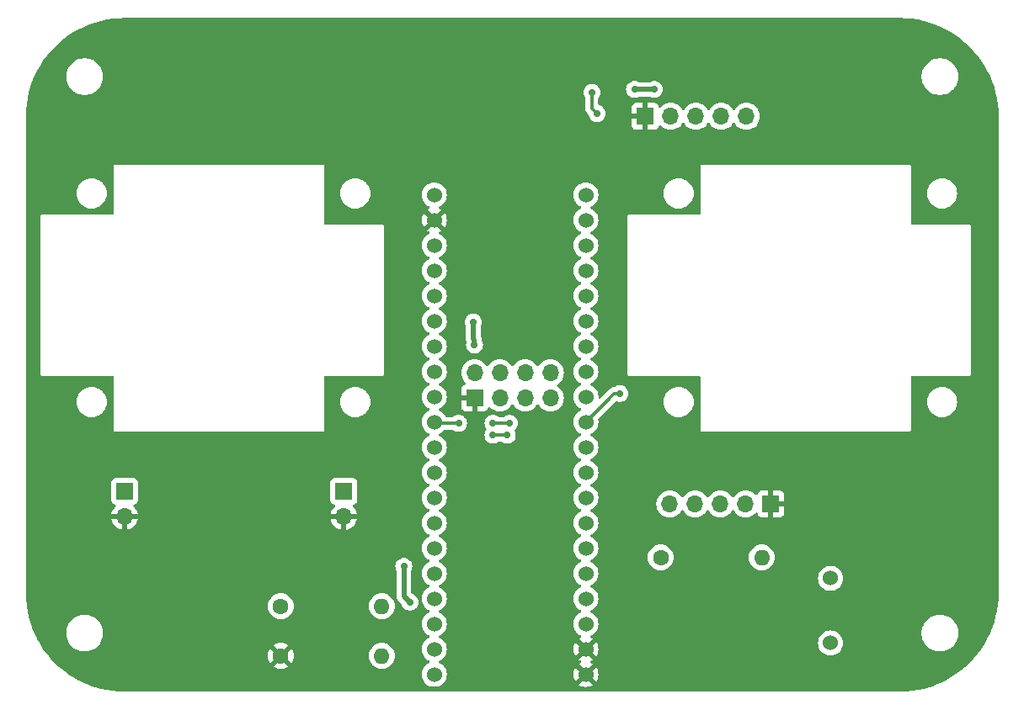
<source format=gbr>
%TF.GenerationSoftware,KiCad,Pcbnew,8.0.2*%
%TF.CreationDate,2024-06-16T11:23:50+08:00*%
%TF.ProjectId,transmitter,7472616e-736d-4697-9474-65722e6b6963,rev?*%
%TF.SameCoordinates,Original*%
%TF.FileFunction,Copper,L2,Bot*%
%TF.FilePolarity,Positive*%
%FSLAX46Y46*%
G04 Gerber Fmt 4.6, Leading zero omitted, Abs format (unit mm)*
G04 Created by KiCad (PCBNEW 8.0.2) date 2024-06-16 11:23:50*
%MOMM*%
%LPD*%
G01*
G04 APERTURE LIST*
%TA.AperFunction,ComponentPad*%
%ADD10R,1.700000X1.700000*%
%TD*%
%TA.AperFunction,ComponentPad*%
%ADD11O,1.700000X1.700000*%
%TD*%
%TA.AperFunction,ComponentPad*%
%ADD12C,1.600000*%
%TD*%
%TA.AperFunction,ComponentPad*%
%ADD13O,1.600000X1.600000*%
%TD*%
%TA.AperFunction,ComponentPad*%
%ADD14C,1.524000*%
%TD*%
%TA.AperFunction,ViaPad*%
%ADD15C,0.700000*%
%TD*%
%TA.AperFunction,Conductor*%
%ADD16C,0.500000*%
%TD*%
%TA.AperFunction,Conductor*%
%ADD17C,0.300000*%
%TD*%
G04 APERTURE END LIST*
D10*
%TO.P,U2,1,GND*%
%TO.N,GND*%
X142220000Y-102340000D03*
D11*
%TO.P,U2,2,VCC*%
%TO.N,+3V3*%
X142220000Y-99800000D03*
%TO.P,U2,3,CE*%
%TO.N,RF_CE*%
X144760000Y-102340000D03*
%TO.P,U2,4,CSN*%
%TO.N,NSS*%
X144760000Y-99800000D03*
%TO.P,U2,5,SCK*%
%TO.N,SCK*%
X147300000Y-102340000D03*
%TO.P,U2,6,MOSI*%
%TO.N,MOSI*%
X147300000Y-99800000D03*
%TO.P,U2,7,MISO*%
%TO.N,MISO*%
X149840000Y-102340000D03*
%TO.P,U2,8,IRQ*%
%TO.N,RF_IRQ*%
X149840000Y-99800000D03*
%TD*%
D10*
%TO.P,U4,1,GND*%
%TO.N,GND*%
X172000000Y-113000000D03*
D11*
%TO.P,U4,2,VCC*%
%TO.N,+3V3*%
X169460000Y-113000000D03*
%TO.P,U4,3,x*%
%TO.N,ADC_3*%
X166920000Y-113000000D03*
%TO.P,U4,4,Y*%
%TO.N,ADC_4*%
X164380000Y-113000000D03*
%TO.P,U4,5,SW*%
%TO.N,ADC_7*%
X161840000Y-113000000D03*
%TD*%
D10*
%TO.P,U3,1,GND*%
%TO.N,GND*%
X159380000Y-74000000D03*
D11*
%TO.P,U3,2,VCC*%
%TO.N,+3V3*%
X161920000Y-74000000D03*
%TO.P,U3,3,x*%
%TO.N,ADC_1*%
X164460000Y-74000000D03*
%TO.P,U3,4,Y*%
%TO.N,ADC_2*%
X167000000Y-74000000D03*
%TO.P,U3,5,SW*%
%TO.N,ADC_6*%
X169540000Y-74000000D03*
%TD*%
D10*
%TO.P,U6,1,Vout*%
%TO.N,+3V3*%
X129070000Y-111730000D03*
D11*
%TO.P,U6,2,GND*%
%TO.N,GND*%
X129070000Y-114270000D03*
%TO.P,U6,3,GND*%
X107030000Y-114270000D03*
D10*
%TO.P,U6,4,Vin*%
%TO.N,+8V*%
X107030000Y-111730000D03*
%TD*%
D12*
%TO.P,R3,1*%
%TO.N,+3V3*%
X160920000Y-118400000D03*
D13*
%TO.P,R3,2*%
%TO.N,Net-(BZ1-+)*%
X171080000Y-118400000D03*
%TD*%
D14*
%TO.P,BZ1,1,+*%
%TO.N,Net-(BZ1-+)*%
X178000000Y-120500000D03*
%TO.P,BZ1,2,-*%
%TO.N,Buzzer*%
X178000000Y-127000000D03*
%TD*%
%TO.P,U1,3V3,3.3V*%
%TO.N,+3V3*%
X138160000Y-81900000D03*
X153400000Y-125080000D03*
%TO.P,U1,5V,5V*%
%TO.N,unconnected-(U1-Pad5V)*%
X138160000Y-86980000D03*
%TO.P,U1,G,GND*%
%TO.N,GND*%
X138160000Y-84440000D03*
X153400000Y-130160000D03*
X153400000Y-127620000D03*
%TO.P,U1,NRST,RESET*%
%TO.N,unconnected-(U1-RESET-PadNRST)*%
X153400000Y-122540000D03*
%TO.P,U1,PA0,PA0*%
%TO.N,ADC_1*%
X153400000Y-92060000D03*
%TO.P,U1,PA1,PA1*%
%TO.N,ADC_2*%
X153400000Y-94600000D03*
%TO.P,U1,PA2,PA2*%
%TO.N,ADC_3*%
X153400000Y-97140000D03*
%TO.P,U1,PA3,PA3*%
%TO.N,ADC_4*%
X153400000Y-99680000D03*
%TO.P,U1,PA4,PA4*%
%TO.N,ADC_5*%
X153400000Y-102220000D03*
%TO.P,U1,PA5,PA5*%
%TO.N,ADC_6*%
X153400000Y-104760000D03*
%TO.P,U1,PA6,PA6*%
%TO.N,ADC_7*%
X153400000Y-107300000D03*
%TO.P,U1,PA7,PA7*%
%TO.N,ADC_BT*%
X153400000Y-109840000D03*
%TO.P,U1,PA8,PA8*%
%TO.N,unconnected-(U1-PadPA8)*%
X138160000Y-120000000D03*
%TO.P,U1,PA9,PA9*%
%TO.N,RF_IRQ*%
X138160000Y-117460000D03*
%TO.P,U1,PA10,PA10*%
%TO.N,RF_CE*%
X138160000Y-114920000D03*
%TO.P,U1,PA11,PA11*%
%TO.N,unconnected-(U1-PadPA11)*%
X138160000Y-112380000D03*
%TO.P,U1,PA12,PA12*%
%TO.N,unconnected-(U1-PadPA12)*%
X138160000Y-109840000D03*
%TO.P,U1,PA15,PA15*%
%TO.N,NSS*%
X138160000Y-107300000D03*
%TO.P,U1,PB0,PB0*%
%TO.N,unconnected-(U1-PadPB0)*%
X153400000Y-112380000D03*
%TO.P,U1,PB1,PB1*%
%TO.N,unconnected-(U1-PadPB1)*%
X153400000Y-114920000D03*
%TO.P,U1,PB3,PB3*%
%TO.N,SCK*%
X138160000Y-104760000D03*
%TO.P,U1,PB4,PB4*%
%TO.N,MISO*%
X138160000Y-102220000D03*
%TO.P,U1,PB5,PB5*%
%TO.N,MOSI*%
X138160000Y-99680000D03*
%TO.P,U1,PB6,PB6*%
%TO.N,unconnected-(U1-PadPB6)*%
X138160000Y-97140000D03*
%TO.P,U1,PB7,PB7*%
%TO.N,unconnected-(U1-PadPB7)*%
X138160000Y-94600000D03*
%TO.P,U1,PB8,PB8*%
%TO.N,unconnected-(U1-PadPB8)*%
X138160000Y-92060000D03*
%TO.P,U1,PB9,PB9*%
%TO.N,unconnected-(U1-PadPB9)*%
X138160000Y-89520000D03*
%TO.P,U1,PB10,PB10*%
%TO.N,unconnected-(U1-PadPB10)*%
X153400000Y-117460000D03*
%TO.P,U1,PB11,PB11*%
%TO.N,unconnected-(U1-PadPB11)*%
X153400000Y-120000000D03*
%TO.P,U1,PB12,PB12*%
%TO.N,Buzzer*%
X138160000Y-130160000D03*
%TO.P,U1,PB13,PB13*%
%TO.N,unconnected-(U1-PadPB13)*%
X138160000Y-127620000D03*
%TO.P,U1,PB14,PB14*%
%TO.N,unconnected-(U1-PadPB14)*%
X138160000Y-125080000D03*
%TO.P,U1,PB15,PB15*%
%TO.N,unconnected-(U1-PadPB15)*%
X138160000Y-122540000D03*
%TO.P,U1,PC13,PC13*%
%TO.N,unconnected-(U1-PadPC13)*%
X153400000Y-84440000D03*
%TO.P,U1,PC14,PC14*%
%TO.N,unconnected-(U1-PadPC14)*%
X153400000Y-86980000D03*
%TO.P,U1,PC15,PC15*%
%TO.N,unconnected-(U1-PadPC15)*%
X153400000Y-89520000D03*
%TO.P,U1,VBAT,Vbat*%
%TO.N,+3V3*%
X153400000Y-81900000D03*
%TD*%
D12*
%TO.P,R1,1*%
%TO.N,+8V*%
X122720000Y-123300000D03*
D13*
%TO.P,R1,2*%
%TO.N,ADC_BT*%
X132880000Y-123300000D03*
%TD*%
D12*
%TO.P,R2,1*%
%TO.N,GND*%
X122720000Y-128300000D03*
D13*
%TO.P,R2,2*%
%TO.N,ADC_BT*%
X132880000Y-128300000D03*
%TD*%
D15*
%TO.N,+3V3*%
X135100000Y-119300000D03*
X135700000Y-122900000D03*
%TO.N,ADC_6*%
X156800000Y-101900000D03*
%TO.N,ADC_5*%
X154000000Y-71600000D03*
X154515686Y-73715686D03*
%TO.N,+3V3*%
X158300000Y-71300000D03*
X160300000Y-71300000D03*
X142100000Y-94700000D03*
X142200000Y-97000000D03*
%TO.N,MISO*%
X144060000Y-106100000D03*
X145500000Y-106100000D03*
%TO.N,SCK*%
X140600000Y-104900000D03*
X145700000Y-104900000D03*
X144060000Y-104900000D03*
%TO.N,GND*%
X107000000Y-130800000D03*
X113400000Y-130700000D03*
X107200000Y-127700000D03*
X113600000Y-129100000D03*
X107000000Y-129100000D03*
%TD*%
D16*
%TO.N,+3V3*%
X135100000Y-119300000D02*
X135100000Y-122300000D01*
X135100000Y-122300000D02*
X135700000Y-122900000D01*
D17*
%TO.N,ADC_6*%
X156800000Y-101900000D02*
X156260000Y-101900000D01*
X156260000Y-101900000D02*
X153400000Y-104760000D01*
%TO.N,ADC_5*%
X154000000Y-73200000D02*
X154515686Y-73715686D01*
X154000000Y-71600000D02*
X154000000Y-73200000D01*
D16*
%TO.N,+3V3*%
X158300000Y-71300000D02*
X160300000Y-71300000D01*
X142200000Y-96500000D02*
X142100000Y-96400000D01*
X142200000Y-97000000D02*
X142200000Y-96500000D01*
X142100000Y-96400000D02*
X142100000Y-94700000D01*
D17*
%TO.N,MISO*%
X145500000Y-106100000D02*
X144060000Y-106100000D01*
%TO.N,SCK*%
X138300000Y-104900000D02*
X138160000Y-104760000D01*
X140600000Y-104900000D02*
X138300000Y-104900000D01*
X145700000Y-104900000D02*
X144060000Y-104900000D01*
%TD*%
%TA.AperFunction,Conductor*%
%TO.N,GND*%
G36*
X185001886Y-64100557D02*
G01*
X185593989Y-64118448D01*
X185601421Y-64118897D01*
X186189523Y-64172340D01*
X186196957Y-64173242D01*
X186780733Y-64262091D01*
X186788094Y-64263440D01*
X187365441Y-64387374D01*
X187372694Y-64389161D01*
X187941543Y-64547740D01*
X187948670Y-64549962D01*
X188506875Y-64742586D01*
X188513859Y-64745235D01*
X189059432Y-64971218D01*
X189066240Y-64974282D01*
X189597171Y-65232794D01*
X189603770Y-65236257D01*
X190096354Y-65514075D01*
X190118122Y-65526352D01*
X190124530Y-65530226D01*
X190620434Y-65850852D01*
X190626558Y-65855079D01*
X191102187Y-66205054D01*
X191108083Y-66209673D01*
X191561701Y-66587716D01*
X191567308Y-66592683D01*
X191997275Y-66997427D01*
X192002572Y-67002724D01*
X192407316Y-67432691D01*
X192412283Y-67438298D01*
X192790326Y-67891916D01*
X192794945Y-67897812D01*
X193144915Y-68373434D01*
X193149152Y-68379572D01*
X193295380Y-68605739D01*
X193469772Y-68875467D01*
X193473647Y-68881877D01*
X193763733Y-69396212D01*
X193767214Y-69402845D01*
X194025712Y-69933748D01*
X194028786Y-69940578D01*
X194254760Y-70486130D01*
X194257416Y-70493134D01*
X194450033Y-71051317D01*
X194452262Y-71058468D01*
X194610835Y-71627295D01*
X194612627Y-71634568D01*
X194736558Y-72211902D01*
X194737908Y-72219269D01*
X194826756Y-72803040D01*
X194827659Y-72810476D01*
X194881100Y-73398555D01*
X194881552Y-73406032D01*
X194899443Y-73998113D01*
X194899500Y-74001858D01*
X194899500Y-121998141D01*
X194899443Y-122001886D01*
X194881552Y-122593967D01*
X194881100Y-122601444D01*
X194827659Y-123189523D01*
X194826756Y-123196959D01*
X194737908Y-123780730D01*
X194736558Y-123788097D01*
X194612627Y-124365431D01*
X194610835Y-124372704D01*
X194452262Y-124941531D01*
X194450033Y-124948682D01*
X194257416Y-125506865D01*
X194254760Y-125513869D01*
X194028786Y-126059421D01*
X194025712Y-126066251D01*
X193767214Y-126597154D01*
X193763733Y-126603787D01*
X193473647Y-127118122D01*
X193469772Y-127124532D01*
X193149161Y-127620414D01*
X193144906Y-127626578D01*
X192794945Y-128102187D01*
X192790326Y-128108083D01*
X192412283Y-128561701D01*
X192407316Y-128567308D01*
X192002572Y-128997275D01*
X191997275Y-129002572D01*
X191567308Y-129407316D01*
X191561701Y-129412283D01*
X191108083Y-129790326D01*
X191102187Y-129794945D01*
X190626578Y-130144906D01*
X190620414Y-130149161D01*
X190124532Y-130469772D01*
X190118122Y-130473647D01*
X189603787Y-130763733D01*
X189597154Y-130767214D01*
X189066251Y-131025712D01*
X189059421Y-131028786D01*
X188513869Y-131254760D01*
X188506865Y-131257416D01*
X187948682Y-131450033D01*
X187941531Y-131452262D01*
X187372704Y-131610835D01*
X187365431Y-131612627D01*
X186788097Y-131736558D01*
X186780730Y-131737908D01*
X186196959Y-131826756D01*
X186189523Y-131827659D01*
X185601444Y-131881100D01*
X185593967Y-131881552D01*
X185001886Y-131899443D01*
X184998141Y-131899500D01*
X107001859Y-131899500D01*
X106998114Y-131899443D01*
X106406032Y-131881552D01*
X106398555Y-131881100D01*
X105810476Y-131827659D01*
X105803040Y-131826756D01*
X105219269Y-131737908D01*
X105211902Y-131736558D01*
X104634568Y-131612627D01*
X104627295Y-131610835D01*
X104058468Y-131452262D01*
X104051317Y-131450033D01*
X103493134Y-131257416D01*
X103486130Y-131254760D01*
X102940578Y-131028786D01*
X102933748Y-131025712D01*
X102456661Y-130793417D01*
X102402840Y-130767211D01*
X102396212Y-130763733D01*
X101881877Y-130473647D01*
X101875467Y-130469772D01*
X101396353Y-130160002D01*
X101379572Y-130149152D01*
X101373434Y-130144915D01*
X100994335Y-129865968D01*
X100897812Y-129794945D01*
X100891916Y-129790326D01*
X100438298Y-129412283D01*
X100432691Y-129407316D01*
X100200950Y-129189170D01*
X100002723Y-129002571D01*
X99997427Y-128997275D01*
X99592680Y-128567305D01*
X99587716Y-128561701D01*
X99384773Y-128318188D01*
X99369613Y-128299997D01*
X121415034Y-128299997D01*
X121415034Y-128300002D01*
X121434858Y-128526599D01*
X121434860Y-128526610D01*
X121493730Y-128746317D01*
X121493735Y-128746331D01*
X121589863Y-128952478D01*
X121640974Y-129025472D01*
X122320000Y-128346446D01*
X122320000Y-128352661D01*
X122347259Y-128454394D01*
X122399920Y-128545606D01*
X122474394Y-128620080D01*
X122565606Y-128672741D01*
X122667339Y-128700000D01*
X122673553Y-128700000D01*
X121994526Y-129379025D01*
X122067513Y-129430132D01*
X122067521Y-129430136D01*
X122273668Y-129526264D01*
X122273682Y-129526269D01*
X122493389Y-129585139D01*
X122493400Y-129585141D01*
X122719998Y-129604966D01*
X122720002Y-129604966D01*
X122946599Y-129585141D01*
X122946610Y-129585139D01*
X123166317Y-129526269D01*
X123166331Y-129526264D01*
X123372478Y-129430136D01*
X123445471Y-129379024D01*
X122766447Y-128700000D01*
X122772661Y-128700000D01*
X122874394Y-128672741D01*
X122965606Y-128620080D01*
X123040080Y-128545606D01*
X123092741Y-128454394D01*
X123120000Y-128352661D01*
X123120000Y-128346447D01*
X123799024Y-129025471D01*
X123850136Y-128952478D01*
X123946264Y-128746331D01*
X123946269Y-128746317D01*
X124005139Y-128526610D01*
X124005141Y-128526599D01*
X124024966Y-128300002D01*
X124024966Y-128299998D01*
X131574532Y-128299998D01*
X131574532Y-128300001D01*
X131594364Y-128526686D01*
X131594366Y-128526697D01*
X131653258Y-128746488D01*
X131653261Y-128746497D01*
X131749431Y-128952732D01*
X131749432Y-128952734D01*
X131879954Y-129139141D01*
X132040858Y-129300045D01*
X132040861Y-129300047D01*
X132227266Y-129430568D01*
X132433504Y-129526739D01*
X132653308Y-129585635D01*
X132815230Y-129599801D01*
X132879998Y-129605468D01*
X132880000Y-129605468D01*
X132880002Y-129605468D01*
X132936673Y-129600509D01*
X133106692Y-129585635D01*
X133326496Y-129526739D01*
X133532734Y-129430568D01*
X133719139Y-129300047D01*
X133880047Y-129139139D01*
X134010568Y-128952734D01*
X134106739Y-128746496D01*
X134165635Y-128526692D01*
X134185468Y-128300000D01*
X134181391Y-128253405D01*
X134179801Y-128235230D01*
X134165635Y-128073308D01*
X134106739Y-127853504D01*
X134010568Y-127647266D01*
X133880047Y-127460861D01*
X133880045Y-127460858D01*
X133719141Y-127299954D01*
X133532734Y-127169432D01*
X133532732Y-127169431D01*
X133326497Y-127073261D01*
X133326488Y-127073258D01*
X133106697Y-127014366D01*
X133106693Y-127014365D01*
X133106692Y-127014365D01*
X133106691Y-127014364D01*
X133106686Y-127014364D01*
X132880002Y-126994532D01*
X132879998Y-126994532D01*
X132653313Y-127014364D01*
X132653302Y-127014366D01*
X132433511Y-127073258D01*
X132433502Y-127073261D01*
X132227267Y-127169431D01*
X132227265Y-127169432D01*
X132040858Y-127299954D01*
X131879954Y-127460858D01*
X131749432Y-127647265D01*
X131749431Y-127647267D01*
X131653261Y-127853502D01*
X131653258Y-127853511D01*
X131594366Y-128073302D01*
X131594364Y-128073313D01*
X131574532Y-128299998D01*
X124024966Y-128299998D01*
X124024966Y-128299997D01*
X124005141Y-128073400D01*
X124005139Y-128073389D01*
X123946269Y-127853682D01*
X123946264Y-127853668D01*
X123850136Y-127647521D01*
X123850132Y-127647513D01*
X123799025Y-127574526D01*
X123120000Y-128253551D01*
X123120000Y-128247339D01*
X123092741Y-128145606D01*
X123040080Y-128054394D01*
X122965606Y-127979920D01*
X122874394Y-127927259D01*
X122772661Y-127900000D01*
X122766448Y-127900000D01*
X123445472Y-127220974D01*
X123372478Y-127169863D01*
X123166331Y-127073735D01*
X123166317Y-127073730D01*
X122946610Y-127014860D01*
X122946599Y-127014858D01*
X122720002Y-126995034D01*
X122719998Y-126995034D01*
X122493400Y-127014858D01*
X122493389Y-127014860D01*
X122273682Y-127073730D01*
X122273673Y-127073734D01*
X122067516Y-127169866D01*
X122067512Y-127169868D01*
X121994526Y-127220973D01*
X121994526Y-127220974D01*
X122673553Y-127900000D01*
X122667339Y-127900000D01*
X122565606Y-127927259D01*
X122474394Y-127979920D01*
X122399920Y-128054394D01*
X122347259Y-128145606D01*
X122320000Y-128247339D01*
X122320000Y-128253552D01*
X121640974Y-127574526D01*
X121640973Y-127574526D01*
X121589868Y-127647512D01*
X121589866Y-127647516D01*
X121493734Y-127853673D01*
X121493730Y-127853682D01*
X121434860Y-128073389D01*
X121434858Y-128073400D01*
X121415034Y-128299997D01*
X99369613Y-128299997D01*
X99209672Y-128108082D01*
X99205054Y-128102187D01*
X99183808Y-128073313D01*
X98855079Y-127626558D01*
X98850852Y-127620434D01*
X98530226Y-127124530D01*
X98526352Y-127118122D01*
X98468111Y-127014858D01*
X98236257Y-126603770D01*
X98232794Y-126597171D01*
X97974282Y-126066240D01*
X97971213Y-126059421D01*
X97967654Y-126050829D01*
X97896361Y-125878711D01*
X101149500Y-125878711D01*
X101149500Y-126121288D01*
X101179775Y-126351260D01*
X101181162Y-126361789D01*
X101183879Y-126371930D01*
X101243947Y-126596104D01*
X101330631Y-126805377D01*
X101336776Y-126820212D01*
X101458064Y-127030289D01*
X101458066Y-127030292D01*
X101458067Y-127030293D01*
X101605733Y-127222736D01*
X101605739Y-127222743D01*
X101777256Y-127394260D01*
X101777262Y-127394265D01*
X101969711Y-127541936D01*
X102179788Y-127663224D01*
X102403900Y-127756054D01*
X102638211Y-127818838D01*
X102798773Y-127839976D01*
X102878711Y-127850500D01*
X102878712Y-127850500D01*
X103121289Y-127850500D01*
X103169388Y-127844167D01*
X103361789Y-127818838D01*
X103596100Y-127756054D01*
X103820212Y-127663224D01*
X104030289Y-127541936D01*
X104222738Y-127394265D01*
X104394265Y-127222738D01*
X104541936Y-127030289D01*
X104663224Y-126820212D01*
X104756054Y-126596100D01*
X104818838Y-126361789D01*
X104850500Y-126121288D01*
X104850500Y-125878712D01*
X104818838Y-125638211D01*
X104756054Y-125403900D01*
X104663224Y-125179788D01*
X104541936Y-124969711D01*
X104457700Y-124859932D01*
X104394266Y-124777263D01*
X104394260Y-124777256D01*
X104222743Y-124605739D01*
X104222736Y-124605733D01*
X104030293Y-124458067D01*
X104030292Y-124458066D01*
X104030289Y-124458064D01*
X103820212Y-124336776D01*
X103820205Y-124336773D01*
X103596104Y-124243947D01*
X103361785Y-124181161D01*
X103121289Y-124149500D01*
X103121288Y-124149500D01*
X102878712Y-124149500D01*
X102878711Y-124149500D01*
X102638214Y-124181161D01*
X102403895Y-124243947D01*
X102179794Y-124336773D01*
X102179785Y-124336777D01*
X101969706Y-124458067D01*
X101777263Y-124605733D01*
X101777256Y-124605739D01*
X101605739Y-124777256D01*
X101605733Y-124777263D01*
X101458067Y-124969706D01*
X101336777Y-125179785D01*
X101336773Y-125179794D01*
X101243947Y-125403895D01*
X101181161Y-125638214D01*
X101149500Y-125878711D01*
X97896361Y-125878711D01*
X97745235Y-125513859D01*
X97742583Y-125506865D01*
X97707052Y-125403900D01*
X97549962Y-124948670D01*
X97547737Y-124941531D01*
X97524989Y-124859932D01*
X97389161Y-124372694D01*
X97387372Y-124365431D01*
X97381220Y-124336773D01*
X97263440Y-123788094D01*
X97262091Y-123780730D01*
X97256879Y-123746488D01*
X97188925Y-123299998D01*
X121414532Y-123299998D01*
X121414532Y-123300001D01*
X121434364Y-123526686D01*
X121434366Y-123526697D01*
X121493258Y-123746488D01*
X121493261Y-123746497D01*
X121589431Y-123952732D01*
X121589432Y-123952734D01*
X121719954Y-124139141D01*
X121880858Y-124300045D01*
X121880861Y-124300047D01*
X122067266Y-124430568D01*
X122273504Y-124526739D01*
X122493308Y-124585635D01*
X122655230Y-124599801D01*
X122719998Y-124605468D01*
X122720000Y-124605468D01*
X122720002Y-124605468D01*
X122776673Y-124600509D01*
X122946692Y-124585635D01*
X123166496Y-124526739D01*
X123372734Y-124430568D01*
X123559139Y-124300047D01*
X123720047Y-124139139D01*
X123850568Y-123952734D01*
X123946739Y-123746496D01*
X124005635Y-123526692D01*
X124025468Y-123300000D01*
X124025468Y-123299998D01*
X131574532Y-123299998D01*
X131574532Y-123300001D01*
X131594364Y-123526686D01*
X131594366Y-123526697D01*
X131653258Y-123746488D01*
X131653261Y-123746497D01*
X131749431Y-123952732D01*
X131749432Y-123952734D01*
X131879954Y-124139141D01*
X132040858Y-124300045D01*
X132040861Y-124300047D01*
X132227266Y-124430568D01*
X132433504Y-124526739D01*
X132653308Y-124585635D01*
X132815230Y-124599801D01*
X132879998Y-124605468D01*
X132880000Y-124605468D01*
X132880002Y-124605468D01*
X132936673Y-124600509D01*
X133106692Y-124585635D01*
X133326496Y-124526739D01*
X133532734Y-124430568D01*
X133719139Y-124300047D01*
X133880047Y-124139139D01*
X134010568Y-123952734D01*
X134106739Y-123746496D01*
X134165635Y-123526692D01*
X134185468Y-123300000D01*
X134165635Y-123073308D01*
X134106739Y-122853504D01*
X134010568Y-122647266D01*
X133880047Y-122460861D01*
X133880045Y-122460858D01*
X133719141Y-122299954D01*
X133532734Y-122169432D01*
X133532732Y-122169431D01*
X133326497Y-122073261D01*
X133326488Y-122073258D01*
X133106697Y-122014366D01*
X133106693Y-122014365D01*
X133106692Y-122014365D01*
X133106691Y-122014364D01*
X133106686Y-122014364D01*
X132880002Y-121994532D01*
X132879998Y-121994532D01*
X132653313Y-122014364D01*
X132653302Y-122014366D01*
X132433511Y-122073258D01*
X132433502Y-122073261D01*
X132227267Y-122169431D01*
X132227265Y-122169432D01*
X132040858Y-122299954D01*
X131879954Y-122460858D01*
X131749432Y-122647265D01*
X131749431Y-122647267D01*
X131653261Y-122853502D01*
X131653258Y-122853511D01*
X131594366Y-123073302D01*
X131594364Y-123073313D01*
X131574532Y-123299998D01*
X124025468Y-123299998D01*
X124005635Y-123073308D01*
X123946739Y-122853504D01*
X123850568Y-122647266D01*
X123720047Y-122460861D01*
X123720045Y-122460858D01*
X123559141Y-122299954D01*
X123372734Y-122169432D01*
X123372732Y-122169431D01*
X123166497Y-122073261D01*
X123166488Y-122073258D01*
X122946697Y-122014366D01*
X122946693Y-122014365D01*
X122946692Y-122014365D01*
X122946691Y-122014364D01*
X122946686Y-122014364D01*
X122720002Y-121994532D01*
X122719998Y-121994532D01*
X122493313Y-122014364D01*
X122493302Y-122014366D01*
X122273511Y-122073258D01*
X122273502Y-122073261D01*
X122067267Y-122169431D01*
X122067265Y-122169432D01*
X121880858Y-122299954D01*
X121719954Y-122460858D01*
X121589432Y-122647265D01*
X121589431Y-122647267D01*
X121493261Y-122853502D01*
X121493258Y-122853511D01*
X121434366Y-123073302D01*
X121434364Y-123073313D01*
X121414532Y-123299998D01*
X97188925Y-123299998D01*
X97173242Y-123196957D01*
X97172340Y-123189523D01*
X97168523Y-123147524D01*
X97118897Y-122601421D01*
X97118448Y-122593989D01*
X97100557Y-122001886D01*
X97100500Y-121998141D01*
X97100500Y-119300000D01*
X134244815Y-119300000D01*
X134263503Y-119477805D01*
X134263504Y-119477807D01*
X134318747Y-119647829D01*
X134318748Y-119647830D01*
X134318750Y-119647835D01*
X134332887Y-119672322D01*
X134349500Y-119734320D01*
X134349500Y-122373918D01*
X134349500Y-122373920D01*
X134349499Y-122373920D01*
X134378340Y-122518907D01*
X134378343Y-122518917D01*
X134434912Y-122655488D01*
X134434916Y-122655495D01*
X134452014Y-122681084D01*
X134452015Y-122681087D01*
X134517046Y-122778414D01*
X134517052Y-122778421D01*
X134865105Y-123126473D01*
X134895355Y-123175835D01*
X134918748Y-123247831D01*
X134918750Y-123247835D01*
X135008141Y-123402665D01*
X135049812Y-123448946D01*
X135127764Y-123535521D01*
X135127767Y-123535523D01*
X135127770Y-123535526D01*
X135272407Y-123640612D01*
X135435733Y-123713329D01*
X135610609Y-123750500D01*
X135610610Y-123750500D01*
X135789389Y-123750500D01*
X135789391Y-123750500D01*
X135964267Y-123713329D01*
X136127593Y-123640612D01*
X136272230Y-123535526D01*
X136280185Y-123526692D01*
X136298148Y-123506741D01*
X136391859Y-123402665D01*
X136481250Y-123247835D01*
X136536497Y-123077803D01*
X136555185Y-122900000D01*
X136536497Y-122722197D01*
X136496051Y-122597717D01*
X136481252Y-122552170D01*
X136481249Y-122552164D01*
X136391859Y-122397335D01*
X136345003Y-122345296D01*
X136272235Y-122264478D01*
X136272232Y-122264476D01*
X136272231Y-122264475D01*
X136272230Y-122264474D01*
X136127593Y-122159388D01*
X135964267Y-122086671D01*
X135964265Y-122086670D01*
X135958330Y-122084028D01*
X135959108Y-122082279D01*
X135919175Y-122057808D01*
X135886817Y-122025449D01*
X135853333Y-121964125D01*
X135850500Y-121937769D01*
X135850500Y-119734320D01*
X135867112Y-119672322D01*
X135881250Y-119647835D01*
X135936497Y-119477803D01*
X135955185Y-119300000D01*
X135936497Y-119122197D01*
X135881250Y-118952165D01*
X135791859Y-118797335D01*
X135745003Y-118745296D01*
X135672235Y-118664478D01*
X135672232Y-118664476D01*
X135672231Y-118664475D01*
X135672230Y-118664474D01*
X135527593Y-118559388D01*
X135364267Y-118486671D01*
X135364265Y-118486670D01*
X135236594Y-118459533D01*
X135189391Y-118449500D01*
X135010609Y-118449500D01*
X134979954Y-118456015D01*
X134835733Y-118486670D01*
X134835728Y-118486672D01*
X134672408Y-118559387D01*
X134527768Y-118664475D01*
X134408140Y-118797336D01*
X134318750Y-118952164D01*
X134318747Y-118952170D01*
X134263504Y-119122192D01*
X134263503Y-119122194D01*
X134244815Y-119300000D01*
X97100500Y-119300000D01*
X97100500Y-110832135D01*
X105679500Y-110832135D01*
X105679500Y-112627870D01*
X105679501Y-112627876D01*
X105685908Y-112687483D01*
X105736202Y-112822328D01*
X105736206Y-112822335D01*
X105822452Y-112937544D01*
X105822455Y-112937547D01*
X105937664Y-113023793D01*
X105937671Y-113023797D01*
X105937674Y-113023798D01*
X106069598Y-113073002D01*
X106125531Y-113114873D01*
X106149949Y-113180337D01*
X106135098Y-113248610D01*
X106113947Y-113276865D01*
X105991886Y-113398926D01*
X105856400Y-113592420D01*
X105856399Y-113592422D01*
X105756570Y-113806507D01*
X105756567Y-113806513D01*
X105699364Y-114019999D01*
X105699364Y-114020000D01*
X106596988Y-114020000D01*
X106564075Y-114077007D01*
X106530000Y-114204174D01*
X106530000Y-114335826D01*
X106564075Y-114462993D01*
X106596988Y-114520000D01*
X105699364Y-114520000D01*
X105756567Y-114733486D01*
X105756570Y-114733492D01*
X105856399Y-114947578D01*
X105991894Y-115141082D01*
X106158917Y-115308105D01*
X106352421Y-115443600D01*
X106566507Y-115543429D01*
X106566516Y-115543433D01*
X106780000Y-115600634D01*
X106780000Y-114703012D01*
X106837007Y-114735925D01*
X106964174Y-114770000D01*
X107095826Y-114770000D01*
X107222993Y-114735925D01*
X107280000Y-114703012D01*
X107280000Y-115600633D01*
X107493483Y-115543433D01*
X107493492Y-115543429D01*
X107707578Y-115443600D01*
X107901082Y-115308105D01*
X108068105Y-115141082D01*
X108203600Y-114947578D01*
X108303429Y-114733492D01*
X108303432Y-114733486D01*
X108360636Y-114520000D01*
X107463012Y-114520000D01*
X107495925Y-114462993D01*
X107530000Y-114335826D01*
X107530000Y-114204174D01*
X107495925Y-114077007D01*
X107463012Y-114020000D01*
X108360636Y-114020000D01*
X108360635Y-114019999D01*
X108303432Y-113806513D01*
X108303429Y-113806507D01*
X108203600Y-113592422D01*
X108203599Y-113592420D01*
X108068113Y-113398926D01*
X108068108Y-113398920D01*
X107946053Y-113276865D01*
X107912568Y-113215542D01*
X107917552Y-113145850D01*
X107959424Y-113089917D01*
X107990400Y-113073002D01*
X108122331Y-113023796D01*
X108237546Y-112937546D01*
X108323796Y-112822331D01*
X108374091Y-112687483D01*
X108380500Y-112627873D01*
X108380499Y-110832135D01*
X127719500Y-110832135D01*
X127719500Y-112627870D01*
X127719501Y-112627876D01*
X127725908Y-112687483D01*
X127776202Y-112822328D01*
X127776206Y-112822335D01*
X127862452Y-112937544D01*
X127862455Y-112937547D01*
X127977664Y-113023793D01*
X127977671Y-113023797D01*
X127977674Y-113023798D01*
X128109598Y-113073002D01*
X128165531Y-113114873D01*
X128189949Y-113180337D01*
X128175098Y-113248610D01*
X128153947Y-113276865D01*
X128031886Y-113398926D01*
X127896400Y-113592420D01*
X127896399Y-113592422D01*
X127796570Y-113806507D01*
X127796567Y-113806513D01*
X127739364Y-114019999D01*
X127739364Y-114020000D01*
X128636988Y-114020000D01*
X128604075Y-114077007D01*
X128570000Y-114204174D01*
X128570000Y-114335826D01*
X128604075Y-114462993D01*
X128636988Y-114520000D01*
X127739364Y-114520000D01*
X127796567Y-114733486D01*
X127796570Y-114733492D01*
X127896399Y-114947578D01*
X128031894Y-115141082D01*
X128198917Y-115308105D01*
X128392421Y-115443600D01*
X128606507Y-115543429D01*
X128606516Y-115543433D01*
X128820000Y-115600634D01*
X128820000Y-114703012D01*
X128877007Y-114735925D01*
X129004174Y-114770000D01*
X129135826Y-114770000D01*
X129262993Y-114735925D01*
X129320000Y-114703012D01*
X129320000Y-115600633D01*
X129533483Y-115543433D01*
X129533492Y-115543429D01*
X129747578Y-115443600D01*
X129941082Y-115308105D01*
X130108105Y-115141082D01*
X130243600Y-114947578D01*
X130343429Y-114733492D01*
X130343432Y-114733486D01*
X130400636Y-114520000D01*
X129503012Y-114520000D01*
X129535925Y-114462993D01*
X129570000Y-114335826D01*
X129570000Y-114204174D01*
X129535925Y-114077007D01*
X129503012Y-114020000D01*
X130400636Y-114020000D01*
X130400635Y-114019999D01*
X130343432Y-113806513D01*
X130343429Y-113806507D01*
X130243600Y-113592422D01*
X130243599Y-113592420D01*
X130108113Y-113398926D01*
X130108108Y-113398920D01*
X129986053Y-113276865D01*
X129952568Y-113215542D01*
X129957552Y-113145850D01*
X129999424Y-113089917D01*
X130030400Y-113073002D01*
X130162331Y-113023796D01*
X130277546Y-112937546D01*
X130363796Y-112822331D01*
X130414091Y-112687483D01*
X130420500Y-112627873D01*
X130420499Y-110832128D01*
X130414091Y-110772517D01*
X130370118Y-110654620D01*
X130363797Y-110637671D01*
X130363793Y-110637664D01*
X130277547Y-110522455D01*
X130277544Y-110522452D01*
X130162335Y-110436206D01*
X130162328Y-110436202D01*
X130027482Y-110385908D01*
X130027483Y-110385908D01*
X129967883Y-110379501D01*
X129967881Y-110379500D01*
X129967873Y-110379500D01*
X129967864Y-110379500D01*
X128172129Y-110379500D01*
X128172123Y-110379501D01*
X128112516Y-110385908D01*
X127977671Y-110436202D01*
X127977664Y-110436206D01*
X127862455Y-110522452D01*
X127862452Y-110522455D01*
X127776206Y-110637664D01*
X127776202Y-110637671D01*
X127725908Y-110772517D01*
X127719501Y-110832116D01*
X127719501Y-110832123D01*
X127719500Y-110832135D01*
X108380499Y-110832135D01*
X108380499Y-110832128D01*
X108374091Y-110772517D01*
X108330118Y-110654620D01*
X108323797Y-110637671D01*
X108323793Y-110637664D01*
X108237547Y-110522455D01*
X108237544Y-110522452D01*
X108122335Y-110436206D01*
X108122328Y-110436202D01*
X107987482Y-110385908D01*
X107987483Y-110385908D01*
X107927883Y-110379501D01*
X107927881Y-110379500D01*
X107927873Y-110379500D01*
X107927864Y-110379500D01*
X106132129Y-110379500D01*
X106132123Y-110379501D01*
X106072516Y-110385908D01*
X105937671Y-110436202D01*
X105937664Y-110436206D01*
X105822455Y-110522452D01*
X105822452Y-110522455D01*
X105736206Y-110637664D01*
X105736202Y-110637671D01*
X105685908Y-110772517D01*
X105679501Y-110832116D01*
X105679501Y-110832123D01*
X105679500Y-110832135D01*
X97100500Y-110832135D01*
X97100500Y-102750000D01*
X102200602Y-102750000D01*
X102219307Y-102987681D01*
X102219307Y-102987684D01*
X102219308Y-102987686D01*
X102273016Y-103211395D01*
X102274968Y-103219523D01*
X102274971Y-103219531D01*
X102366203Y-103439788D01*
X102366205Y-103439791D01*
X102490777Y-103643075D01*
X102490778Y-103643077D01*
X102530854Y-103690000D01*
X102645623Y-103824377D01*
X102719777Y-103887710D01*
X102826922Y-103979221D01*
X102826924Y-103979222D01*
X103030208Y-104103794D01*
X103030211Y-104103796D01*
X103242217Y-104191610D01*
X103250480Y-104195033D01*
X103482314Y-104250692D01*
X103720000Y-104269398D01*
X103957686Y-104250692D01*
X104189520Y-104195033D01*
X104355361Y-104126340D01*
X104409788Y-104103796D01*
X104409789Y-104103795D01*
X104409792Y-104103794D01*
X104613080Y-103979219D01*
X104794377Y-103824377D01*
X104949219Y-103643080D01*
X105073794Y-103439792D01*
X105165033Y-103219520D01*
X105220692Y-102987686D01*
X105239398Y-102750000D01*
X105220692Y-102512314D01*
X105165033Y-102280480D01*
X105151509Y-102247829D01*
X105073796Y-102060211D01*
X105073794Y-102060208D01*
X104949222Y-101856924D01*
X104949221Y-101856922D01*
X104852466Y-101743637D01*
X104794377Y-101675623D01*
X104649825Y-101552164D01*
X104613077Y-101520778D01*
X104613075Y-101520777D01*
X104409791Y-101396205D01*
X104409788Y-101396203D01*
X104189531Y-101304971D01*
X104189523Y-101304968D01*
X104189521Y-101304967D01*
X104189520Y-101304967D01*
X103957686Y-101249308D01*
X103957684Y-101249307D01*
X103957681Y-101249307D01*
X103720000Y-101230602D01*
X103482318Y-101249307D01*
X103482314Y-101249308D01*
X103264909Y-101301503D01*
X103250476Y-101304968D01*
X103250468Y-101304971D01*
X103030211Y-101396203D01*
X103030208Y-101396205D01*
X102826924Y-101520777D01*
X102826922Y-101520778D01*
X102645623Y-101675623D01*
X102490778Y-101856922D01*
X102490777Y-101856924D01*
X102366205Y-102060208D01*
X102366203Y-102060211D01*
X102274971Y-102280468D01*
X102274968Y-102280476D01*
X102219307Y-102512318D01*
X102200602Y-102750000D01*
X97100500Y-102750000D01*
X97100500Y-83980007D01*
X98599500Y-83980007D01*
X98599500Y-100019992D01*
X98614799Y-100056928D01*
X98614800Y-100056929D01*
X98643071Y-100085200D01*
X98680009Y-100100500D01*
X105775500Y-100100500D01*
X105842539Y-100120185D01*
X105888294Y-100172989D01*
X105899500Y-100224500D01*
X105899500Y-105619992D01*
X105914799Y-105656928D01*
X105914800Y-105656929D01*
X105943071Y-105685200D01*
X105980009Y-105700500D01*
X105980011Y-105700500D01*
X127019989Y-105700500D01*
X127019991Y-105700500D01*
X127056929Y-105685200D01*
X127085200Y-105656929D01*
X127100500Y-105619991D01*
X127100500Y-102750000D01*
X128700602Y-102750000D01*
X128719307Y-102987681D01*
X128719307Y-102987684D01*
X128719308Y-102987686D01*
X128773016Y-103211395D01*
X128774968Y-103219523D01*
X128774971Y-103219531D01*
X128866203Y-103439788D01*
X128866205Y-103439791D01*
X128990777Y-103643075D01*
X128990778Y-103643077D01*
X129030854Y-103690000D01*
X129145623Y-103824377D01*
X129219777Y-103887710D01*
X129326922Y-103979221D01*
X129326924Y-103979222D01*
X129530208Y-104103794D01*
X129530211Y-104103796D01*
X129742217Y-104191610D01*
X129750480Y-104195033D01*
X129982314Y-104250692D01*
X130220000Y-104269398D01*
X130457686Y-104250692D01*
X130689520Y-104195033D01*
X130855361Y-104126340D01*
X130909788Y-104103796D01*
X130909789Y-104103795D01*
X130909792Y-104103794D01*
X131113080Y-103979219D01*
X131294377Y-103824377D01*
X131449219Y-103643080D01*
X131573794Y-103439792D01*
X131665033Y-103219520D01*
X131720692Y-102987686D01*
X131739398Y-102750000D01*
X131720692Y-102512314D01*
X131665033Y-102280480D01*
X131651509Y-102247829D01*
X131573796Y-102060211D01*
X131573794Y-102060208D01*
X131449222Y-101856924D01*
X131449221Y-101856922D01*
X131352466Y-101743637D01*
X131294377Y-101675623D01*
X131149825Y-101552164D01*
X131113077Y-101520778D01*
X131113075Y-101520777D01*
X130909791Y-101396205D01*
X130909788Y-101396203D01*
X130689531Y-101304971D01*
X130689523Y-101304968D01*
X130689521Y-101304967D01*
X130689520Y-101304967D01*
X130457686Y-101249308D01*
X130457684Y-101249307D01*
X130457681Y-101249307D01*
X130220000Y-101230602D01*
X129982318Y-101249307D01*
X129982314Y-101249308D01*
X129764909Y-101301503D01*
X129750476Y-101304968D01*
X129750468Y-101304971D01*
X129530211Y-101396203D01*
X129530208Y-101396205D01*
X129326924Y-101520777D01*
X129326922Y-101520778D01*
X129145623Y-101675623D01*
X128990778Y-101856922D01*
X128990777Y-101856924D01*
X128866205Y-102060208D01*
X128866203Y-102060211D01*
X128774971Y-102280468D01*
X128774968Y-102280476D01*
X128719307Y-102512318D01*
X128700602Y-102750000D01*
X127100500Y-102750000D01*
X127100500Y-100224500D01*
X127120185Y-100157461D01*
X127172989Y-100111706D01*
X127224500Y-100100500D01*
X133019989Y-100100500D01*
X133019991Y-100100500D01*
X133056929Y-100085200D01*
X133085200Y-100056929D01*
X133100500Y-100019991D01*
X133100500Y-84980009D01*
X133085200Y-84943071D01*
X133056929Y-84914800D01*
X133056928Y-84914799D01*
X133019992Y-84899500D01*
X133019991Y-84899500D01*
X127224500Y-84899500D01*
X127157461Y-84879815D01*
X127111706Y-84827011D01*
X127100500Y-84775500D01*
X127100500Y-81750000D01*
X128700602Y-81750000D01*
X128719307Y-81987681D01*
X128719307Y-81987684D01*
X128719308Y-81987686D01*
X128751090Y-82120068D01*
X128774968Y-82219523D01*
X128774971Y-82219531D01*
X128866203Y-82439788D01*
X128866205Y-82439791D01*
X128990777Y-82643075D01*
X128990778Y-82643077D01*
X128990781Y-82643080D01*
X129145623Y-82824377D01*
X129219777Y-82887710D01*
X129326922Y-82979221D01*
X129326924Y-82979222D01*
X129530208Y-83103794D01*
X129530211Y-83103796D01*
X129692420Y-83170984D01*
X129750480Y-83195033D01*
X129982314Y-83250692D01*
X130220000Y-83269398D01*
X130457686Y-83250692D01*
X130689520Y-83195033D01*
X130813729Y-83143584D01*
X130909788Y-83103796D01*
X130909789Y-83103795D01*
X130909792Y-83103794D01*
X131113080Y-82979219D01*
X131294377Y-82824377D01*
X131449219Y-82643080D01*
X131573794Y-82439792D01*
X131665033Y-82219520D01*
X131720692Y-81987686D01*
X131727593Y-81899997D01*
X136892677Y-81899997D01*
X136892677Y-81900002D01*
X136911929Y-82120062D01*
X136911930Y-82120070D01*
X136969104Y-82333445D01*
X136969105Y-82333447D01*
X136969106Y-82333450D01*
X137018694Y-82439792D01*
X137062466Y-82533662D01*
X137062468Y-82533666D01*
X137189170Y-82714615D01*
X137189175Y-82714621D01*
X137345378Y-82870824D01*
X137345384Y-82870829D01*
X137526333Y-82997531D01*
X137526335Y-82997532D01*
X137526338Y-82997534D01*
X137625462Y-83043756D01*
X137655781Y-83057894D01*
X137708220Y-83104066D01*
X137727372Y-83171260D01*
X137707156Y-83238141D01*
X137655781Y-83282658D01*
X137526590Y-83342901D01*
X137461811Y-83388258D01*
X138071414Y-83997861D01*
X137986306Y-84020667D01*
X137883694Y-84079910D01*
X137799910Y-84163694D01*
X137740667Y-84266306D01*
X137717861Y-84351414D01*
X137108258Y-83741811D01*
X137062901Y-83806590D01*
X136969579Y-84006720D01*
X136969575Y-84006729D01*
X136912426Y-84220013D01*
X136912424Y-84220023D01*
X136893179Y-84439999D01*
X136893179Y-84440000D01*
X136912424Y-84659976D01*
X136912426Y-84659986D01*
X136969575Y-84873270D01*
X136969580Y-84873284D01*
X137062898Y-85073405D01*
X137062901Y-85073411D01*
X137108258Y-85138187D01*
X137108259Y-85138188D01*
X137717861Y-84528585D01*
X137740667Y-84613694D01*
X137799910Y-84716306D01*
X137883694Y-84800090D01*
X137986306Y-84859333D01*
X138071414Y-84882137D01*
X137461810Y-85491740D01*
X137526589Y-85537098D01*
X137655781Y-85597342D01*
X137708220Y-85643514D01*
X137727372Y-85710708D01*
X137707156Y-85777589D01*
X137655781Y-85822106D01*
X137526340Y-85882465D01*
X137526338Y-85882466D01*
X137345377Y-86009175D01*
X137189175Y-86165377D01*
X137062466Y-86346338D01*
X137062465Y-86346340D01*
X136969107Y-86546548D01*
X136969104Y-86546554D01*
X136911930Y-86759929D01*
X136911929Y-86759937D01*
X136892677Y-86979997D01*
X136892677Y-86980002D01*
X136911929Y-87200062D01*
X136911930Y-87200070D01*
X136969104Y-87413445D01*
X136969105Y-87413447D01*
X136969106Y-87413450D01*
X137062466Y-87613662D01*
X137062468Y-87613666D01*
X137189170Y-87794615D01*
X137189175Y-87794621D01*
X137345378Y-87950824D01*
X137345384Y-87950829D01*
X137526333Y-88077531D01*
X137526335Y-88077532D01*
X137526338Y-88077534D01*
X137645748Y-88133215D01*
X137655189Y-88137618D01*
X137707628Y-88183790D01*
X137726780Y-88250984D01*
X137706564Y-88317865D01*
X137655189Y-88362382D01*
X137526340Y-88422465D01*
X137526338Y-88422466D01*
X137345377Y-88549175D01*
X137189175Y-88705377D01*
X137062466Y-88886338D01*
X137062465Y-88886340D01*
X136969107Y-89086548D01*
X136969104Y-89086554D01*
X136911930Y-89299929D01*
X136911929Y-89299937D01*
X136892677Y-89519997D01*
X136892677Y-89520002D01*
X136911929Y-89740062D01*
X136911930Y-89740070D01*
X136969104Y-89953445D01*
X136969105Y-89953447D01*
X136969106Y-89953450D01*
X137062466Y-90153662D01*
X137062468Y-90153666D01*
X137189170Y-90334615D01*
X137189175Y-90334621D01*
X137345378Y-90490824D01*
X137345384Y-90490829D01*
X137526333Y-90617531D01*
X137526335Y-90617532D01*
X137526338Y-90617534D01*
X137645748Y-90673215D01*
X137655189Y-90677618D01*
X137707628Y-90723790D01*
X137726780Y-90790984D01*
X137706564Y-90857865D01*
X137655189Y-90902382D01*
X137526340Y-90962465D01*
X137526338Y-90962466D01*
X137345377Y-91089175D01*
X137189175Y-91245377D01*
X137062466Y-91426338D01*
X137062465Y-91426340D01*
X136969107Y-91626548D01*
X136969104Y-91626554D01*
X136911930Y-91839929D01*
X136911929Y-91839937D01*
X136892677Y-92059997D01*
X136892677Y-92060002D01*
X136911929Y-92280062D01*
X136911930Y-92280070D01*
X136969104Y-92493445D01*
X136969105Y-92493447D01*
X136969106Y-92493450D01*
X137062466Y-92693662D01*
X137062468Y-92693666D01*
X137189170Y-92874615D01*
X137189175Y-92874621D01*
X137345378Y-93030824D01*
X137345384Y-93030829D01*
X137526333Y-93157531D01*
X137526335Y-93157532D01*
X137526338Y-93157534D01*
X137645748Y-93213215D01*
X137655189Y-93217618D01*
X137707628Y-93263790D01*
X137726780Y-93330984D01*
X137706564Y-93397865D01*
X137655189Y-93442382D01*
X137526340Y-93502465D01*
X137526338Y-93502466D01*
X137345377Y-93629175D01*
X137189175Y-93785377D01*
X137062466Y-93966338D01*
X137062465Y-93966340D01*
X136969107Y-94166548D01*
X136969104Y-94166554D01*
X136911930Y-94379929D01*
X136911929Y-94379937D01*
X136892677Y-94599997D01*
X136892677Y-94600002D01*
X136911929Y-94820062D01*
X136911930Y-94820070D01*
X136969104Y-95033445D01*
X136969105Y-95033447D01*
X136969106Y-95033450D01*
X137062466Y-95233662D01*
X137062468Y-95233666D01*
X137189170Y-95414615D01*
X137189175Y-95414621D01*
X137345378Y-95570824D01*
X137345384Y-95570829D01*
X137526333Y-95697531D01*
X137526335Y-95697532D01*
X137526338Y-95697534D01*
X137645748Y-95753215D01*
X137655189Y-95757618D01*
X137707628Y-95803790D01*
X137726780Y-95870984D01*
X137706564Y-95937865D01*
X137655189Y-95982382D01*
X137526340Y-96042465D01*
X137526338Y-96042466D01*
X137345377Y-96169175D01*
X137189175Y-96325377D01*
X137062466Y-96506338D01*
X137062465Y-96506340D01*
X136969107Y-96706548D01*
X136969104Y-96706554D01*
X136911930Y-96919929D01*
X136911929Y-96919937D01*
X136892677Y-97139997D01*
X136892677Y-97140002D01*
X136911929Y-97360062D01*
X136911930Y-97360070D01*
X136969104Y-97573445D01*
X136969105Y-97573447D01*
X136969106Y-97573450D01*
X137047054Y-97740610D01*
X137062466Y-97773662D01*
X137062468Y-97773666D01*
X137189170Y-97954615D01*
X137189175Y-97954621D01*
X137345378Y-98110824D01*
X137345384Y-98110829D01*
X137526333Y-98237531D01*
X137526335Y-98237532D01*
X137526338Y-98237534D01*
X137645748Y-98293215D01*
X137655189Y-98297618D01*
X137707628Y-98343790D01*
X137726780Y-98410984D01*
X137706564Y-98477865D01*
X137655189Y-98522382D01*
X137526340Y-98582465D01*
X137526338Y-98582466D01*
X137345377Y-98709175D01*
X137189175Y-98865377D01*
X137062466Y-99046338D01*
X137062465Y-99046340D01*
X136969107Y-99246548D01*
X136969104Y-99246554D01*
X136911930Y-99459929D01*
X136911929Y-99459937D01*
X136892677Y-99679997D01*
X136892677Y-99680002D01*
X136911929Y-99900062D01*
X136911930Y-99900070D01*
X136969104Y-100113445D01*
X136969105Y-100113447D01*
X136969106Y-100113450D01*
X137039151Y-100263663D01*
X137062466Y-100313662D01*
X137062468Y-100313666D01*
X137189170Y-100494615D01*
X137189175Y-100494621D01*
X137345378Y-100650824D01*
X137345384Y-100650829D01*
X137526333Y-100777531D01*
X137526335Y-100777532D01*
X137526338Y-100777534D01*
X137645748Y-100833215D01*
X137655189Y-100837618D01*
X137707628Y-100883790D01*
X137726780Y-100950984D01*
X137706564Y-101017865D01*
X137655189Y-101062382D01*
X137526340Y-101122465D01*
X137526338Y-101122466D01*
X137345377Y-101249175D01*
X137189175Y-101405377D01*
X137062466Y-101586338D01*
X137062465Y-101586340D01*
X136969107Y-101786548D01*
X136969104Y-101786554D01*
X136911930Y-101999929D01*
X136911929Y-101999937D01*
X136892677Y-102219997D01*
X136892677Y-102220002D01*
X136911929Y-102440062D01*
X136911930Y-102440070D01*
X136969104Y-102653445D01*
X136969105Y-102653447D01*
X136969106Y-102653450D01*
X137039151Y-102803663D01*
X137062466Y-102853662D01*
X137062468Y-102853666D01*
X137189170Y-103034615D01*
X137189175Y-103034621D01*
X137345378Y-103190824D01*
X137345384Y-103190829D01*
X137526333Y-103317531D01*
X137526335Y-103317532D01*
X137526338Y-103317534D01*
X137645748Y-103373215D01*
X137655189Y-103377618D01*
X137707628Y-103423790D01*
X137726780Y-103490984D01*
X137706564Y-103557865D01*
X137655189Y-103602382D01*
X137526340Y-103662465D01*
X137526338Y-103662466D01*
X137345377Y-103789175D01*
X137189175Y-103945377D01*
X137062466Y-104126338D01*
X137062465Y-104126340D01*
X136969107Y-104326548D01*
X136969104Y-104326554D01*
X136911930Y-104539929D01*
X136911929Y-104539937D01*
X136892677Y-104759997D01*
X136892677Y-104760002D01*
X136911929Y-104980062D01*
X136911930Y-104980070D01*
X136969104Y-105193445D01*
X136969105Y-105193447D01*
X136969106Y-105193450D01*
X136994466Y-105247835D01*
X137062466Y-105393662D01*
X137062468Y-105393666D01*
X137189170Y-105574615D01*
X137189175Y-105574621D01*
X137345378Y-105730824D01*
X137345384Y-105730829D01*
X137526333Y-105857531D01*
X137526335Y-105857532D01*
X137526338Y-105857534D01*
X137645748Y-105913215D01*
X137655189Y-105917618D01*
X137707628Y-105963790D01*
X137726780Y-106030984D01*
X137706564Y-106097865D01*
X137655189Y-106142382D01*
X137526340Y-106202465D01*
X137526338Y-106202466D01*
X137345377Y-106329175D01*
X137189175Y-106485377D01*
X137062466Y-106666338D01*
X137062465Y-106666340D01*
X136969107Y-106866548D01*
X136969104Y-106866554D01*
X136911930Y-107079929D01*
X136911929Y-107079937D01*
X136892677Y-107299997D01*
X136892677Y-107300002D01*
X136911929Y-107520062D01*
X136911930Y-107520070D01*
X136969104Y-107733445D01*
X136969105Y-107733447D01*
X136969106Y-107733450D01*
X137062466Y-107933662D01*
X137062468Y-107933666D01*
X137189170Y-108114615D01*
X137189175Y-108114621D01*
X137345378Y-108270824D01*
X137345384Y-108270829D01*
X137526333Y-108397531D01*
X137526335Y-108397532D01*
X137526338Y-108397534D01*
X137645748Y-108453215D01*
X137655189Y-108457618D01*
X137707628Y-108503790D01*
X137726780Y-108570984D01*
X137706564Y-108637865D01*
X137655189Y-108682382D01*
X137526340Y-108742465D01*
X137526338Y-108742466D01*
X137345377Y-108869175D01*
X137189175Y-109025377D01*
X137062466Y-109206338D01*
X137062465Y-109206340D01*
X136969107Y-109406548D01*
X136969104Y-109406554D01*
X136911930Y-109619929D01*
X136911929Y-109619937D01*
X136892677Y-109839997D01*
X136892677Y-109840002D01*
X136911929Y-110060062D01*
X136911930Y-110060070D01*
X136969104Y-110273445D01*
X136969105Y-110273447D01*
X136969106Y-110273450D01*
X137044998Y-110436202D01*
X137062466Y-110473662D01*
X137062468Y-110473666D01*
X137189170Y-110654615D01*
X137189175Y-110654621D01*
X137345378Y-110810824D01*
X137345384Y-110810829D01*
X137526333Y-110937531D01*
X137526335Y-110937532D01*
X137526338Y-110937534D01*
X137645748Y-110993215D01*
X137655189Y-110997618D01*
X137707628Y-111043790D01*
X137726780Y-111110984D01*
X137706564Y-111177865D01*
X137655189Y-111222382D01*
X137526340Y-111282465D01*
X137526338Y-111282466D01*
X137345377Y-111409175D01*
X137189175Y-111565377D01*
X137062466Y-111746338D01*
X137062465Y-111746340D01*
X136969107Y-111946548D01*
X136969104Y-111946554D01*
X136911930Y-112159929D01*
X136911929Y-112159937D01*
X136892677Y-112379997D01*
X136892677Y-112380002D01*
X136911929Y-112600062D01*
X136911930Y-112600070D01*
X136969104Y-112813445D01*
X136969105Y-112813447D01*
X136969106Y-112813450D01*
X137026972Y-112937544D01*
X137062466Y-113013662D01*
X137062468Y-113013666D01*
X137189170Y-113194615D01*
X137189175Y-113194621D01*
X137345378Y-113350824D01*
X137345384Y-113350829D01*
X137526333Y-113477531D01*
X137526335Y-113477532D01*
X137526338Y-113477534D01*
X137574517Y-113500000D01*
X137655189Y-113537618D01*
X137707628Y-113583790D01*
X137726780Y-113650984D01*
X137706564Y-113717865D01*
X137655189Y-113762382D01*
X137526340Y-113822465D01*
X137526338Y-113822466D01*
X137345377Y-113949175D01*
X137189175Y-114105377D01*
X137062466Y-114286338D01*
X137062465Y-114286340D01*
X136969107Y-114486548D01*
X136969104Y-114486554D01*
X136911930Y-114699929D01*
X136911929Y-114699937D01*
X136892677Y-114919997D01*
X136892677Y-114920002D01*
X136911929Y-115140062D01*
X136911930Y-115140070D01*
X136969104Y-115353445D01*
X136969105Y-115353447D01*
X136969106Y-115353450D01*
X137057694Y-115543429D01*
X137062466Y-115553662D01*
X137062468Y-115553666D01*
X137189170Y-115734615D01*
X137189175Y-115734621D01*
X137345378Y-115890824D01*
X137345384Y-115890829D01*
X137526333Y-116017531D01*
X137526335Y-116017532D01*
X137526338Y-116017534D01*
X137645748Y-116073215D01*
X137655189Y-116077618D01*
X137707628Y-116123790D01*
X137726780Y-116190984D01*
X137706564Y-116257865D01*
X137655189Y-116302382D01*
X137526340Y-116362465D01*
X137526338Y-116362466D01*
X137345377Y-116489175D01*
X137189175Y-116645377D01*
X137062466Y-116826338D01*
X137062465Y-116826340D01*
X136969107Y-117026548D01*
X136969104Y-117026554D01*
X136911930Y-117239929D01*
X136911929Y-117239937D01*
X136892677Y-117459997D01*
X136892677Y-117460002D01*
X136911929Y-117680062D01*
X136911930Y-117680070D01*
X136969104Y-117893445D01*
X136969105Y-117893447D01*
X136969106Y-117893450D01*
X136997109Y-117953502D01*
X137062466Y-118093662D01*
X137062468Y-118093666D01*
X137189170Y-118274615D01*
X137189175Y-118274621D01*
X137345378Y-118430824D01*
X137345384Y-118430829D01*
X137526333Y-118557531D01*
X137526335Y-118557532D01*
X137526338Y-118557534D01*
X137645748Y-118613215D01*
X137655189Y-118617618D01*
X137707628Y-118663790D01*
X137726780Y-118730984D01*
X137706564Y-118797865D01*
X137655189Y-118842382D01*
X137526340Y-118902465D01*
X137526338Y-118902466D01*
X137345377Y-119029175D01*
X137189175Y-119185377D01*
X137062466Y-119366338D01*
X137062465Y-119366340D01*
X136969107Y-119566548D01*
X136969104Y-119566554D01*
X136911930Y-119779929D01*
X136911929Y-119779937D01*
X136892677Y-119999997D01*
X136892677Y-120000002D01*
X136911929Y-120220062D01*
X136911930Y-120220070D01*
X136969104Y-120433445D01*
X136969105Y-120433447D01*
X136969106Y-120433450D01*
X137000139Y-120500000D01*
X137062466Y-120633662D01*
X137062468Y-120633666D01*
X137189170Y-120814615D01*
X137189175Y-120814621D01*
X137345378Y-120970824D01*
X137345384Y-120970829D01*
X137526333Y-121097531D01*
X137526335Y-121097532D01*
X137526338Y-121097534D01*
X137603815Y-121133662D01*
X137655189Y-121157618D01*
X137707628Y-121203790D01*
X137726780Y-121270984D01*
X137706564Y-121337865D01*
X137655189Y-121382382D01*
X137526340Y-121442465D01*
X137526338Y-121442466D01*
X137345377Y-121569175D01*
X137189175Y-121725377D01*
X137062466Y-121906338D01*
X137062465Y-121906340D01*
X136969107Y-122106548D01*
X136969104Y-122106554D01*
X136911930Y-122319929D01*
X136911929Y-122319937D01*
X136892677Y-122539997D01*
X136892677Y-122540002D01*
X136911929Y-122760062D01*
X136911930Y-122760070D01*
X136969104Y-122973445D01*
X136969105Y-122973447D01*
X136969106Y-122973450D01*
X137050278Y-123147524D01*
X137062466Y-123173662D01*
X137062468Y-123173666D01*
X137189170Y-123354615D01*
X137189175Y-123354621D01*
X137345378Y-123510824D01*
X137345384Y-123510829D01*
X137526333Y-123637531D01*
X137526335Y-123637532D01*
X137526338Y-123637534D01*
X137645748Y-123693215D01*
X137655189Y-123697618D01*
X137707628Y-123743790D01*
X137726780Y-123810984D01*
X137706564Y-123877865D01*
X137655189Y-123922382D01*
X137526340Y-123982465D01*
X137526338Y-123982466D01*
X137345377Y-124109175D01*
X137189175Y-124265377D01*
X137062466Y-124446338D01*
X137062465Y-124446340D01*
X136969107Y-124646548D01*
X136969104Y-124646554D01*
X136911930Y-124859929D01*
X136911929Y-124859937D01*
X136892677Y-125079997D01*
X136892677Y-125080002D01*
X136911929Y-125300062D01*
X136911930Y-125300070D01*
X136969104Y-125513445D01*
X136969105Y-125513447D01*
X136969106Y-125513450D01*
X137027283Y-125638211D01*
X137062466Y-125713662D01*
X137062468Y-125713666D01*
X137189170Y-125894615D01*
X137189175Y-125894621D01*
X137345378Y-126050824D01*
X137345384Y-126050829D01*
X137526333Y-126177531D01*
X137526335Y-126177532D01*
X137526338Y-126177534D01*
X137645748Y-126233215D01*
X137655189Y-126237618D01*
X137707628Y-126283790D01*
X137726780Y-126350984D01*
X137706564Y-126417865D01*
X137655189Y-126462382D01*
X137526340Y-126522465D01*
X137526338Y-126522466D01*
X137345377Y-126649175D01*
X137189175Y-126805377D01*
X137062466Y-126986338D01*
X137062465Y-126986340D01*
X136969107Y-127186548D01*
X136969104Y-127186554D01*
X136911930Y-127399929D01*
X136911929Y-127399937D01*
X136892677Y-127619997D01*
X136892677Y-127620002D01*
X136911929Y-127840062D01*
X136911930Y-127840070D01*
X136969104Y-128053445D01*
X136969105Y-128053447D01*
X136969106Y-128053450D01*
X137059518Y-128247339D01*
X137062466Y-128253662D01*
X137062468Y-128253666D01*
X137189170Y-128434615D01*
X137189175Y-128434621D01*
X137345378Y-128590824D01*
X137345384Y-128590829D01*
X137526333Y-128717531D01*
X137526335Y-128717532D01*
X137526338Y-128717534D01*
X137588450Y-128746497D01*
X137655189Y-128777618D01*
X137707628Y-128823790D01*
X137726780Y-128890984D01*
X137706564Y-128957865D01*
X137655189Y-129002382D01*
X137526340Y-129062465D01*
X137526338Y-129062466D01*
X137345377Y-129189175D01*
X137189175Y-129345377D01*
X137062466Y-129526338D01*
X137062465Y-129526340D01*
X136969107Y-129726548D01*
X136969104Y-129726554D01*
X136911930Y-129939929D01*
X136911929Y-129939937D01*
X136892677Y-130159997D01*
X136892677Y-130160002D01*
X136911929Y-130380062D01*
X136911930Y-130380070D01*
X136969104Y-130593445D01*
X136969105Y-130593447D01*
X136969106Y-130593450D01*
X137050133Y-130767214D01*
X137062466Y-130793662D01*
X137062468Y-130793666D01*
X137189170Y-130974615D01*
X137189175Y-130974621D01*
X137345378Y-131130824D01*
X137345384Y-131130829D01*
X137526333Y-131257531D01*
X137526335Y-131257532D01*
X137526338Y-131257534D01*
X137726550Y-131350894D01*
X137939932Y-131408070D01*
X138097123Y-131421822D01*
X138159998Y-131427323D01*
X138160000Y-131427323D01*
X138160002Y-131427323D01*
X138215017Y-131422509D01*
X138380068Y-131408070D01*
X138593450Y-131350894D01*
X138793662Y-131257534D01*
X138974620Y-131130826D01*
X139130826Y-130974620D01*
X139257534Y-130793662D01*
X139350894Y-130593450D01*
X139408070Y-130380068D01*
X139427323Y-130160000D01*
X139426002Y-130144906D01*
X139408070Y-129939937D01*
X139408070Y-129939932D01*
X139350894Y-129726550D01*
X139257534Y-129526339D01*
X139177672Y-129412283D01*
X139130827Y-129345381D01*
X139085491Y-129300045D01*
X138974620Y-129189174D01*
X138974616Y-129189171D01*
X138974615Y-129189170D01*
X138793666Y-129062468D01*
X138793658Y-129062464D01*
X138664811Y-129002382D01*
X138612371Y-128956210D01*
X138593219Y-128889017D01*
X138613435Y-128822135D01*
X138664811Y-128777618D01*
X138670802Y-128774824D01*
X138793662Y-128717534D01*
X138974620Y-128590826D01*
X139130826Y-128434620D01*
X139257534Y-128253662D01*
X139350894Y-128053450D01*
X139408070Y-127840068D01*
X139423541Y-127663226D01*
X139427323Y-127620002D01*
X139427323Y-127619997D01*
X139408070Y-127399937D01*
X139408070Y-127399932D01*
X139350894Y-127186550D01*
X139257534Y-126986339D01*
X139141213Y-126820214D01*
X139130827Y-126805381D01*
X139105375Y-126779929D01*
X138974620Y-126649174D01*
X138974616Y-126649171D01*
X138974615Y-126649170D01*
X138793666Y-126522468D01*
X138793658Y-126522464D01*
X138664811Y-126462382D01*
X138612371Y-126416210D01*
X138593219Y-126349017D01*
X138613435Y-126282135D01*
X138664811Y-126237618D01*
X138670802Y-126234824D01*
X138793662Y-126177534D01*
X138974620Y-126050826D01*
X139130826Y-125894620D01*
X139257534Y-125713662D01*
X139350894Y-125513450D01*
X139408070Y-125300068D01*
X139427323Y-125080000D01*
X139408070Y-124859932D01*
X139350894Y-124646550D01*
X139257534Y-124446339D01*
X139130826Y-124265380D01*
X138974620Y-124109174D01*
X138974616Y-124109171D01*
X138974615Y-124109170D01*
X138793666Y-123982468D01*
X138793658Y-123982464D01*
X138664811Y-123922382D01*
X138612371Y-123876210D01*
X138593219Y-123809017D01*
X138613435Y-123742135D01*
X138664811Y-123697618D01*
X138670802Y-123694824D01*
X138793662Y-123637534D01*
X138974620Y-123510826D01*
X139130826Y-123354620D01*
X139257534Y-123173662D01*
X139350894Y-122973450D01*
X139408070Y-122760068D01*
X139427323Y-122540000D01*
X139408070Y-122319932D01*
X139350894Y-122106550D01*
X139257534Y-121906339D01*
X139130826Y-121725380D01*
X138974620Y-121569174D01*
X138974616Y-121569171D01*
X138974615Y-121569170D01*
X138793666Y-121442468D01*
X138793658Y-121442464D01*
X138664811Y-121382382D01*
X138612371Y-121336210D01*
X138593219Y-121269017D01*
X138613435Y-121202135D01*
X138664811Y-121157618D01*
X138716176Y-121133666D01*
X138793662Y-121097534D01*
X138974620Y-120970826D01*
X139130826Y-120814620D01*
X139257534Y-120633662D01*
X139350894Y-120433450D01*
X139408070Y-120220068D01*
X139427323Y-120000000D01*
X139408070Y-119779932D01*
X139350894Y-119566550D01*
X139257534Y-119366339D01*
X139194180Y-119275859D01*
X139130827Y-119185381D01*
X139067638Y-119122192D01*
X138974620Y-119029174D01*
X138974616Y-119029171D01*
X138974615Y-119029170D01*
X138793666Y-118902468D01*
X138793658Y-118902464D01*
X138664811Y-118842382D01*
X138612371Y-118796210D01*
X138593219Y-118729017D01*
X138613435Y-118662135D01*
X138664811Y-118617618D01*
X138670802Y-118614824D01*
X138793662Y-118557534D01*
X138974620Y-118430826D01*
X139130826Y-118274620D01*
X139257534Y-118093662D01*
X139350894Y-117893450D01*
X139408070Y-117680068D01*
X139427323Y-117460000D01*
X139408070Y-117239932D01*
X139350894Y-117026550D01*
X139257534Y-116826339D01*
X139130826Y-116645380D01*
X138974620Y-116489174D01*
X138974616Y-116489171D01*
X138974615Y-116489170D01*
X138793666Y-116362468D01*
X138793658Y-116362464D01*
X138664811Y-116302382D01*
X138612371Y-116256210D01*
X138593219Y-116189017D01*
X138613435Y-116122135D01*
X138664811Y-116077618D01*
X138670802Y-116074824D01*
X138793662Y-116017534D01*
X138974620Y-115890826D01*
X139130826Y-115734620D01*
X139257534Y-115553662D01*
X139350894Y-115353450D01*
X139408070Y-115140068D01*
X139427323Y-114920000D01*
X139408070Y-114699932D01*
X139350894Y-114486550D01*
X139257534Y-114286339D01*
X139130826Y-114105380D01*
X138974620Y-113949174D01*
X138974616Y-113949171D01*
X138974615Y-113949170D01*
X138793666Y-113822468D01*
X138793658Y-113822464D01*
X138664811Y-113762382D01*
X138612371Y-113716210D01*
X138593219Y-113649017D01*
X138613435Y-113582135D01*
X138664811Y-113537618D01*
X138670802Y-113534824D01*
X138793662Y-113477534D01*
X138974620Y-113350826D01*
X139130826Y-113194620D01*
X139257534Y-113013662D01*
X139350894Y-112813450D01*
X139408070Y-112600068D01*
X139427323Y-112380000D01*
X139425379Y-112357783D01*
X139408070Y-112159937D01*
X139408070Y-112159932D01*
X139350894Y-111946550D01*
X139257534Y-111746339D01*
X139130826Y-111565380D01*
X138974620Y-111409174D01*
X138974616Y-111409171D01*
X138974615Y-111409170D01*
X138793666Y-111282468D01*
X138793658Y-111282464D01*
X138664811Y-111222382D01*
X138612371Y-111176210D01*
X138593219Y-111109017D01*
X138613435Y-111042135D01*
X138664811Y-110997618D01*
X138670802Y-110994824D01*
X138793662Y-110937534D01*
X138974620Y-110810826D01*
X139130826Y-110654620D01*
X139257534Y-110473662D01*
X139350894Y-110273450D01*
X139408070Y-110060068D01*
X139427323Y-109840000D01*
X139408070Y-109619932D01*
X139350894Y-109406550D01*
X139257534Y-109206339D01*
X139130826Y-109025380D01*
X138974620Y-108869174D01*
X138974616Y-108869171D01*
X138974615Y-108869170D01*
X138793666Y-108742468D01*
X138793658Y-108742464D01*
X138664811Y-108682382D01*
X138612371Y-108636210D01*
X138593219Y-108569017D01*
X138613435Y-108502135D01*
X138664811Y-108457618D01*
X138670802Y-108454824D01*
X138793662Y-108397534D01*
X138974620Y-108270826D01*
X139130826Y-108114620D01*
X139257534Y-107933662D01*
X139350894Y-107733450D01*
X139408070Y-107520068D01*
X139427323Y-107300000D01*
X139408070Y-107079932D01*
X139350894Y-106866550D01*
X139257534Y-106666339D01*
X139130826Y-106485380D01*
X138974620Y-106329174D01*
X138974616Y-106329171D01*
X138974615Y-106329170D01*
X138793666Y-106202468D01*
X138793658Y-106202464D01*
X138664811Y-106142382D01*
X138612371Y-106096210D01*
X138593219Y-106029017D01*
X138613435Y-105962135D01*
X138664811Y-105917618D01*
X138670802Y-105914824D01*
X138793662Y-105857534D01*
X138974620Y-105730826D01*
X139118627Y-105586819D01*
X139179950Y-105553334D01*
X139206308Y-105550500D01*
X140008089Y-105550500D01*
X140075128Y-105570185D01*
X140080976Y-105574182D01*
X140172407Y-105640612D01*
X140335733Y-105713329D01*
X140510609Y-105750500D01*
X140510610Y-105750500D01*
X140689389Y-105750500D01*
X140689391Y-105750500D01*
X140864267Y-105713329D01*
X141027593Y-105640612D01*
X141172230Y-105535526D01*
X141291859Y-105402665D01*
X141381250Y-105247835D01*
X141436497Y-105077803D01*
X141455185Y-104900000D01*
X143204815Y-104900000D01*
X143223503Y-105077805D01*
X143223504Y-105077807D01*
X143278747Y-105247829D01*
X143278750Y-105247835D01*
X143368140Y-105402664D01*
X143381074Y-105417029D01*
X143411303Y-105480021D01*
X143402677Y-105549356D01*
X143381074Y-105582971D01*
X143368140Y-105597335D01*
X143278750Y-105752164D01*
X143278747Y-105752170D01*
X143223504Y-105922192D01*
X143223503Y-105922194D01*
X143204815Y-106100000D01*
X143223503Y-106277805D01*
X143223504Y-106277807D01*
X143278747Y-106447829D01*
X143278750Y-106447835D01*
X143368141Y-106602665D01*
X143409812Y-106648946D01*
X143487764Y-106735521D01*
X143487767Y-106735523D01*
X143487770Y-106735526D01*
X143632407Y-106840612D01*
X143795733Y-106913329D01*
X143970609Y-106950500D01*
X143970610Y-106950500D01*
X144149389Y-106950500D01*
X144149391Y-106950500D01*
X144324267Y-106913329D01*
X144487593Y-106840612D01*
X144579025Y-106774182D01*
X144644831Y-106750702D01*
X144651911Y-106750500D01*
X144908089Y-106750500D01*
X144975128Y-106770185D01*
X144980976Y-106774182D01*
X145072407Y-106840612D01*
X145235733Y-106913329D01*
X145410609Y-106950500D01*
X145410610Y-106950500D01*
X145589389Y-106950500D01*
X145589391Y-106950500D01*
X145764267Y-106913329D01*
X145927593Y-106840612D01*
X146072230Y-106735526D01*
X146191859Y-106602665D01*
X146281250Y-106447835D01*
X146336497Y-106277803D01*
X146355185Y-106100000D01*
X146336497Y-105922197D01*
X146281250Y-105752165D01*
X146246075Y-105691241D01*
X146229603Y-105623342D01*
X146252456Y-105557315D01*
X146270490Y-105537093D01*
X146272225Y-105535529D01*
X146272230Y-105535526D01*
X146391859Y-105402665D01*
X146481250Y-105247835D01*
X146536497Y-105077803D01*
X146555185Y-104900000D01*
X146536497Y-104722197D01*
X146481250Y-104552165D01*
X146391859Y-104397335D01*
X146345003Y-104345296D01*
X146272235Y-104264478D01*
X146272232Y-104264476D01*
X146272231Y-104264475D01*
X146272230Y-104264474D01*
X146127593Y-104159388D01*
X145964267Y-104086671D01*
X145964265Y-104086670D01*
X145836594Y-104059533D01*
X145789391Y-104049500D01*
X145610609Y-104049500D01*
X145579954Y-104056015D01*
X145435733Y-104086670D01*
X145435728Y-104086672D01*
X145272408Y-104159388D01*
X145272403Y-104159390D01*
X145180974Y-104225818D01*
X145115168Y-104249298D01*
X145108089Y-104249500D01*
X144651911Y-104249500D01*
X144584872Y-104229815D01*
X144579025Y-104225818D01*
X144563803Y-104214758D01*
X144487593Y-104159388D01*
X144324267Y-104086671D01*
X144324265Y-104086670D01*
X144196594Y-104059533D01*
X144149391Y-104049500D01*
X143970609Y-104049500D01*
X143939954Y-104056015D01*
X143795733Y-104086670D01*
X143795728Y-104086672D01*
X143632408Y-104159387D01*
X143487768Y-104264475D01*
X143368140Y-104397336D01*
X143278750Y-104552164D01*
X143278747Y-104552170D01*
X143223504Y-104722192D01*
X143223503Y-104722194D01*
X143204815Y-104900000D01*
X141455185Y-104900000D01*
X141436497Y-104722197D01*
X141381250Y-104552165D01*
X141291859Y-104397335D01*
X141245003Y-104345296D01*
X141172235Y-104264478D01*
X141172232Y-104264476D01*
X141172231Y-104264475D01*
X141172230Y-104264474D01*
X141027593Y-104159388D01*
X140864267Y-104086671D01*
X140864265Y-104086670D01*
X140736594Y-104059533D01*
X140689391Y-104049500D01*
X140510609Y-104049500D01*
X140479954Y-104056015D01*
X140335733Y-104086670D01*
X140335728Y-104086672D01*
X140172408Y-104159388D01*
X140172403Y-104159390D01*
X140080974Y-104225818D01*
X140015168Y-104249298D01*
X140008089Y-104249500D01*
X139393961Y-104249500D01*
X139326922Y-104229815D01*
X139281579Y-104177904D01*
X139272945Y-104159388D01*
X139257534Y-104126339D01*
X139130826Y-103945380D01*
X138974620Y-103789174D01*
X138974616Y-103789171D01*
X138974615Y-103789170D01*
X138793666Y-103662468D01*
X138793658Y-103662464D01*
X138664811Y-103602382D01*
X138612371Y-103556210D01*
X138593219Y-103489017D01*
X138613435Y-103422135D01*
X138664811Y-103377618D01*
X138670802Y-103374824D01*
X138793662Y-103317534D01*
X138974620Y-103190826D01*
X139130826Y-103034620D01*
X139257534Y-102853662D01*
X139350894Y-102653450D01*
X139408070Y-102440068D01*
X139427323Y-102220000D01*
X139408070Y-101999932D01*
X139350894Y-101786550D01*
X139257534Y-101586339D01*
X139156576Y-101442155D01*
X139130827Y-101405381D01*
X139104916Y-101379470D01*
X138974620Y-101249174D01*
X138974616Y-101249171D01*
X138974615Y-101249170D01*
X138793666Y-101122468D01*
X138793658Y-101122464D01*
X138664811Y-101062382D01*
X138612371Y-101016210D01*
X138593219Y-100949017D01*
X138613435Y-100882135D01*
X138664811Y-100837618D01*
X138670802Y-100834824D01*
X138793662Y-100777534D01*
X138974620Y-100650826D01*
X139130826Y-100494620D01*
X139257534Y-100313662D01*
X139350894Y-100113450D01*
X139408070Y-99900068D01*
X139416825Y-99799999D01*
X140864341Y-99799999D01*
X140864341Y-99800000D01*
X140884936Y-100035403D01*
X140884938Y-100035413D01*
X140946094Y-100263655D01*
X140946096Y-100263659D01*
X140946097Y-100263663D01*
X140950000Y-100272032D01*
X141045965Y-100477830D01*
X141045967Y-100477834D01*
X141154281Y-100632521D01*
X141181501Y-100671396D01*
X141181506Y-100671402D01*
X141303818Y-100793714D01*
X141337303Y-100855037D01*
X141332319Y-100924729D01*
X141290447Y-100980662D01*
X141259471Y-100997577D01*
X141127912Y-101046646D01*
X141127906Y-101046649D01*
X141012812Y-101132809D01*
X141012809Y-101132812D01*
X140926649Y-101247906D01*
X140926645Y-101247913D01*
X140876403Y-101382620D01*
X140876401Y-101382627D01*
X140870000Y-101442155D01*
X140870000Y-102090000D01*
X141786988Y-102090000D01*
X141754075Y-102147007D01*
X141720000Y-102274174D01*
X141720000Y-102405826D01*
X141754075Y-102532993D01*
X141786988Y-102590000D01*
X140870000Y-102590000D01*
X140870000Y-103237844D01*
X140876401Y-103297372D01*
X140876403Y-103297379D01*
X140926645Y-103432086D01*
X140926649Y-103432093D01*
X141012809Y-103547187D01*
X141012812Y-103547190D01*
X141127906Y-103633350D01*
X141127913Y-103633354D01*
X141262620Y-103683596D01*
X141262627Y-103683598D01*
X141322155Y-103689999D01*
X141322172Y-103690000D01*
X141970000Y-103690000D01*
X141970000Y-102773012D01*
X142027007Y-102805925D01*
X142154174Y-102840000D01*
X142285826Y-102840000D01*
X142412993Y-102805925D01*
X142470000Y-102773012D01*
X142470000Y-103690000D01*
X143117828Y-103690000D01*
X143117844Y-103689999D01*
X143177372Y-103683598D01*
X143177379Y-103683596D01*
X143312086Y-103633354D01*
X143312093Y-103633350D01*
X143427187Y-103547190D01*
X143427190Y-103547187D01*
X143513350Y-103432093D01*
X143513354Y-103432086D01*
X143562422Y-103300529D01*
X143604293Y-103244595D01*
X143669757Y-103220178D01*
X143738030Y-103235030D01*
X143766285Y-103256181D01*
X143888599Y-103378495D01*
X143953287Y-103423790D01*
X144082165Y-103514032D01*
X144082167Y-103514033D01*
X144082170Y-103514035D01*
X144296337Y-103613903D01*
X144524592Y-103675063D01*
X144695319Y-103690000D01*
X144759999Y-103695659D01*
X144760000Y-103695659D01*
X144760001Y-103695659D01*
X144824681Y-103690000D01*
X144995408Y-103675063D01*
X145223663Y-103613903D01*
X145437830Y-103514035D01*
X145631401Y-103378495D01*
X145798495Y-103211401D01*
X145928425Y-103025842D01*
X145983002Y-102982217D01*
X146052500Y-102975023D01*
X146114855Y-103006546D01*
X146131575Y-103025842D01*
X146261500Y-103211395D01*
X146261505Y-103211401D01*
X146428599Y-103378495D01*
X146493287Y-103423790D01*
X146622165Y-103514032D01*
X146622167Y-103514033D01*
X146622170Y-103514035D01*
X146836337Y-103613903D01*
X147064592Y-103675063D01*
X147235319Y-103690000D01*
X147299999Y-103695659D01*
X147300000Y-103695659D01*
X147300001Y-103695659D01*
X147364681Y-103690000D01*
X147535408Y-103675063D01*
X147763663Y-103613903D01*
X147977830Y-103514035D01*
X148171401Y-103378495D01*
X148338495Y-103211401D01*
X148468425Y-103025842D01*
X148523002Y-102982217D01*
X148592500Y-102975023D01*
X148654855Y-103006546D01*
X148671575Y-103025842D01*
X148801500Y-103211395D01*
X148801505Y-103211401D01*
X148968599Y-103378495D01*
X149033287Y-103423790D01*
X149162165Y-103514032D01*
X149162167Y-103514033D01*
X149162170Y-103514035D01*
X149376337Y-103613903D01*
X149604592Y-103675063D01*
X149775319Y-103690000D01*
X149839999Y-103695659D01*
X149840000Y-103695659D01*
X149840001Y-103695659D01*
X149904681Y-103690000D01*
X150075408Y-103675063D01*
X150303663Y-103613903D01*
X150517830Y-103514035D01*
X150711401Y-103378495D01*
X150878495Y-103211401D01*
X151014035Y-103017830D01*
X151113903Y-102803663D01*
X151175063Y-102575408D01*
X151195659Y-102340000D01*
X151175063Y-102104592D01*
X151128626Y-101931285D01*
X151113905Y-101876344D01*
X151113904Y-101876343D01*
X151113903Y-101876337D01*
X151014035Y-101662171D01*
X151008425Y-101654158D01*
X150878494Y-101468597D01*
X150711401Y-101301505D01*
X150711396Y-101301501D01*
X150525842Y-101171575D01*
X150482217Y-101116998D01*
X150475023Y-101047500D01*
X150506546Y-100985145D01*
X150525842Y-100968425D01*
X150646713Y-100883790D01*
X150711401Y-100838495D01*
X150878495Y-100671401D01*
X151014035Y-100477830D01*
X151113903Y-100263663D01*
X151175063Y-100035408D01*
X151195659Y-99800000D01*
X151175063Y-99564592D01*
X151113903Y-99336337D01*
X151014035Y-99122171D01*
X151008425Y-99114158D01*
X150878494Y-98928597D01*
X150711402Y-98761506D01*
X150711395Y-98761501D01*
X150517834Y-98625967D01*
X150517830Y-98625965D01*
X150517828Y-98625964D01*
X150303663Y-98526097D01*
X150303659Y-98526096D01*
X150303655Y-98526094D01*
X150075413Y-98464938D01*
X150075403Y-98464936D01*
X149840001Y-98444341D01*
X149839999Y-98444341D01*
X149604596Y-98464936D01*
X149604586Y-98464938D01*
X149376344Y-98526094D01*
X149376335Y-98526098D01*
X149162171Y-98625964D01*
X149162169Y-98625965D01*
X148968597Y-98761505D01*
X148801505Y-98928597D01*
X148671575Y-99114158D01*
X148616998Y-99157783D01*
X148547500Y-99164977D01*
X148485145Y-99133454D01*
X148468425Y-99114158D01*
X148338494Y-98928597D01*
X148171402Y-98761506D01*
X148171395Y-98761501D01*
X147977834Y-98625967D01*
X147977830Y-98625965D01*
X147977828Y-98625964D01*
X147763663Y-98526097D01*
X147763659Y-98526096D01*
X147763655Y-98526094D01*
X147535413Y-98464938D01*
X147535403Y-98464936D01*
X147300001Y-98444341D01*
X147299999Y-98444341D01*
X147064596Y-98464936D01*
X147064586Y-98464938D01*
X146836344Y-98526094D01*
X146836335Y-98526098D01*
X146622171Y-98625964D01*
X146622169Y-98625965D01*
X146428597Y-98761505D01*
X146261505Y-98928597D01*
X146131575Y-99114158D01*
X146076998Y-99157783D01*
X146007500Y-99164977D01*
X145945145Y-99133454D01*
X145928425Y-99114158D01*
X145798494Y-98928597D01*
X145631402Y-98761506D01*
X145631395Y-98761501D01*
X145437834Y-98625967D01*
X145437830Y-98625965D01*
X145437828Y-98625964D01*
X145223663Y-98526097D01*
X145223659Y-98526096D01*
X145223655Y-98526094D01*
X144995413Y-98464938D01*
X144995403Y-98464936D01*
X144760001Y-98444341D01*
X144759999Y-98444341D01*
X144524596Y-98464936D01*
X144524586Y-98464938D01*
X144296344Y-98526094D01*
X144296335Y-98526098D01*
X144082171Y-98625964D01*
X144082169Y-98625965D01*
X143888597Y-98761505D01*
X143721505Y-98928597D01*
X143591575Y-99114158D01*
X143536998Y-99157783D01*
X143467500Y-99164977D01*
X143405145Y-99133454D01*
X143388425Y-99114158D01*
X143258494Y-98928597D01*
X143091402Y-98761506D01*
X143091395Y-98761501D01*
X142897834Y-98625967D01*
X142897830Y-98625965D01*
X142897828Y-98625964D01*
X142683663Y-98526097D01*
X142683659Y-98526096D01*
X142683655Y-98526094D01*
X142455413Y-98464938D01*
X142455403Y-98464936D01*
X142220001Y-98444341D01*
X142219999Y-98444341D01*
X141984596Y-98464936D01*
X141984586Y-98464938D01*
X141756344Y-98526094D01*
X141756335Y-98526098D01*
X141542171Y-98625964D01*
X141542169Y-98625965D01*
X141348597Y-98761505D01*
X141181505Y-98928597D01*
X141045965Y-99122169D01*
X141045964Y-99122171D01*
X140946098Y-99336335D01*
X140946094Y-99336344D01*
X140884938Y-99564586D01*
X140884936Y-99564596D01*
X140864341Y-99799999D01*
X139416825Y-99799999D01*
X139427323Y-99680000D01*
X139408070Y-99459932D01*
X139350894Y-99246550D01*
X139257534Y-99046339D01*
X139130826Y-98865380D01*
X138974620Y-98709174D01*
X138974616Y-98709171D01*
X138974615Y-98709170D01*
X138793666Y-98582468D01*
X138793658Y-98582464D01*
X138664811Y-98522382D01*
X138612371Y-98476210D01*
X138593219Y-98409017D01*
X138613435Y-98342135D01*
X138664811Y-98297618D01*
X138670802Y-98294824D01*
X138793662Y-98237534D01*
X138974620Y-98110826D01*
X139130826Y-97954620D01*
X139257534Y-97773662D01*
X139350894Y-97573450D01*
X139408070Y-97360068D01*
X139427323Y-97140000D01*
X139408070Y-96919932D01*
X139350894Y-96706550D01*
X139257534Y-96506339D01*
X139130826Y-96325380D01*
X138974620Y-96169174D01*
X138974616Y-96169171D01*
X138974615Y-96169170D01*
X138793666Y-96042468D01*
X138793658Y-96042464D01*
X138664811Y-95982382D01*
X138612371Y-95936210D01*
X138593219Y-95869017D01*
X138613435Y-95802135D01*
X138664811Y-95757618D01*
X138670802Y-95754824D01*
X138793662Y-95697534D01*
X138974620Y-95570826D01*
X139130826Y-95414620D01*
X139257534Y-95233662D01*
X139350894Y-95033450D01*
X139408070Y-94820068D01*
X139418574Y-94700000D01*
X141244815Y-94700000D01*
X141263503Y-94877805D01*
X141263504Y-94877807D01*
X141318747Y-95047829D01*
X141318748Y-95047830D01*
X141318750Y-95047835D01*
X141332887Y-95072322D01*
X141349500Y-95134320D01*
X141349500Y-96473918D01*
X141349500Y-96473920D01*
X141349499Y-96473920D01*
X141378340Y-96618907D01*
X141378341Y-96618909D01*
X141378342Y-96618913D01*
X141389535Y-96645936D01*
X141397004Y-96715403D01*
X141392905Y-96731704D01*
X141363505Y-96822190D01*
X141363503Y-96822195D01*
X141344815Y-97000000D01*
X141363503Y-97177805D01*
X141363504Y-97177807D01*
X141418747Y-97347829D01*
X141418750Y-97347835D01*
X141508141Y-97502665D01*
X141549812Y-97548946D01*
X141627764Y-97635521D01*
X141627767Y-97635523D01*
X141627770Y-97635526D01*
X141772407Y-97740612D01*
X141935733Y-97813329D01*
X142110609Y-97850500D01*
X142110610Y-97850500D01*
X142289389Y-97850500D01*
X142289391Y-97850500D01*
X142464267Y-97813329D01*
X142627593Y-97740612D01*
X142772230Y-97635526D01*
X142891859Y-97502665D01*
X142981250Y-97347835D01*
X143036497Y-97177803D01*
X143055185Y-97000000D01*
X143036497Y-96822197D01*
X142981250Y-96652165D01*
X142967113Y-96627678D01*
X142950500Y-96565678D01*
X142950500Y-96426079D01*
X142921659Y-96281092D01*
X142921658Y-96281091D01*
X142921658Y-96281087D01*
X142865084Y-96144505D01*
X142865083Y-96144504D01*
X142862753Y-96138878D01*
X142863614Y-96138520D01*
X142850500Y-96086160D01*
X142850500Y-95134320D01*
X142867112Y-95072322D01*
X142881250Y-95047835D01*
X142936497Y-94877803D01*
X142955185Y-94700000D01*
X142936497Y-94522197D01*
X142881250Y-94352165D01*
X142791859Y-94197335D01*
X142745003Y-94145296D01*
X142672235Y-94064478D01*
X142672232Y-94064476D01*
X142672231Y-94064475D01*
X142672230Y-94064474D01*
X142527593Y-93959388D01*
X142364267Y-93886671D01*
X142364265Y-93886670D01*
X142236594Y-93859533D01*
X142189391Y-93849500D01*
X142010609Y-93849500D01*
X141979954Y-93856015D01*
X141835733Y-93886670D01*
X141835728Y-93886672D01*
X141672408Y-93959387D01*
X141527768Y-94064475D01*
X141408140Y-94197336D01*
X141318750Y-94352164D01*
X141318747Y-94352170D01*
X141263504Y-94522192D01*
X141263503Y-94522194D01*
X141244815Y-94700000D01*
X139418574Y-94700000D01*
X139427323Y-94600000D01*
X139408070Y-94379932D01*
X139350894Y-94166550D01*
X139257534Y-93966339D01*
X139130826Y-93785380D01*
X138974620Y-93629174D01*
X138974616Y-93629171D01*
X138974615Y-93629170D01*
X138793666Y-93502468D01*
X138793658Y-93502464D01*
X138664811Y-93442382D01*
X138612371Y-93396210D01*
X138593219Y-93329017D01*
X138613435Y-93262135D01*
X138664811Y-93217618D01*
X138670802Y-93214824D01*
X138793662Y-93157534D01*
X138974620Y-93030826D01*
X139130826Y-92874620D01*
X139257534Y-92693662D01*
X139350894Y-92493450D01*
X139408070Y-92280068D01*
X139427323Y-92060000D01*
X139408070Y-91839932D01*
X139350894Y-91626550D01*
X139257534Y-91426339D01*
X139130826Y-91245380D01*
X138974620Y-91089174D01*
X138974616Y-91089171D01*
X138974615Y-91089170D01*
X138793666Y-90962468D01*
X138793658Y-90962464D01*
X138664811Y-90902382D01*
X138612371Y-90856210D01*
X138593219Y-90789017D01*
X138613435Y-90722135D01*
X138664811Y-90677618D01*
X138670802Y-90674824D01*
X138793662Y-90617534D01*
X138974620Y-90490826D01*
X139130826Y-90334620D01*
X139257534Y-90153662D01*
X139350894Y-89953450D01*
X139408070Y-89740068D01*
X139427323Y-89520000D01*
X139408070Y-89299932D01*
X139350894Y-89086550D01*
X139257534Y-88886339D01*
X139130826Y-88705380D01*
X138974620Y-88549174D01*
X138974616Y-88549171D01*
X138974615Y-88549170D01*
X138793666Y-88422468D01*
X138793658Y-88422464D01*
X138664811Y-88362382D01*
X138612371Y-88316210D01*
X138593219Y-88249017D01*
X138613435Y-88182135D01*
X138664811Y-88137618D01*
X138670802Y-88134824D01*
X138793662Y-88077534D01*
X138974620Y-87950826D01*
X139130826Y-87794620D01*
X139257534Y-87613662D01*
X139350894Y-87413450D01*
X139408070Y-87200068D01*
X139427323Y-86980000D01*
X139408070Y-86759932D01*
X139350894Y-86546550D01*
X139257534Y-86346339D01*
X139130826Y-86165380D01*
X138974620Y-86009174D01*
X138974616Y-86009171D01*
X138974615Y-86009170D01*
X138793666Y-85882468D01*
X138793662Y-85882466D01*
X138664218Y-85822105D01*
X138611779Y-85775932D01*
X138592627Y-85708739D01*
X138612843Y-85641858D01*
X138664219Y-85597340D01*
X138793416Y-85537095D01*
X138793417Y-85537094D01*
X138858188Y-85491741D01*
X138248585Y-84882137D01*
X138333694Y-84859333D01*
X138436306Y-84800090D01*
X138520090Y-84716306D01*
X138579333Y-84613694D01*
X138602138Y-84528585D01*
X139211741Y-85138188D01*
X139257094Y-85073417D01*
X139257100Y-85073407D01*
X139350419Y-84873284D01*
X139350424Y-84873270D01*
X139407573Y-84659986D01*
X139407575Y-84659976D01*
X139426821Y-84440000D01*
X139426821Y-84439999D01*
X139407575Y-84220023D01*
X139407573Y-84220013D01*
X139350424Y-84006729D01*
X139350420Y-84006720D01*
X139257096Y-83806586D01*
X139211741Y-83741811D01*
X139211740Y-83741810D01*
X138602137Y-84351413D01*
X138579333Y-84266306D01*
X138520090Y-84163694D01*
X138436306Y-84079910D01*
X138333694Y-84020667D01*
X138248585Y-83997862D01*
X138858188Y-83388259D01*
X138858187Y-83388258D01*
X138793411Y-83342901D01*
X138793405Y-83342898D01*
X138664219Y-83282658D01*
X138611779Y-83236486D01*
X138592627Y-83169293D01*
X138612843Y-83102411D01*
X138664219Y-83057894D01*
X138694538Y-83043756D01*
X138793662Y-82997534D01*
X138974620Y-82870826D01*
X139130826Y-82714620D01*
X139257534Y-82533662D01*
X139350894Y-82333450D01*
X139408070Y-82120068D01*
X139427323Y-81900000D01*
X139427323Y-81899997D01*
X152132677Y-81899997D01*
X152132677Y-81900002D01*
X152151929Y-82120062D01*
X152151930Y-82120070D01*
X152209104Y-82333445D01*
X152209105Y-82333447D01*
X152209106Y-82333450D01*
X152258694Y-82439792D01*
X152302466Y-82533662D01*
X152302468Y-82533666D01*
X152429170Y-82714615D01*
X152429175Y-82714621D01*
X152585378Y-82870824D01*
X152585384Y-82870829D01*
X152766333Y-82997531D01*
X152766335Y-82997532D01*
X152766338Y-82997534D01*
X152865462Y-83043756D01*
X152895189Y-83057618D01*
X152947628Y-83103790D01*
X152966780Y-83170984D01*
X152946564Y-83237865D01*
X152895189Y-83282382D01*
X152766340Y-83342465D01*
X152766338Y-83342466D01*
X152585377Y-83469175D01*
X152429175Y-83625377D01*
X152302466Y-83806338D01*
X152302465Y-83806340D01*
X152209107Y-84006548D01*
X152209104Y-84006554D01*
X152151930Y-84219929D01*
X152151929Y-84219937D01*
X152132677Y-84439997D01*
X152132677Y-84440002D01*
X152151929Y-84660062D01*
X152151930Y-84660070D01*
X152209104Y-84873445D01*
X152209105Y-84873447D01*
X152209106Y-84873450D01*
X152228388Y-84914800D01*
X152302466Y-85073662D01*
X152302468Y-85073666D01*
X152429170Y-85254615D01*
X152429175Y-85254621D01*
X152585378Y-85410824D01*
X152585384Y-85410829D01*
X152766333Y-85537531D01*
X152766335Y-85537532D01*
X152766338Y-85537534D01*
X152885748Y-85593215D01*
X152895189Y-85597618D01*
X152947628Y-85643790D01*
X152966780Y-85710984D01*
X152946564Y-85777865D01*
X152895189Y-85822382D01*
X152766340Y-85882465D01*
X152766338Y-85882466D01*
X152585377Y-86009175D01*
X152429175Y-86165377D01*
X152302466Y-86346338D01*
X152302465Y-86346340D01*
X152209107Y-86546548D01*
X152209104Y-86546554D01*
X152151930Y-86759929D01*
X152151929Y-86759937D01*
X152132677Y-86979997D01*
X152132677Y-86980002D01*
X152151929Y-87200062D01*
X152151930Y-87200070D01*
X152209104Y-87413445D01*
X152209105Y-87413447D01*
X152209106Y-87413450D01*
X152302466Y-87613662D01*
X152302468Y-87613666D01*
X152429170Y-87794615D01*
X152429175Y-87794621D01*
X152585378Y-87950824D01*
X152585384Y-87950829D01*
X152766333Y-88077531D01*
X152766335Y-88077532D01*
X152766338Y-88077534D01*
X152885748Y-88133215D01*
X152895189Y-88137618D01*
X152947628Y-88183790D01*
X152966780Y-88250984D01*
X152946564Y-88317865D01*
X152895189Y-88362382D01*
X152766340Y-88422465D01*
X152766338Y-88422466D01*
X152585377Y-88549175D01*
X152429175Y-88705377D01*
X152302466Y-88886338D01*
X152302465Y-88886340D01*
X152209107Y-89086548D01*
X152209104Y-89086554D01*
X152151930Y-89299929D01*
X152151929Y-89299937D01*
X152132677Y-89519997D01*
X152132677Y-89520002D01*
X152151929Y-89740062D01*
X152151930Y-89740070D01*
X152209104Y-89953445D01*
X152209105Y-89953447D01*
X152209106Y-89953450D01*
X152302466Y-90153662D01*
X152302468Y-90153666D01*
X152429170Y-90334615D01*
X152429175Y-90334621D01*
X152585378Y-90490824D01*
X152585384Y-90490829D01*
X152766333Y-90617531D01*
X152766335Y-90617532D01*
X152766338Y-90617534D01*
X152885748Y-90673215D01*
X152895189Y-90677618D01*
X152947628Y-90723790D01*
X152966780Y-90790984D01*
X152946564Y-90857865D01*
X152895189Y-90902382D01*
X152766340Y-90962465D01*
X152766338Y-90962466D01*
X152585377Y-91089175D01*
X152429175Y-91245377D01*
X152302466Y-91426338D01*
X152302465Y-91426340D01*
X152209107Y-91626548D01*
X152209104Y-91626554D01*
X152151930Y-91839929D01*
X152151929Y-91839937D01*
X152132677Y-92059997D01*
X152132677Y-92060002D01*
X152151929Y-92280062D01*
X152151930Y-92280070D01*
X152209104Y-92493445D01*
X152209105Y-92493447D01*
X152209106Y-92493450D01*
X152302466Y-92693662D01*
X152302468Y-92693666D01*
X152429170Y-92874615D01*
X152429175Y-92874621D01*
X152585378Y-93030824D01*
X152585384Y-93030829D01*
X152766333Y-93157531D01*
X152766335Y-93157532D01*
X152766338Y-93157534D01*
X152885748Y-93213215D01*
X152895189Y-93217618D01*
X152947628Y-93263790D01*
X152966780Y-93330984D01*
X152946564Y-93397865D01*
X152895189Y-93442382D01*
X152766340Y-93502465D01*
X152766338Y-93502466D01*
X152585377Y-93629175D01*
X152429175Y-93785377D01*
X152302466Y-93966338D01*
X152302465Y-93966340D01*
X152209107Y-94166548D01*
X152209104Y-94166554D01*
X152151930Y-94379929D01*
X152151929Y-94379937D01*
X152132677Y-94599997D01*
X152132677Y-94600002D01*
X152151929Y-94820062D01*
X152151930Y-94820070D01*
X152209104Y-95033445D01*
X152209105Y-95033447D01*
X152209106Y-95033450D01*
X152302466Y-95233662D01*
X152302468Y-95233666D01*
X152429170Y-95414615D01*
X152429175Y-95414621D01*
X152585378Y-95570824D01*
X152585384Y-95570829D01*
X152766333Y-95697531D01*
X152766335Y-95697532D01*
X152766338Y-95697534D01*
X152885748Y-95753215D01*
X152895189Y-95757618D01*
X152947628Y-95803790D01*
X152966780Y-95870984D01*
X152946564Y-95937865D01*
X152895189Y-95982382D01*
X152766340Y-96042465D01*
X152766338Y-96042466D01*
X152585377Y-96169175D01*
X152429175Y-96325377D01*
X152302466Y-96506338D01*
X152302465Y-96506340D01*
X152209107Y-96706548D01*
X152209104Y-96706554D01*
X152151930Y-96919929D01*
X152151929Y-96919937D01*
X152132677Y-97139997D01*
X152132677Y-97140002D01*
X152151929Y-97360062D01*
X152151930Y-97360070D01*
X152209104Y-97573445D01*
X152209105Y-97573447D01*
X152209106Y-97573450D01*
X152287054Y-97740610D01*
X152302466Y-97773662D01*
X152302468Y-97773666D01*
X152429170Y-97954615D01*
X152429175Y-97954621D01*
X152585378Y-98110824D01*
X152585384Y-98110829D01*
X152766333Y-98237531D01*
X152766335Y-98237532D01*
X152766338Y-98237534D01*
X152885748Y-98293215D01*
X152895189Y-98297618D01*
X152947628Y-98343790D01*
X152966780Y-98410984D01*
X152946564Y-98477865D01*
X152895189Y-98522382D01*
X152766340Y-98582465D01*
X152766338Y-98582466D01*
X152585377Y-98709175D01*
X152429175Y-98865377D01*
X152302466Y-99046338D01*
X152302465Y-99046340D01*
X152209107Y-99246548D01*
X152209104Y-99246554D01*
X152151930Y-99459929D01*
X152151929Y-99459937D01*
X152132677Y-99679997D01*
X152132677Y-99680002D01*
X152151929Y-99900062D01*
X152151930Y-99900070D01*
X152209104Y-100113445D01*
X152209105Y-100113447D01*
X152209106Y-100113450D01*
X152279151Y-100263663D01*
X152302466Y-100313662D01*
X152302468Y-100313666D01*
X152429170Y-100494615D01*
X152429175Y-100494621D01*
X152585378Y-100650824D01*
X152585384Y-100650829D01*
X152766333Y-100777531D01*
X152766335Y-100777532D01*
X152766338Y-100777534D01*
X152885748Y-100833215D01*
X152895189Y-100837618D01*
X152947628Y-100883790D01*
X152966780Y-100950984D01*
X152946564Y-101017865D01*
X152895189Y-101062382D01*
X152766340Y-101122465D01*
X152766338Y-101122466D01*
X152585377Y-101249175D01*
X152429175Y-101405377D01*
X152302466Y-101586338D01*
X152302465Y-101586340D01*
X152209107Y-101786548D01*
X152209104Y-101786554D01*
X152151930Y-101999929D01*
X152151929Y-101999937D01*
X152132677Y-102219997D01*
X152132677Y-102220002D01*
X152151929Y-102440062D01*
X152151930Y-102440070D01*
X152209104Y-102653445D01*
X152209105Y-102653447D01*
X152209106Y-102653450D01*
X152279151Y-102803663D01*
X152302466Y-102853662D01*
X152302468Y-102853666D01*
X152429170Y-103034615D01*
X152429175Y-103034621D01*
X152585378Y-103190824D01*
X152585384Y-103190829D01*
X152766333Y-103317531D01*
X152766335Y-103317532D01*
X152766338Y-103317534D01*
X152885748Y-103373215D01*
X152895189Y-103377618D01*
X152947628Y-103423790D01*
X152966780Y-103490984D01*
X152946564Y-103557865D01*
X152895189Y-103602382D01*
X152766340Y-103662465D01*
X152766338Y-103662466D01*
X152585377Y-103789175D01*
X152429175Y-103945377D01*
X152302466Y-104126338D01*
X152302465Y-104126340D01*
X152209107Y-104326548D01*
X152209104Y-104326554D01*
X152151930Y-104539929D01*
X152151929Y-104539937D01*
X152132677Y-104759997D01*
X152132677Y-104760002D01*
X152151929Y-104980062D01*
X152151930Y-104980070D01*
X152209104Y-105193445D01*
X152209105Y-105193447D01*
X152209106Y-105193450D01*
X152234466Y-105247835D01*
X152302466Y-105393662D01*
X152302468Y-105393666D01*
X152429170Y-105574615D01*
X152429175Y-105574621D01*
X152585378Y-105730824D01*
X152585384Y-105730829D01*
X152766333Y-105857531D01*
X152766335Y-105857532D01*
X152766338Y-105857534D01*
X152885748Y-105913215D01*
X152895189Y-105917618D01*
X152947628Y-105963790D01*
X152966780Y-106030984D01*
X152946564Y-106097865D01*
X152895189Y-106142382D01*
X152766340Y-106202465D01*
X152766338Y-106202466D01*
X152585377Y-106329175D01*
X152429175Y-106485377D01*
X152302466Y-106666338D01*
X152302465Y-106666340D01*
X152209107Y-106866548D01*
X152209104Y-106866554D01*
X152151930Y-107079929D01*
X152151929Y-107079937D01*
X152132677Y-107299997D01*
X152132677Y-107300002D01*
X152151929Y-107520062D01*
X152151930Y-107520070D01*
X152209104Y-107733445D01*
X152209105Y-107733447D01*
X152209106Y-107733450D01*
X152302466Y-107933662D01*
X152302468Y-107933666D01*
X152429170Y-108114615D01*
X152429175Y-108114621D01*
X152585378Y-108270824D01*
X152585384Y-108270829D01*
X152766333Y-108397531D01*
X152766335Y-108397532D01*
X152766338Y-108397534D01*
X152885748Y-108453215D01*
X152895189Y-108457618D01*
X152947628Y-108503790D01*
X152966780Y-108570984D01*
X152946564Y-108637865D01*
X152895189Y-108682382D01*
X152766340Y-108742465D01*
X152766338Y-108742466D01*
X152585377Y-108869175D01*
X152429175Y-109025377D01*
X152302466Y-109206338D01*
X152302465Y-109206340D01*
X152209107Y-109406548D01*
X152209104Y-109406554D01*
X152151930Y-109619929D01*
X152151929Y-109619937D01*
X152132677Y-109839997D01*
X152132677Y-109840002D01*
X152151929Y-110060062D01*
X152151930Y-110060070D01*
X152209104Y-110273445D01*
X152209105Y-110273447D01*
X152209106Y-110273450D01*
X152284998Y-110436202D01*
X152302466Y-110473662D01*
X152302468Y-110473666D01*
X152429170Y-110654615D01*
X152429175Y-110654621D01*
X152585378Y-110810824D01*
X152585384Y-110810829D01*
X152766333Y-110937531D01*
X152766335Y-110937532D01*
X152766338Y-110937534D01*
X152885748Y-110993215D01*
X152895189Y-110997618D01*
X152947628Y-111043790D01*
X152966780Y-111110984D01*
X152946564Y-111177865D01*
X152895189Y-111222382D01*
X152766340Y-111282465D01*
X152766338Y-111282466D01*
X152585377Y-111409175D01*
X152429175Y-111565377D01*
X152302466Y-111746338D01*
X152302465Y-111746340D01*
X152209107Y-111946548D01*
X152209104Y-111946554D01*
X152151930Y-112159929D01*
X152151929Y-112159937D01*
X152132677Y-112379997D01*
X152132677Y-112380002D01*
X152151929Y-112600062D01*
X152151930Y-112600070D01*
X152209104Y-112813445D01*
X152209105Y-112813447D01*
X152209106Y-112813450D01*
X152266972Y-112937544D01*
X152302466Y-113013662D01*
X152302468Y-113013666D01*
X152429170Y-113194615D01*
X152429175Y-113194621D01*
X152585378Y-113350824D01*
X152585384Y-113350829D01*
X152766333Y-113477531D01*
X152766335Y-113477532D01*
X152766338Y-113477534D01*
X152814517Y-113500000D01*
X152895189Y-113537618D01*
X152947628Y-113583790D01*
X152966780Y-113650984D01*
X152946564Y-113717865D01*
X152895189Y-113762382D01*
X152766340Y-113822465D01*
X152766338Y-113822466D01*
X152585377Y-113949175D01*
X152429175Y-114105377D01*
X152302466Y-114286338D01*
X152302465Y-114286340D01*
X152209107Y-114486548D01*
X152209104Y-114486554D01*
X152151930Y-114699929D01*
X152151929Y-114699937D01*
X152132677Y-114919997D01*
X152132677Y-114920002D01*
X152151929Y-115140062D01*
X152151930Y-115140070D01*
X152209104Y-115353445D01*
X152209105Y-115353447D01*
X152209106Y-115353450D01*
X152297694Y-115543429D01*
X152302466Y-115553662D01*
X152302468Y-115553666D01*
X152429170Y-115734615D01*
X152429175Y-115734621D01*
X152585378Y-115890824D01*
X152585384Y-115890829D01*
X152766333Y-116017531D01*
X152766335Y-116017532D01*
X152766338Y-116017534D01*
X152885748Y-116073215D01*
X152895189Y-116077618D01*
X152947628Y-116123790D01*
X152966780Y-116190984D01*
X152946564Y-116257865D01*
X152895189Y-116302382D01*
X152766340Y-116362465D01*
X152766338Y-116362466D01*
X152585377Y-116489175D01*
X152429175Y-116645377D01*
X152302466Y-116826338D01*
X152302465Y-116826340D01*
X152209107Y-117026548D01*
X152209104Y-117026554D01*
X152151930Y-117239929D01*
X152151929Y-117239937D01*
X152132677Y-117459997D01*
X152132677Y-117460002D01*
X152151929Y-117680062D01*
X152151930Y-117680070D01*
X152209104Y-117893445D01*
X152209105Y-117893447D01*
X152209106Y-117893450D01*
X152237109Y-117953502D01*
X152302466Y-118093662D01*
X152302468Y-118093666D01*
X152429170Y-118274615D01*
X152429175Y-118274621D01*
X152585378Y-118430824D01*
X152585384Y-118430829D01*
X152766333Y-118557531D01*
X152766335Y-118557532D01*
X152766338Y-118557534D01*
X152885748Y-118613215D01*
X152895189Y-118617618D01*
X152947628Y-118663790D01*
X152966780Y-118730984D01*
X152946564Y-118797865D01*
X152895189Y-118842382D01*
X152766340Y-118902465D01*
X152766338Y-118902466D01*
X152585377Y-119029175D01*
X152429175Y-119185377D01*
X152302466Y-119366338D01*
X152302465Y-119366340D01*
X152209107Y-119566548D01*
X152209104Y-119566554D01*
X152151930Y-119779929D01*
X152151929Y-119779937D01*
X152132677Y-119999997D01*
X152132677Y-120000002D01*
X152151929Y-120220062D01*
X152151930Y-120220070D01*
X152209104Y-120433445D01*
X152209105Y-120433447D01*
X152209106Y-120433450D01*
X152240139Y-120500000D01*
X152302466Y-120633662D01*
X152302468Y-120633666D01*
X152429170Y-120814615D01*
X152429175Y-120814621D01*
X152585378Y-120970824D01*
X152585384Y-120970829D01*
X152766333Y-121097531D01*
X152766335Y-121097532D01*
X152766338Y-121097534D01*
X152843815Y-121133662D01*
X152895189Y-121157618D01*
X152947628Y-121203790D01*
X152966780Y-121270984D01*
X152946564Y-121337865D01*
X152895189Y-121382382D01*
X152766340Y-121442465D01*
X152766338Y-121442466D01*
X152585377Y-121569175D01*
X152429175Y-121725377D01*
X152302466Y-121906338D01*
X152302465Y-121906340D01*
X152209107Y-122106548D01*
X152209104Y-122106554D01*
X152151930Y-122319929D01*
X152151929Y-122319937D01*
X152132677Y-122539997D01*
X152132677Y-122540002D01*
X152151929Y-122760062D01*
X152151930Y-122760070D01*
X152209104Y-122973445D01*
X152209105Y-122973447D01*
X152209106Y-122973450D01*
X152290278Y-123147524D01*
X152302466Y-123173662D01*
X152302468Y-123173666D01*
X152429170Y-123354615D01*
X152429175Y-123354621D01*
X152585378Y-123510824D01*
X152585384Y-123510829D01*
X152766333Y-123637531D01*
X152766335Y-123637532D01*
X152766338Y-123637534D01*
X152885748Y-123693215D01*
X152895189Y-123697618D01*
X152947628Y-123743790D01*
X152966780Y-123810984D01*
X152946564Y-123877865D01*
X152895189Y-123922382D01*
X152766340Y-123982465D01*
X152766338Y-123982466D01*
X152585377Y-124109175D01*
X152429175Y-124265377D01*
X152302466Y-124446338D01*
X152302465Y-124446340D01*
X152209107Y-124646548D01*
X152209104Y-124646554D01*
X152151930Y-124859929D01*
X152151929Y-124859937D01*
X152132677Y-125079997D01*
X152132677Y-125080002D01*
X152151929Y-125300062D01*
X152151930Y-125300070D01*
X152209104Y-125513445D01*
X152209105Y-125513447D01*
X152209106Y-125513450D01*
X152267283Y-125638211D01*
X152302466Y-125713662D01*
X152302468Y-125713666D01*
X152429170Y-125894615D01*
X152429175Y-125894621D01*
X152585378Y-126050824D01*
X152585384Y-126050829D01*
X152766333Y-126177531D01*
X152766335Y-126177532D01*
X152766338Y-126177534D01*
X152895189Y-126237618D01*
X152895781Y-126237894D01*
X152948220Y-126284066D01*
X152967372Y-126351260D01*
X152947156Y-126418141D01*
X152895781Y-126462658D01*
X152766590Y-126522901D01*
X152701811Y-126568258D01*
X153311414Y-127177861D01*
X153226306Y-127200667D01*
X153123694Y-127259910D01*
X153039910Y-127343694D01*
X152980667Y-127446306D01*
X152957861Y-127531414D01*
X152348258Y-126921811D01*
X152302901Y-126986590D01*
X152209579Y-127186720D01*
X152209575Y-127186729D01*
X152152426Y-127400013D01*
X152152424Y-127400023D01*
X152133179Y-127619999D01*
X152133179Y-127620000D01*
X152152424Y-127839976D01*
X152152426Y-127839986D01*
X152209575Y-128053270D01*
X152209580Y-128053284D01*
X152302898Y-128253405D01*
X152302901Y-128253411D01*
X152348258Y-128318187D01*
X152348259Y-128318188D01*
X152957861Y-127708585D01*
X152980667Y-127793694D01*
X153039910Y-127896306D01*
X153123694Y-127980090D01*
X153226306Y-128039333D01*
X153311414Y-128062137D01*
X152701810Y-128671740D01*
X152766589Y-128717098D01*
X152896373Y-128777618D01*
X152948812Y-128823790D01*
X152967964Y-128890984D01*
X152947748Y-128957865D01*
X152896373Y-129002382D01*
X152766590Y-129062901D01*
X152701811Y-129108258D01*
X153311414Y-129717861D01*
X153226306Y-129740667D01*
X153123694Y-129799910D01*
X153039910Y-129883694D01*
X152980667Y-129986306D01*
X152957861Y-130071414D01*
X152348258Y-129461811D01*
X152302901Y-129526590D01*
X152209579Y-129726720D01*
X152209575Y-129726729D01*
X152152426Y-129940013D01*
X152152424Y-129940023D01*
X152133179Y-130159999D01*
X152133179Y-130160000D01*
X152152424Y-130379976D01*
X152152426Y-130379986D01*
X152209575Y-130593270D01*
X152209580Y-130593284D01*
X152302898Y-130793405D01*
X152302901Y-130793411D01*
X152348258Y-130858187D01*
X152348259Y-130858188D01*
X152957861Y-130248585D01*
X152980667Y-130333694D01*
X153039910Y-130436306D01*
X153123694Y-130520090D01*
X153226306Y-130579333D01*
X153311414Y-130602137D01*
X152701810Y-131211740D01*
X152766590Y-131257099D01*
X152766592Y-131257100D01*
X152966715Y-131350419D01*
X152966729Y-131350424D01*
X153180013Y-131407573D01*
X153180023Y-131407575D01*
X153399999Y-131426821D01*
X153400001Y-131426821D01*
X153619976Y-131407575D01*
X153619986Y-131407573D01*
X153833270Y-131350424D01*
X153833284Y-131350419D01*
X154033407Y-131257100D01*
X154033417Y-131257094D01*
X154098188Y-131211741D01*
X153488585Y-130602137D01*
X153573694Y-130579333D01*
X153676306Y-130520090D01*
X153760090Y-130436306D01*
X153819333Y-130333694D01*
X153842138Y-130248585D01*
X154451741Y-130858188D01*
X154497094Y-130793417D01*
X154497100Y-130793407D01*
X154590419Y-130593284D01*
X154590424Y-130593270D01*
X154647573Y-130379986D01*
X154647575Y-130379976D01*
X154666821Y-130160000D01*
X154666821Y-130159999D01*
X154647575Y-129940023D01*
X154647573Y-129940013D01*
X154590424Y-129726729D01*
X154590420Y-129726720D01*
X154497096Y-129526586D01*
X154451741Y-129461811D01*
X154451740Y-129461810D01*
X153842137Y-130071413D01*
X153819333Y-129986306D01*
X153760090Y-129883694D01*
X153676306Y-129799910D01*
X153573694Y-129740667D01*
X153488585Y-129717862D01*
X154098188Y-129108259D01*
X154098187Y-129108258D01*
X154033411Y-129062901D01*
X154033405Y-129062898D01*
X153903627Y-129002382D01*
X153851187Y-128956210D01*
X153832035Y-128889017D01*
X153852251Y-128822135D01*
X153903627Y-128777618D01*
X154033407Y-128717100D01*
X154033417Y-128717094D01*
X154098188Y-128671741D01*
X153488585Y-128062137D01*
X153573694Y-128039333D01*
X153676306Y-127980090D01*
X153760090Y-127896306D01*
X153819333Y-127793694D01*
X153842138Y-127708585D01*
X154451741Y-128318188D01*
X154497094Y-128253417D01*
X154497100Y-128253407D01*
X154590419Y-128053284D01*
X154590424Y-128053270D01*
X154647573Y-127839986D01*
X154647575Y-127839976D01*
X154666821Y-127620000D01*
X154666821Y-127619999D01*
X154647575Y-127400023D01*
X154647573Y-127400013D01*
X154590424Y-127186729D01*
X154590420Y-127186720D01*
X154503350Y-126999997D01*
X176732677Y-126999997D01*
X176732677Y-127000002D01*
X176751929Y-127220062D01*
X176751930Y-127220070D01*
X176809104Y-127433445D01*
X176809105Y-127433447D01*
X176809106Y-127433450D01*
X176815101Y-127446306D01*
X176902466Y-127633662D01*
X176902468Y-127633666D01*
X177029170Y-127814615D01*
X177029175Y-127814621D01*
X177185378Y-127970824D01*
X177185384Y-127970829D01*
X177366333Y-128097531D01*
X177366335Y-128097532D01*
X177366338Y-128097534D01*
X177566550Y-128190894D01*
X177779932Y-128248070D01*
X177937123Y-128261822D01*
X177999998Y-128267323D01*
X178000000Y-128267323D01*
X178000002Y-128267323D01*
X178055017Y-128262509D01*
X178220068Y-128248070D01*
X178433450Y-128190894D01*
X178633662Y-128097534D01*
X178814620Y-127970826D01*
X178970826Y-127814620D01*
X179097534Y-127633662D01*
X179190894Y-127433450D01*
X179248070Y-127220068D01*
X179267323Y-127000000D01*
X179266149Y-126986586D01*
X179248070Y-126779937D01*
X179248070Y-126779932D01*
X179190894Y-126566550D01*
X179097534Y-126366339D01*
X179030703Y-126270894D01*
X178970827Y-126185381D01*
X178906734Y-126121288D01*
X178814620Y-126029174D01*
X178814616Y-126029171D01*
X178814615Y-126029170D01*
X178633666Y-125902468D01*
X178633662Y-125902466D01*
X178582719Y-125878711D01*
X187149500Y-125878711D01*
X187149500Y-126121288D01*
X187179775Y-126351260D01*
X187181162Y-126361789D01*
X187183879Y-126371930D01*
X187243947Y-126596104D01*
X187330631Y-126805377D01*
X187336776Y-126820212D01*
X187458064Y-127030289D01*
X187458066Y-127030292D01*
X187458067Y-127030293D01*
X187605733Y-127222736D01*
X187605739Y-127222743D01*
X187777256Y-127394260D01*
X187777262Y-127394265D01*
X187969711Y-127541936D01*
X188179788Y-127663224D01*
X188403900Y-127756054D01*
X188638211Y-127818838D01*
X188798773Y-127839976D01*
X188878711Y-127850500D01*
X188878712Y-127850500D01*
X189121289Y-127850500D01*
X189169388Y-127844167D01*
X189361789Y-127818838D01*
X189596100Y-127756054D01*
X189820212Y-127663224D01*
X190030289Y-127541936D01*
X190222738Y-127394265D01*
X190394265Y-127222738D01*
X190541936Y-127030289D01*
X190663224Y-126820212D01*
X190756054Y-126596100D01*
X190818838Y-126361789D01*
X190850500Y-126121288D01*
X190850500Y-125878712D01*
X190818838Y-125638211D01*
X190756054Y-125403900D01*
X190663224Y-125179788D01*
X190541936Y-124969711D01*
X190457700Y-124859932D01*
X190394266Y-124777263D01*
X190394260Y-124777256D01*
X190222743Y-124605739D01*
X190222736Y-124605733D01*
X190030293Y-124458067D01*
X190030292Y-124458066D01*
X190030289Y-124458064D01*
X189820212Y-124336776D01*
X189820205Y-124336773D01*
X189596104Y-124243947D01*
X189361785Y-124181161D01*
X189121289Y-124149500D01*
X189121288Y-124149500D01*
X188878712Y-124149500D01*
X188878711Y-124149500D01*
X188638214Y-124181161D01*
X188403895Y-124243947D01*
X188179794Y-124336773D01*
X188179785Y-124336777D01*
X187969706Y-124458067D01*
X187777263Y-124605733D01*
X187777256Y-124605739D01*
X187605739Y-124777256D01*
X187605733Y-124777263D01*
X187458067Y-124969706D01*
X187336777Y-125179785D01*
X187336773Y-125179794D01*
X187243947Y-125403895D01*
X187181161Y-125638214D01*
X187149500Y-125878711D01*
X178582719Y-125878711D01*
X178557729Y-125867058D01*
X178433450Y-125809106D01*
X178433447Y-125809105D01*
X178433445Y-125809104D01*
X178220070Y-125751930D01*
X178220062Y-125751929D01*
X178000002Y-125732677D01*
X177999998Y-125732677D01*
X177779937Y-125751929D01*
X177779929Y-125751930D01*
X177566554Y-125809104D01*
X177566548Y-125809107D01*
X177366340Y-125902465D01*
X177366338Y-125902466D01*
X177185377Y-126029175D01*
X177029175Y-126185377D01*
X176902466Y-126366338D01*
X176902465Y-126366340D01*
X176809107Y-126566548D01*
X176809104Y-126566554D01*
X176751930Y-126779929D01*
X176751929Y-126779937D01*
X176732677Y-126999997D01*
X154503350Y-126999997D01*
X154497096Y-126986586D01*
X154451741Y-126921811D01*
X154451740Y-126921810D01*
X153842137Y-127531413D01*
X153819333Y-127446306D01*
X153760090Y-127343694D01*
X153676306Y-127259910D01*
X153573694Y-127200667D01*
X153488585Y-127177862D01*
X154098188Y-126568259D01*
X154098187Y-126568258D01*
X154033411Y-126522901D01*
X154033405Y-126522898D01*
X153904219Y-126462658D01*
X153851779Y-126416486D01*
X153832627Y-126349293D01*
X153852843Y-126282411D01*
X153904219Y-126237894D01*
X153904811Y-126237618D01*
X154033662Y-126177534D01*
X154214620Y-126050826D01*
X154370826Y-125894620D01*
X154497534Y-125713662D01*
X154590894Y-125513450D01*
X154648070Y-125300068D01*
X154667323Y-125080000D01*
X154648070Y-124859932D01*
X154590894Y-124646550D01*
X154497534Y-124446339D01*
X154370826Y-124265380D01*
X154214620Y-124109174D01*
X154214616Y-124109171D01*
X154214615Y-124109170D01*
X154033666Y-123982468D01*
X154033658Y-123982464D01*
X153904811Y-123922382D01*
X153852371Y-123876210D01*
X153833219Y-123809017D01*
X153853435Y-123742135D01*
X153904811Y-123697618D01*
X153910802Y-123694824D01*
X154033662Y-123637534D01*
X154214620Y-123510826D01*
X154370826Y-123354620D01*
X154497534Y-123173662D01*
X154590894Y-122973450D01*
X154648070Y-122760068D01*
X154667323Y-122540000D01*
X154648070Y-122319932D01*
X154590894Y-122106550D01*
X154497534Y-121906339D01*
X154370826Y-121725380D01*
X154214620Y-121569174D01*
X154214616Y-121569171D01*
X154214615Y-121569170D01*
X154033666Y-121442468D01*
X154033658Y-121442464D01*
X153904811Y-121382382D01*
X153852371Y-121336210D01*
X153833219Y-121269017D01*
X153853435Y-121202135D01*
X153904811Y-121157618D01*
X153956176Y-121133666D01*
X154033662Y-121097534D01*
X154214620Y-120970826D01*
X154370826Y-120814620D01*
X154497534Y-120633662D01*
X154559863Y-120499997D01*
X176732677Y-120499997D01*
X176732677Y-120500002D01*
X176751929Y-120720062D01*
X176751930Y-120720070D01*
X176809104Y-120933445D01*
X176809105Y-120933447D01*
X176809106Y-120933450D01*
X176826534Y-120970824D01*
X176902466Y-121133662D01*
X176902468Y-121133666D01*
X177029170Y-121314615D01*
X177029175Y-121314621D01*
X177185378Y-121470824D01*
X177185384Y-121470829D01*
X177366333Y-121597531D01*
X177366335Y-121597532D01*
X177366338Y-121597534D01*
X177566550Y-121690894D01*
X177779932Y-121748070D01*
X177937123Y-121761822D01*
X177999998Y-121767323D01*
X178000000Y-121767323D01*
X178000002Y-121767323D01*
X178055017Y-121762509D01*
X178220068Y-121748070D01*
X178433450Y-121690894D01*
X178633662Y-121597534D01*
X178814620Y-121470826D01*
X178970826Y-121314620D01*
X179097534Y-121133662D01*
X179190894Y-120933450D01*
X179248070Y-120720068D01*
X179267323Y-120500000D01*
X179248070Y-120279932D01*
X179190894Y-120066550D01*
X179097534Y-119866339D01*
X178970826Y-119685380D01*
X178814620Y-119529174D01*
X178814616Y-119529171D01*
X178814615Y-119529170D01*
X178633666Y-119402468D01*
X178633662Y-119402466D01*
X178556187Y-119366339D01*
X178433450Y-119309106D01*
X178433447Y-119309105D01*
X178433445Y-119309104D01*
X178220070Y-119251930D01*
X178220062Y-119251929D01*
X178000002Y-119232677D01*
X177999998Y-119232677D01*
X177779937Y-119251929D01*
X177779929Y-119251930D01*
X177566554Y-119309104D01*
X177566548Y-119309107D01*
X177366340Y-119402465D01*
X177366338Y-119402466D01*
X177185377Y-119529175D01*
X177029175Y-119685377D01*
X176902466Y-119866338D01*
X176902465Y-119866340D01*
X176809107Y-120066548D01*
X176809104Y-120066554D01*
X176751930Y-120279929D01*
X176751929Y-120279937D01*
X176732677Y-120499997D01*
X154559863Y-120499997D01*
X154590894Y-120433450D01*
X154648070Y-120220068D01*
X154667323Y-120000000D01*
X154648070Y-119779932D01*
X154590894Y-119566550D01*
X154497534Y-119366339D01*
X154434180Y-119275859D01*
X154370827Y-119185381D01*
X154307638Y-119122192D01*
X154214620Y-119029174D01*
X154214616Y-119029171D01*
X154214615Y-119029170D01*
X154033666Y-118902468D01*
X154033658Y-118902464D01*
X153904811Y-118842382D01*
X153852371Y-118796210D01*
X153833219Y-118729017D01*
X153853435Y-118662135D01*
X153904811Y-118617618D01*
X153910802Y-118614824D01*
X154033662Y-118557534D01*
X154214620Y-118430826D01*
X154245448Y-118399998D01*
X159614532Y-118399998D01*
X159614532Y-118400001D01*
X159634364Y-118626686D01*
X159634366Y-118626697D01*
X159693258Y-118846488D01*
X159693261Y-118846497D01*
X159789431Y-119052732D01*
X159789432Y-119052734D01*
X159919954Y-119239141D01*
X160080858Y-119400045D01*
X160127693Y-119432839D01*
X160267266Y-119530568D01*
X160473504Y-119626739D01*
X160693308Y-119685635D01*
X160855230Y-119699801D01*
X160919998Y-119705468D01*
X160920000Y-119705468D01*
X160920002Y-119705468D01*
X160976673Y-119700509D01*
X161146692Y-119685635D01*
X161366496Y-119626739D01*
X161572734Y-119530568D01*
X161759139Y-119400047D01*
X161920047Y-119239139D01*
X162050568Y-119052734D01*
X162146739Y-118846496D01*
X162205635Y-118626692D01*
X162225468Y-118400000D01*
X162225468Y-118399998D01*
X169774532Y-118399998D01*
X169774532Y-118400001D01*
X169794364Y-118626686D01*
X169794366Y-118626697D01*
X169853258Y-118846488D01*
X169853261Y-118846497D01*
X169949431Y-119052732D01*
X169949432Y-119052734D01*
X170079954Y-119239141D01*
X170240858Y-119400045D01*
X170287693Y-119432839D01*
X170427266Y-119530568D01*
X170633504Y-119626739D01*
X170853308Y-119685635D01*
X171015230Y-119699801D01*
X171079998Y-119705468D01*
X171080000Y-119705468D01*
X171080002Y-119705468D01*
X171136673Y-119700509D01*
X171306692Y-119685635D01*
X171526496Y-119626739D01*
X171732734Y-119530568D01*
X171919139Y-119400047D01*
X172080047Y-119239139D01*
X172210568Y-119052734D01*
X172306739Y-118846496D01*
X172365635Y-118626692D01*
X172385468Y-118400000D01*
X172365635Y-118173308D01*
X172306739Y-117953504D01*
X172210568Y-117747266D01*
X172080047Y-117560861D01*
X172080045Y-117560858D01*
X171919141Y-117399954D01*
X171732734Y-117269432D01*
X171732732Y-117269431D01*
X171526497Y-117173261D01*
X171526488Y-117173258D01*
X171306697Y-117114366D01*
X171306693Y-117114365D01*
X171306692Y-117114365D01*
X171306691Y-117114364D01*
X171306686Y-117114364D01*
X171080002Y-117094532D01*
X171079998Y-117094532D01*
X170853313Y-117114364D01*
X170853302Y-117114366D01*
X170633511Y-117173258D01*
X170633502Y-117173261D01*
X170427267Y-117269431D01*
X170427265Y-117269432D01*
X170240858Y-117399954D01*
X170079954Y-117560858D01*
X169949432Y-117747265D01*
X169949431Y-117747267D01*
X169853261Y-117953502D01*
X169853258Y-117953511D01*
X169794366Y-118173302D01*
X169794364Y-118173313D01*
X169774532Y-118399998D01*
X162225468Y-118399998D01*
X162205635Y-118173308D01*
X162146739Y-117953504D01*
X162050568Y-117747266D01*
X161920047Y-117560861D01*
X161920045Y-117560858D01*
X161759141Y-117399954D01*
X161572734Y-117269432D01*
X161572732Y-117269431D01*
X161366497Y-117173261D01*
X161366488Y-117173258D01*
X161146697Y-117114366D01*
X161146693Y-117114365D01*
X161146692Y-117114365D01*
X161146691Y-117114364D01*
X161146686Y-117114364D01*
X160920002Y-117094532D01*
X160919998Y-117094532D01*
X160693313Y-117114364D01*
X160693302Y-117114366D01*
X160473511Y-117173258D01*
X160473502Y-117173261D01*
X160267267Y-117269431D01*
X160267265Y-117269432D01*
X160080858Y-117399954D01*
X159919954Y-117560858D01*
X159789432Y-117747265D01*
X159789431Y-117747267D01*
X159693261Y-117953502D01*
X159693258Y-117953511D01*
X159634366Y-118173302D01*
X159634364Y-118173313D01*
X159614532Y-118399998D01*
X154245448Y-118399998D01*
X154370826Y-118274620D01*
X154497534Y-118093662D01*
X154590894Y-117893450D01*
X154648070Y-117680068D01*
X154667323Y-117460000D01*
X154648070Y-117239932D01*
X154590894Y-117026550D01*
X154497534Y-116826339D01*
X154370826Y-116645380D01*
X154214620Y-116489174D01*
X154214616Y-116489171D01*
X154214615Y-116489170D01*
X154033666Y-116362468D01*
X154033658Y-116362464D01*
X153904811Y-116302382D01*
X153852371Y-116256210D01*
X153833219Y-116189017D01*
X153853435Y-116122135D01*
X153904811Y-116077618D01*
X153910802Y-116074824D01*
X154033662Y-116017534D01*
X154214620Y-115890826D01*
X154370826Y-115734620D01*
X154497534Y-115553662D01*
X154590894Y-115353450D01*
X154648070Y-115140068D01*
X154667323Y-114920000D01*
X154648070Y-114699932D01*
X154590894Y-114486550D01*
X154497534Y-114286339D01*
X154370826Y-114105380D01*
X154214620Y-113949174D01*
X154214616Y-113949171D01*
X154214615Y-113949170D01*
X154033666Y-113822468D01*
X154033658Y-113822464D01*
X153904811Y-113762382D01*
X153852371Y-113716210D01*
X153833219Y-113649017D01*
X153853435Y-113582135D01*
X153904811Y-113537618D01*
X153910802Y-113534824D01*
X154033662Y-113477534D01*
X154214620Y-113350826D01*
X154370826Y-113194620D01*
X154497534Y-113013662D01*
X154503905Y-112999999D01*
X160484341Y-112999999D01*
X160484341Y-113000000D01*
X160504936Y-113235403D01*
X160504938Y-113235413D01*
X160566094Y-113463655D01*
X160566096Y-113463659D01*
X160566097Y-113463663D01*
X160654236Y-113652677D01*
X160665965Y-113677830D01*
X160665967Y-113677834D01*
X160725169Y-113762382D01*
X160801505Y-113871401D01*
X160968599Y-114038495D01*
X161023600Y-114077007D01*
X161162165Y-114174032D01*
X161162167Y-114174033D01*
X161162170Y-114174035D01*
X161376337Y-114273903D01*
X161604592Y-114335063D01*
X161775319Y-114350000D01*
X161839999Y-114355659D01*
X161840000Y-114355659D01*
X161840001Y-114355659D01*
X161904681Y-114350000D01*
X162075408Y-114335063D01*
X162303663Y-114273903D01*
X162517830Y-114174035D01*
X162711401Y-114038495D01*
X162878495Y-113871401D01*
X163008425Y-113685842D01*
X163063002Y-113642217D01*
X163132500Y-113635023D01*
X163194855Y-113666546D01*
X163211575Y-113685842D01*
X163341500Y-113871395D01*
X163341505Y-113871401D01*
X163508599Y-114038495D01*
X163563600Y-114077007D01*
X163702165Y-114174032D01*
X163702167Y-114174033D01*
X163702170Y-114174035D01*
X163916337Y-114273903D01*
X164144592Y-114335063D01*
X164315319Y-114350000D01*
X164379999Y-114355659D01*
X164380000Y-114355659D01*
X164380001Y-114355659D01*
X164444681Y-114350000D01*
X164615408Y-114335063D01*
X164843663Y-114273903D01*
X165057830Y-114174035D01*
X165251401Y-114038495D01*
X165418495Y-113871401D01*
X165548425Y-113685842D01*
X165603002Y-113642217D01*
X165672500Y-113635023D01*
X165734855Y-113666546D01*
X165751575Y-113685842D01*
X165881500Y-113871395D01*
X165881505Y-113871401D01*
X166048599Y-114038495D01*
X166103600Y-114077007D01*
X166242165Y-114174032D01*
X166242167Y-114174033D01*
X166242170Y-114174035D01*
X166456337Y-114273903D01*
X166684592Y-114335063D01*
X166855319Y-114350000D01*
X166919999Y-114355659D01*
X166920000Y-114355659D01*
X166920001Y-114355659D01*
X166984681Y-114350000D01*
X167155408Y-114335063D01*
X167383663Y-114273903D01*
X167597830Y-114174035D01*
X167791401Y-114038495D01*
X167958495Y-113871401D01*
X168088425Y-113685842D01*
X168143002Y-113642217D01*
X168212500Y-113635023D01*
X168274855Y-113666546D01*
X168291575Y-113685842D01*
X168421500Y-113871395D01*
X168421505Y-113871401D01*
X168588599Y-114038495D01*
X168643600Y-114077007D01*
X168782165Y-114174032D01*
X168782167Y-114174033D01*
X168782170Y-114174035D01*
X168996337Y-114273903D01*
X169224592Y-114335063D01*
X169395319Y-114350000D01*
X169459999Y-114355659D01*
X169460000Y-114355659D01*
X169460001Y-114355659D01*
X169524681Y-114350000D01*
X169695408Y-114335063D01*
X169923663Y-114273903D01*
X170137830Y-114174035D01*
X170331401Y-114038495D01*
X170453717Y-113916178D01*
X170515036Y-113882696D01*
X170584728Y-113887680D01*
X170640662Y-113929551D01*
X170657577Y-113960528D01*
X170706646Y-114092088D01*
X170706649Y-114092093D01*
X170792809Y-114207187D01*
X170792812Y-114207190D01*
X170907906Y-114293350D01*
X170907913Y-114293354D01*
X171042620Y-114343596D01*
X171042627Y-114343598D01*
X171102155Y-114349999D01*
X171102172Y-114350000D01*
X171750000Y-114350000D01*
X171750000Y-113433012D01*
X171807007Y-113465925D01*
X171934174Y-113500000D01*
X172065826Y-113500000D01*
X172192993Y-113465925D01*
X172250000Y-113433012D01*
X172250000Y-114350000D01*
X172897828Y-114350000D01*
X172897844Y-114349999D01*
X172957372Y-114343598D01*
X172957379Y-114343596D01*
X173092086Y-114293354D01*
X173092093Y-114293350D01*
X173207187Y-114207190D01*
X173207190Y-114207187D01*
X173293350Y-114092093D01*
X173293354Y-114092086D01*
X173343596Y-113957379D01*
X173343598Y-113957372D01*
X173349999Y-113897844D01*
X173350000Y-113897827D01*
X173350000Y-113250000D01*
X172433012Y-113250000D01*
X172465925Y-113192993D01*
X172500000Y-113065826D01*
X172500000Y-112934174D01*
X172465925Y-112807007D01*
X172433012Y-112750000D01*
X173350000Y-112750000D01*
X173350000Y-112102172D01*
X173349999Y-112102155D01*
X173343598Y-112042627D01*
X173343596Y-112042620D01*
X173293354Y-111907913D01*
X173293350Y-111907906D01*
X173207190Y-111792812D01*
X173207187Y-111792809D01*
X173092093Y-111706649D01*
X173092086Y-111706645D01*
X172957379Y-111656403D01*
X172957372Y-111656401D01*
X172897844Y-111650000D01*
X172250000Y-111650000D01*
X172250000Y-112566988D01*
X172192993Y-112534075D01*
X172065826Y-112500000D01*
X171934174Y-112500000D01*
X171807007Y-112534075D01*
X171750000Y-112566988D01*
X171750000Y-111650000D01*
X171102155Y-111650000D01*
X171042627Y-111656401D01*
X171042620Y-111656403D01*
X170907913Y-111706645D01*
X170907906Y-111706649D01*
X170792812Y-111792809D01*
X170792809Y-111792812D01*
X170706649Y-111907906D01*
X170706645Y-111907913D01*
X170657578Y-112039470D01*
X170615707Y-112095404D01*
X170550242Y-112119821D01*
X170481969Y-112104969D01*
X170453715Y-112083819D01*
X170409366Y-112039470D01*
X170331401Y-111961505D01*
X170331397Y-111961502D01*
X170331396Y-111961501D01*
X170137834Y-111825967D01*
X170137830Y-111825965D01*
X170066727Y-111792809D01*
X169923663Y-111726097D01*
X169923659Y-111726096D01*
X169923655Y-111726094D01*
X169695413Y-111664938D01*
X169695403Y-111664936D01*
X169460001Y-111644341D01*
X169459999Y-111644341D01*
X169224596Y-111664936D01*
X169224586Y-111664938D01*
X168996344Y-111726094D01*
X168996335Y-111726098D01*
X168782171Y-111825964D01*
X168782169Y-111825965D01*
X168588597Y-111961505D01*
X168421505Y-112128597D01*
X168291575Y-112314158D01*
X168236998Y-112357783D01*
X168167500Y-112364977D01*
X168105145Y-112333454D01*
X168088425Y-112314158D01*
X167958494Y-112128597D01*
X167791402Y-111961506D01*
X167791395Y-111961501D01*
X167597834Y-111825967D01*
X167597830Y-111825965D01*
X167526727Y-111792809D01*
X167383663Y-111726097D01*
X167383659Y-111726096D01*
X167383655Y-111726094D01*
X167155413Y-111664938D01*
X167155403Y-111664936D01*
X166920001Y-111644341D01*
X166919999Y-111644341D01*
X166684596Y-111664936D01*
X166684586Y-111664938D01*
X166456344Y-111726094D01*
X166456335Y-111726098D01*
X166242171Y-111825964D01*
X166242169Y-111825965D01*
X166048597Y-111961505D01*
X165881505Y-112128597D01*
X165751575Y-112314158D01*
X165696998Y-112357783D01*
X165627500Y-112364977D01*
X165565145Y-112333454D01*
X165548425Y-112314158D01*
X165418494Y-112128597D01*
X165251402Y-111961506D01*
X165251395Y-111961501D01*
X165057834Y-111825967D01*
X165057830Y-111825965D01*
X164986727Y-111792809D01*
X164843663Y-111726097D01*
X164843659Y-111726096D01*
X164843655Y-111726094D01*
X164615413Y-111664938D01*
X164615403Y-111664936D01*
X164380001Y-111644341D01*
X164379999Y-111644341D01*
X164144596Y-111664936D01*
X164144586Y-111664938D01*
X163916344Y-111726094D01*
X163916335Y-111726098D01*
X163702171Y-111825964D01*
X163702169Y-111825965D01*
X163508597Y-111961505D01*
X163341505Y-112128597D01*
X163211575Y-112314158D01*
X163156998Y-112357783D01*
X163087500Y-112364977D01*
X163025145Y-112333454D01*
X163008425Y-112314158D01*
X162878494Y-112128597D01*
X162711402Y-111961506D01*
X162711395Y-111961501D01*
X162517834Y-111825967D01*
X162517830Y-111825965D01*
X162446727Y-111792809D01*
X162303663Y-111726097D01*
X162303659Y-111726096D01*
X162303655Y-111726094D01*
X162075413Y-111664938D01*
X162075403Y-111664936D01*
X161840001Y-111644341D01*
X161839999Y-111644341D01*
X161604596Y-111664936D01*
X161604586Y-111664938D01*
X161376344Y-111726094D01*
X161376335Y-111726098D01*
X161162171Y-111825964D01*
X161162169Y-111825965D01*
X160968597Y-111961505D01*
X160801505Y-112128597D01*
X160665965Y-112322169D01*
X160665964Y-112322171D01*
X160566098Y-112536335D01*
X160566094Y-112536344D01*
X160504938Y-112764586D01*
X160504936Y-112764596D01*
X160484341Y-112999999D01*
X154503905Y-112999999D01*
X154590894Y-112813450D01*
X154648070Y-112600068D01*
X154667323Y-112380000D01*
X154665379Y-112357783D01*
X154648070Y-112159937D01*
X154648070Y-112159932D01*
X154590894Y-111946550D01*
X154497534Y-111746339D01*
X154370826Y-111565380D01*
X154214620Y-111409174D01*
X154214616Y-111409171D01*
X154214615Y-111409170D01*
X154033666Y-111282468D01*
X154033658Y-111282464D01*
X153904811Y-111222382D01*
X153852371Y-111176210D01*
X153833219Y-111109017D01*
X153853435Y-111042135D01*
X153904811Y-110997618D01*
X153910802Y-110994824D01*
X154033662Y-110937534D01*
X154214620Y-110810826D01*
X154370826Y-110654620D01*
X154497534Y-110473662D01*
X154590894Y-110273450D01*
X154648070Y-110060068D01*
X154667323Y-109840000D01*
X154648070Y-109619932D01*
X154590894Y-109406550D01*
X154497534Y-109206339D01*
X154370826Y-109025380D01*
X154214620Y-108869174D01*
X154214616Y-108869171D01*
X154214615Y-108869170D01*
X154033666Y-108742468D01*
X154033658Y-108742464D01*
X153904811Y-108682382D01*
X153852371Y-108636210D01*
X153833219Y-108569017D01*
X153853435Y-108502135D01*
X153904811Y-108457618D01*
X153910802Y-108454824D01*
X154033662Y-108397534D01*
X154214620Y-108270826D01*
X154370826Y-108114620D01*
X154497534Y-107933662D01*
X154590894Y-107733450D01*
X154648070Y-107520068D01*
X154667323Y-107300000D01*
X154648070Y-107079932D01*
X154590894Y-106866550D01*
X154497534Y-106666339D01*
X154370826Y-106485380D01*
X154214620Y-106329174D01*
X154214616Y-106329171D01*
X154214615Y-106329170D01*
X154033666Y-106202468D01*
X154033658Y-106202464D01*
X153904811Y-106142382D01*
X153852371Y-106096210D01*
X153833219Y-106029017D01*
X153853435Y-105962135D01*
X153904811Y-105917618D01*
X153910802Y-105914824D01*
X154033662Y-105857534D01*
X154214620Y-105730826D01*
X154370826Y-105574620D01*
X154497534Y-105393662D01*
X154590894Y-105193450D01*
X154648070Y-104980068D01*
X154667323Y-104760000D01*
X154664015Y-104722194D01*
X154663320Y-104714246D01*
X154648070Y-104539932D01*
X154643765Y-104523866D01*
X154645424Y-104454017D01*
X154675855Y-104404089D01*
X156358455Y-102721489D01*
X156419776Y-102688006D01*
X156489468Y-102692990D01*
X156496570Y-102695893D01*
X156535728Y-102713327D01*
X156535733Y-102713329D01*
X156710609Y-102750500D01*
X156710610Y-102750500D01*
X156889389Y-102750500D01*
X156889391Y-102750500D01*
X156891743Y-102750000D01*
X161200602Y-102750000D01*
X161219307Y-102987681D01*
X161219307Y-102987684D01*
X161219308Y-102987686D01*
X161273016Y-103211395D01*
X161274968Y-103219523D01*
X161274971Y-103219531D01*
X161366203Y-103439788D01*
X161366205Y-103439791D01*
X161490777Y-103643075D01*
X161490778Y-103643077D01*
X161530854Y-103690000D01*
X161645623Y-103824377D01*
X161719777Y-103887710D01*
X161826922Y-103979221D01*
X161826924Y-103979222D01*
X162030208Y-104103794D01*
X162030211Y-104103796D01*
X162242217Y-104191610D01*
X162250480Y-104195033D01*
X162482314Y-104250692D01*
X162720000Y-104269398D01*
X162957686Y-104250692D01*
X163189520Y-104195033D01*
X163355361Y-104126340D01*
X163409788Y-104103796D01*
X163409789Y-104103795D01*
X163409792Y-104103794D01*
X163613080Y-103979219D01*
X163794377Y-103824377D01*
X163949219Y-103643080D01*
X164073794Y-103439792D01*
X164165033Y-103219520D01*
X164220692Y-102987686D01*
X164239398Y-102750000D01*
X164220692Y-102512314D01*
X164165033Y-102280480D01*
X164151509Y-102247829D01*
X164073796Y-102060211D01*
X164073794Y-102060208D01*
X163949222Y-101856924D01*
X163949221Y-101856922D01*
X163852466Y-101743637D01*
X163794377Y-101675623D01*
X163649825Y-101552164D01*
X163613077Y-101520778D01*
X163613075Y-101520777D01*
X163409791Y-101396205D01*
X163409788Y-101396203D01*
X163189531Y-101304971D01*
X163189523Y-101304968D01*
X163189521Y-101304967D01*
X163189520Y-101304967D01*
X162957686Y-101249308D01*
X162957684Y-101249307D01*
X162957681Y-101249307D01*
X162720000Y-101230602D01*
X162482318Y-101249307D01*
X162482314Y-101249308D01*
X162264909Y-101301503D01*
X162250476Y-101304968D01*
X162250468Y-101304971D01*
X162030211Y-101396203D01*
X162030208Y-101396205D01*
X161826924Y-101520777D01*
X161826922Y-101520778D01*
X161645623Y-101675623D01*
X161490778Y-101856922D01*
X161490777Y-101856924D01*
X161366205Y-102060208D01*
X161366203Y-102060211D01*
X161274971Y-102280468D01*
X161274968Y-102280476D01*
X161219307Y-102512318D01*
X161200602Y-102750000D01*
X156891743Y-102750000D01*
X157064267Y-102713329D01*
X157227593Y-102640612D01*
X157372230Y-102535526D01*
X157491859Y-102402665D01*
X157581250Y-102247835D01*
X157636497Y-102077803D01*
X157655185Y-101900000D01*
X157636497Y-101722197D01*
X157581250Y-101552165D01*
X157491859Y-101397335D01*
X157408694Y-101304971D01*
X157372235Y-101264478D01*
X157372232Y-101264476D01*
X157372231Y-101264475D01*
X157372230Y-101264474D01*
X157227593Y-101159388D01*
X157064267Y-101086671D01*
X157064265Y-101086670D01*
X156936594Y-101059533D01*
X156889391Y-101049500D01*
X156710609Y-101049500D01*
X156679954Y-101056015D01*
X156535733Y-101086670D01*
X156535728Y-101086672D01*
X156372408Y-101159388D01*
X156372403Y-101159390D01*
X156280974Y-101225818D01*
X156215168Y-101249298D01*
X156208089Y-101249500D01*
X156195929Y-101249500D01*
X156070261Y-101274497D01*
X156070255Y-101274499D01*
X156005058Y-101301505D01*
X155951874Y-101323534D01*
X155845326Y-101394726D01*
X154874406Y-102365646D01*
X154813083Y-102399131D01*
X154743391Y-102394147D01*
X154687458Y-102352275D01*
X154663041Y-102286811D01*
X154663197Y-102267157D01*
X154667323Y-102220000D01*
X154667323Y-102219997D01*
X154654883Y-102077805D01*
X154648070Y-101999932D01*
X154590894Y-101786550D01*
X154497534Y-101586339D01*
X154396576Y-101442155D01*
X154370827Y-101405381D01*
X154344916Y-101379470D01*
X154214620Y-101249174D01*
X154214616Y-101249171D01*
X154214615Y-101249170D01*
X154033666Y-101122468D01*
X154033658Y-101122464D01*
X153904811Y-101062382D01*
X153852371Y-101016210D01*
X153833219Y-100949017D01*
X153853435Y-100882135D01*
X153904811Y-100837618D01*
X153910802Y-100834824D01*
X154033662Y-100777534D01*
X154214620Y-100650826D01*
X154370826Y-100494620D01*
X154497534Y-100313662D01*
X154590894Y-100113450D01*
X154648070Y-99900068D01*
X154667323Y-99680000D01*
X154648070Y-99459932D01*
X154590894Y-99246550D01*
X154497534Y-99046339D01*
X154370826Y-98865380D01*
X154214620Y-98709174D01*
X154214616Y-98709171D01*
X154214615Y-98709170D01*
X154033666Y-98582468D01*
X154033658Y-98582464D01*
X153904811Y-98522382D01*
X153852371Y-98476210D01*
X153833219Y-98409017D01*
X153853435Y-98342135D01*
X153904811Y-98297618D01*
X153910802Y-98294824D01*
X154033662Y-98237534D01*
X154214620Y-98110826D01*
X154370826Y-97954620D01*
X154497534Y-97773662D01*
X154590894Y-97573450D01*
X154648070Y-97360068D01*
X154667323Y-97140000D01*
X154648070Y-96919932D01*
X154590894Y-96706550D01*
X154497534Y-96506339D01*
X154370826Y-96325380D01*
X154214620Y-96169174D01*
X154214616Y-96169171D01*
X154214615Y-96169170D01*
X154033666Y-96042468D01*
X154033658Y-96042464D01*
X153904811Y-95982382D01*
X153852371Y-95936210D01*
X153833219Y-95869017D01*
X153853435Y-95802135D01*
X153904811Y-95757618D01*
X153910802Y-95754824D01*
X154033662Y-95697534D01*
X154214620Y-95570826D01*
X154370826Y-95414620D01*
X154497534Y-95233662D01*
X154590894Y-95033450D01*
X154648070Y-94820068D01*
X154667323Y-94600000D01*
X154648070Y-94379932D01*
X154590894Y-94166550D01*
X154497534Y-93966339D01*
X154370826Y-93785380D01*
X154214620Y-93629174D01*
X154214616Y-93629171D01*
X154214615Y-93629170D01*
X154033666Y-93502468D01*
X154033658Y-93502464D01*
X153904811Y-93442382D01*
X153852371Y-93396210D01*
X153833219Y-93329017D01*
X153853435Y-93262135D01*
X153904811Y-93217618D01*
X153910802Y-93214824D01*
X154033662Y-93157534D01*
X154214620Y-93030826D01*
X154370826Y-92874620D01*
X154497534Y-92693662D01*
X154590894Y-92493450D01*
X154648070Y-92280068D01*
X154667323Y-92060000D01*
X154648070Y-91839932D01*
X154590894Y-91626550D01*
X154497534Y-91426339D01*
X154370826Y-91245380D01*
X154214620Y-91089174D01*
X154214616Y-91089171D01*
X154214615Y-91089170D01*
X154033666Y-90962468D01*
X154033658Y-90962464D01*
X153904811Y-90902382D01*
X153852371Y-90856210D01*
X153833219Y-90789017D01*
X153853435Y-90722135D01*
X153904811Y-90677618D01*
X153910802Y-90674824D01*
X154033662Y-90617534D01*
X154214620Y-90490826D01*
X154370826Y-90334620D01*
X154497534Y-90153662D01*
X154590894Y-89953450D01*
X154648070Y-89740068D01*
X154667323Y-89520000D01*
X154648070Y-89299932D01*
X154590894Y-89086550D01*
X154497534Y-88886339D01*
X154370826Y-88705380D01*
X154214620Y-88549174D01*
X154214616Y-88549171D01*
X154214615Y-88549170D01*
X154033666Y-88422468D01*
X154033658Y-88422464D01*
X153904811Y-88362382D01*
X153852371Y-88316210D01*
X153833219Y-88249017D01*
X153853435Y-88182135D01*
X153904811Y-88137618D01*
X153910802Y-88134824D01*
X154033662Y-88077534D01*
X154214620Y-87950826D01*
X154370826Y-87794620D01*
X154497534Y-87613662D01*
X154590894Y-87413450D01*
X154648070Y-87200068D01*
X154667323Y-86980000D01*
X154648070Y-86759932D01*
X154590894Y-86546550D01*
X154497534Y-86346339D01*
X154370826Y-86165380D01*
X154214620Y-86009174D01*
X154214616Y-86009171D01*
X154214615Y-86009170D01*
X154033666Y-85882468D01*
X154033658Y-85882464D01*
X153904811Y-85822382D01*
X153852371Y-85776210D01*
X153833219Y-85709017D01*
X153853435Y-85642135D01*
X153904811Y-85597618D01*
X153910802Y-85594824D01*
X154033662Y-85537534D01*
X154214620Y-85410826D01*
X154370826Y-85254620D01*
X154497534Y-85073662D01*
X154590894Y-84873450D01*
X154648070Y-84660068D01*
X154667323Y-84440000D01*
X154648070Y-84219932D01*
X154590894Y-84006550D01*
X154578517Y-83980007D01*
X157599500Y-83980007D01*
X157599500Y-100019992D01*
X157614799Y-100056928D01*
X157614800Y-100056929D01*
X157643071Y-100085200D01*
X157680009Y-100100500D01*
X164775500Y-100100500D01*
X164842539Y-100120185D01*
X164888294Y-100172989D01*
X164899500Y-100224500D01*
X164899500Y-105619992D01*
X164914799Y-105656928D01*
X164914800Y-105656929D01*
X164943071Y-105685200D01*
X164980009Y-105700500D01*
X164980011Y-105700500D01*
X186019989Y-105700500D01*
X186019991Y-105700500D01*
X186056929Y-105685200D01*
X186085200Y-105656929D01*
X186100500Y-105619991D01*
X186100500Y-102750000D01*
X187700602Y-102750000D01*
X187719307Y-102987681D01*
X187719307Y-102987684D01*
X187719308Y-102987686D01*
X187773016Y-103211395D01*
X187774968Y-103219523D01*
X187774971Y-103219531D01*
X187866203Y-103439788D01*
X187866205Y-103439791D01*
X187990777Y-103643075D01*
X187990778Y-103643077D01*
X188030854Y-103690000D01*
X188145623Y-103824377D01*
X188219777Y-103887710D01*
X188326922Y-103979221D01*
X188326924Y-103979222D01*
X188530208Y-104103794D01*
X188530211Y-104103796D01*
X188742217Y-104191610D01*
X188750480Y-104195033D01*
X188982314Y-104250692D01*
X189220000Y-104269398D01*
X189457686Y-104250692D01*
X189689520Y-104195033D01*
X189855361Y-104126340D01*
X189909788Y-104103796D01*
X189909789Y-104103795D01*
X189909792Y-104103794D01*
X190113080Y-103979219D01*
X190294377Y-103824377D01*
X190449219Y-103643080D01*
X190573794Y-103439792D01*
X190665033Y-103219520D01*
X190720692Y-102987686D01*
X190739398Y-102750000D01*
X190720692Y-102512314D01*
X190665033Y-102280480D01*
X190651509Y-102247829D01*
X190573796Y-102060211D01*
X190573794Y-102060208D01*
X190449222Y-101856924D01*
X190449221Y-101856922D01*
X190352466Y-101743637D01*
X190294377Y-101675623D01*
X190149825Y-101552164D01*
X190113077Y-101520778D01*
X190113075Y-101520777D01*
X189909791Y-101396205D01*
X189909788Y-101396203D01*
X189689531Y-101304971D01*
X189689523Y-101304968D01*
X189689521Y-101304967D01*
X189689520Y-101304967D01*
X189457686Y-101249308D01*
X189457684Y-101249307D01*
X189457681Y-101249307D01*
X189220000Y-101230602D01*
X188982318Y-101249307D01*
X188982314Y-101249308D01*
X188764909Y-101301503D01*
X188750476Y-101304968D01*
X188750468Y-101304971D01*
X188530211Y-101396203D01*
X188530208Y-101396205D01*
X188326924Y-101520777D01*
X188326922Y-101520778D01*
X188145623Y-101675623D01*
X187990778Y-101856922D01*
X187990777Y-101856924D01*
X187866205Y-102060208D01*
X187866203Y-102060211D01*
X187774971Y-102280468D01*
X187774968Y-102280476D01*
X187719307Y-102512318D01*
X187700602Y-102750000D01*
X186100500Y-102750000D01*
X186100500Y-100224500D01*
X186120185Y-100157461D01*
X186172989Y-100111706D01*
X186224500Y-100100500D01*
X192019989Y-100100500D01*
X192019991Y-100100500D01*
X192056929Y-100085200D01*
X192085200Y-100056929D01*
X192100500Y-100019991D01*
X192100500Y-84980009D01*
X192085200Y-84943071D01*
X192056929Y-84914800D01*
X192056928Y-84914799D01*
X192019992Y-84899500D01*
X192019991Y-84899500D01*
X186224500Y-84899500D01*
X186157461Y-84879815D01*
X186111706Y-84827011D01*
X186100500Y-84775500D01*
X186100500Y-81750000D01*
X187700602Y-81750000D01*
X187719307Y-81987681D01*
X187719307Y-81987684D01*
X187719308Y-81987686D01*
X187751090Y-82120068D01*
X187774968Y-82219523D01*
X187774971Y-82219531D01*
X187866203Y-82439788D01*
X187866205Y-82439791D01*
X187990777Y-82643075D01*
X187990778Y-82643077D01*
X187990781Y-82643080D01*
X188145623Y-82824377D01*
X188219777Y-82887710D01*
X188326922Y-82979221D01*
X188326924Y-82979222D01*
X188530208Y-83103794D01*
X188530211Y-83103796D01*
X188692420Y-83170984D01*
X188750480Y-83195033D01*
X188982314Y-83250692D01*
X189220000Y-83269398D01*
X189457686Y-83250692D01*
X189689520Y-83195033D01*
X189813729Y-83143584D01*
X189909788Y-83103796D01*
X189909789Y-83103795D01*
X189909792Y-83103794D01*
X190113080Y-82979219D01*
X190294377Y-82824377D01*
X190449219Y-82643080D01*
X190573794Y-82439792D01*
X190665033Y-82219520D01*
X190720692Y-81987686D01*
X190739398Y-81750000D01*
X190720692Y-81512314D01*
X190665033Y-81280480D01*
X190659175Y-81266338D01*
X190573796Y-81060211D01*
X190573794Y-81060208D01*
X190449222Y-80856924D01*
X190449221Y-80856922D01*
X190352466Y-80743637D01*
X190294377Y-80675623D01*
X190174513Y-80573249D01*
X190113077Y-80520778D01*
X190113075Y-80520777D01*
X189909791Y-80396205D01*
X189909788Y-80396203D01*
X189689531Y-80304971D01*
X189689523Y-80304968D01*
X189689521Y-80304967D01*
X189689520Y-80304967D01*
X189457686Y-80249308D01*
X189457684Y-80249307D01*
X189457681Y-80249307D01*
X189220000Y-80230602D01*
X188982318Y-80249307D01*
X188750476Y-80304968D01*
X188750468Y-80304971D01*
X188530211Y-80396203D01*
X188530208Y-80396205D01*
X188326924Y-80520777D01*
X188326922Y-80520778D01*
X188145623Y-80675623D01*
X187990778Y-80856922D01*
X187990777Y-80856924D01*
X187866205Y-81060208D01*
X187866203Y-81060211D01*
X187774971Y-81280468D01*
X187774968Y-81280476D01*
X187719307Y-81512318D01*
X187700602Y-81750000D01*
X186100500Y-81750000D01*
X186100500Y-78980010D01*
X186100499Y-78980007D01*
X186085200Y-78943071D01*
X186056928Y-78914799D01*
X186019992Y-78899500D01*
X186019991Y-78899500D01*
X165019991Y-78899500D01*
X164980009Y-78899500D01*
X164980007Y-78899500D01*
X164943071Y-78914799D01*
X164914799Y-78943071D01*
X164899500Y-78980007D01*
X164899500Y-83775500D01*
X164879815Y-83842539D01*
X164827011Y-83888294D01*
X164775500Y-83899500D01*
X157680007Y-83899500D01*
X157643071Y-83914799D01*
X157614799Y-83943071D01*
X157599500Y-83980007D01*
X154578517Y-83980007D01*
X154497534Y-83806339D01*
X154370826Y-83625380D01*
X154214620Y-83469174D01*
X154214616Y-83469171D01*
X154214615Y-83469170D01*
X154033666Y-83342468D01*
X154033658Y-83342464D01*
X153904811Y-83282382D01*
X153852371Y-83236210D01*
X153833219Y-83169017D01*
X153853435Y-83102135D01*
X153904811Y-83057618D01*
X153934538Y-83043756D01*
X154033662Y-82997534D01*
X154214620Y-82870826D01*
X154370826Y-82714620D01*
X154497534Y-82533662D01*
X154590894Y-82333450D01*
X154648070Y-82120068D01*
X154667323Y-81900000D01*
X154654200Y-81750000D01*
X161200602Y-81750000D01*
X161219307Y-81987681D01*
X161219307Y-81987684D01*
X161219308Y-81987686D01*
X161251090Y-82120068D01*
X161274968Y-82219523D01*
X161274971Y-82219531D01*
X161366203Y-82439788D01*
X161366205Y-82439791D01*
X161490777Y-82643075D01*
X161490778Y-82643077D01*
X161490781Y-82643080D01*
X161645623Y-82824377D01*
X161719777Y-82887710D01*
X161826922Y-82979221D01*
X161826924Y-82979222D01*
X162030208Y-83103794D01*
X162030211Y-83103796D01*
X162192420Y-83170984D01*
X162250480Y-83195033D01*
X162482314Y-83250692D01*
X162720000Y-83269398D01*
X162957686Y-83250692D01*
X163189520Y-83195033D01*
X163313729Y-83143584D01*
X163409788Y-83103796D01*
X163409789Y-83103795D01*
X163409792Y-83103794D01*
X163613080Y-82979219D01*
X163794377Y-82824377D01*
X163949219Y-82643080D01*
X164073794Y-82439792D01*
X164165033Y-82219520D01*
X164220692Y-81987686D01*
X164239398Y-81750000D01*
X164220692Y-81512314D01*
X164165033Y-81280480D01*
X164159175Y-81266338D01*
X164073796Y-81060211D01*
X164073794Y-81060208D01*
X163949222Y-80856924D01*
X163949221Y-80856922D01*
X163852466Y-80743637D01*
X163794377Y-80675623D01*
X163674513Y-80573249D01*
X163613077Y-80520778D01*
X163613075Y-80520777D01*
X163409791Y-80396205D01*
X163409788Y-80396203D01*
X163189531Y-80304971D01*
X163189523Y-80304968D01*
X163189521Y-80304967D01*
X163189520Y-80304967D01*
X162957686Y-80249308D01*
X162957684Y-80249307D01*
X162957681Y-80249307D01*
X162720000Y-80230602D01*
X162482318Y-80249307D01*
X162250476Y-80304968D01*
X162250468Y-80304971D01*
X162030211Y-80396203D01*
X162030208Y-80396205D01*
X161826924Y-80520777D01*
X161826922Y-80520778D01*
X161645623Y-80675623D01*
X161490778Y-80856922D01*
X161490777Y-80856924D01*
X161366205Y-81060208D01*
X161366203Y-81060211D01*
X161274971Y-81280468D01*
X161274968Y-81280476D01*
X161219307Y-81512318D01*
X161200602Y-81750000D01*
X154654200Y-81750000D01*
X154648070Y-81679932D01*
X154590894Y-81466550D01*
X154497534Y-81266339D01*
X154370826Y-81085380D01*
X154214620Y-80929174D01*
X154214616Y-80929171D01*
X154214615Y-80929170D01*
X154033666Y-80802468D01*
X154033662Y-80802466D01*
X153907502Y-80743637D01*
X153833450Y-80709106D01*
X153833447Y-80709105D01*
X153833445Y-80709104D01*
X153620070Y-80651930D01*
X153620062Y-80651929D01*
X153400002Y-80632677D01*
X153399998Y-80632677D01*
X153179937Y-80651929D01*
X153179929Y-80651930D01*
X152966554Y-80709104D01*
X152966548Y-80709107D01*
X152766340Y-80802465D01*
X152766338Y-80802466D01*
X152585377Y-80929175D01*
X152429175Y-81085377D01*
X152302466Y-81266338D01*
X152302465Y-81266340D01*
X152209107Y-81466548D01*
X152209104Y-81466554D01*
X152151930Y-81679929D01*
X152151929Y-81679937D01*
X152132677Y-81899997D01*
X139427323Y-81899997D01*
X139408070Y-81679932D01*
X139350894Y-81466550D01*
X139257534Y-81266339D01*
X139130826Y-81085380D01*
X138974620Y-80929174D01*
X138974616Y-80929171D01*
X138974615Y-80929170D01*
X138793666Y-80802468D01*
X138793662Y-80802466D01*
X138667502Y-80743637D01*
X138593450Y-80709106D01*
X138593447Y-80709105D01*
X138593445Y-80709104D01*
X138380070Y-80651930D01*
X138380062Y-80651929D01*
X138160002Y-80632677D01*
X138159998Y-80632677D01*
X137939937Y-80651929D01*
X137939929Y-80651930D01*
X137726554Y-80709104D01*
X137726548Y-80709107D01*
X137526340Y-80802465D01*
X137526338Y-80802466D01*
X137345377Y-80929175D01*
X137189175Y-81085377D01*
X137062466Y-81266338D01*
X137062465Y-81266340D01*
X136969107Y-81466548D01*
X136969104Y-81466554D01*
X136911930Y-81679929D01*
X136911929Y-81679937D01*
X136892677Y-81899997D01*
X131727593Y-81899997D01*
X131739398Y-81750000D01*
X131720692Y-81512314D01*
X131665033Y-81280480D01*
X131659175Y-81266338D01*
X131573796Y-81060211D01*
X131573794Y-81060208D01*
X131449222Y-80856924D01*
X131449221Y-80856922D01*
X131352466Y-80743637D01*
X131294377Y-80675623D01*
X131174513Y-80573249D01*
X131113077Y-80520778D01*
X131113075Y-80520777D01*
X130909791Y-80396205D01*
X130909788Y-80396203D01*
X130689531Y-80304971D01*
X130689523Y-80304968D01*
X130689521Y-80304967D01*
X130689520Y-80304967D01*
X130457686Y-80249308D01*
X130457684Y-80249307D01*
X130457681Y-80249307D01*
X130220000Y-80230602D01*
X129982318Y-80249307D01*
X129750476Y-80304968D01*
X129750468Y-80304971D01*
X129530211Y-80396203D01*
X129530208Y-80396205D01*
X129326924Y-80520777D01*
X129326922Y-80520778D01*
X129145623Y-80675623D01*
X128990778Y-80856922D01*
X128990777Y-80856924D01*
X128866205Y-81060208D01*
X128866203Y-81060211D01*
X128774971Y-81280468D01*
X128774968Y-81280476D01*
X128719307Y-81512318D01*
X128700602Y-81750000D01*
X127100500Y-81750000D01*
X127100500Y-78980010D01*
X127100499Y-78980007D01*
X127085200Y-78943071D01*
X127056928Y-78914799D01*
X127019992Y-78899500D01*
X127019991Y-78899500D01*
X106019991Y-78899500D01*
X105980009Y-78899500D01*
X105980007Y-78899500D01*
X105943071Y-78914799D01*
X105914799Y-78943071D01*
X105899500Y-78980007D01*
X105899500Y-83775500D01*
X105879815Y-83842539D01*
X105827011Y-83888294D01*
X105775500Y-83899500D01*
X98680007Y-83899500D01*
X98643071Y-83914799D01*
X98614799Y-83943071D01*
X98599500Y-83980007D01*
X97100500Y-83980007D01*
X97100500Y-81750000D01*
X102200602Y-81750000D01*
X102219307Y-81987681D01*
X102219307Y-81987684D01*
X102219308Y-81987686D01*
X102251090Y-82120068D01*
X102274968Y-82219523D01*
X102274971Y-82219531D01*
X102366203Y-82439788D01*
X102366205Y-82439791D01*
X102490777Y-82643075D01*
X102490778Y-82643077D01*
X102490781Y-82643080D01*
X102645623Y-82824377D01*
X102719777Y-82887710D01*
X102826922Y-82979221D01*
X102826924Y-82979222D01*
X103030208Y-83103794D01*
X103030211Y-83103796D01*
X103192420Y-83170984D01*
X103250480Y-83195033D01*
X103482314Y-83250692D01*
X103720000Y-83269398D01*
X103957686Y-83250692D01*
X104189520Y-83195033D01*
X104313729Y-83143584D01*
X104409788Y-83103796D01*
X104409789Y-83103795D01*
X104409792Y-83103794D01*
X104613080Y-82979219D01*
X104794377Y-82824377D01*
X104949219Y-82643080D01*
X105073794Y-82439792D01*
X105165033Y-82219520D01*
X105220692Y-81987686D01*
X105239398Y-81750000D01*
X105220692Y-81512314D01*
X105165033Y-81280480D01*
X105159175Y-81266338D01*
X105073796Y-81060211D01*
X105073794Y-81060208D01*
X104949222Y-80856924D01*
X104949221Y-80856922D01*
X104852466Y-80743637D01*
X104794377Y-80675623D01*
X104674513Y-80573249D01*
X104613077Y-80520778D01*
X104613075Y-80520777D01*
X104409791Y-80396205D01*
X104409788Y-80396203D01*
X104189531Y-80304971D01*
X104189523Y-80304968D01*
X104189521Y-80304967D01*
X104189520Y-80304967D01*
X103957686Y-80249308D01*
X103957684Y-80249307D01*
X103957681Y-80249307D01*
X103720000Y-80230602D01*
X103482318Y-80249307D01*
X103250476Y-80304968D01*
X103250468Y-80304971D01*
X103030211Y-80396203D01*
X103030208Y-80396205D01*
X102826924Y-80520777D01*
X102826922Y-80520778D01*
X102645623Y-80675623D01*
X102490778Y-80856922D01*
X102490777Y-80856924D01*
X102366205Y-81060208D01*
X102366203Y-81060211D01*
X102274971Y-81280468D01*
X102274968Y-81280476D01*
X102219307Y-81512318D01*
X102200602Y-81750000D01*
X97100500Y-81750000D01*
X97100500Y-74001858D01*
X97100557Y-73998113D01*
X97105585Y-73831720D01*
X97118448Y-73406008D01*
X97118897Y-73398580D01*
X97172340Y-72810471D01*
X97173243Y-72803040D01*
X97177598Y-72774427D01*
X97262092Y-72219260D01*
X97263441Y-72211902D01*
X97387376Y-71634550D01*
X97389159Y-71627312D01*
X97547743Y-71058446D01*
X97549959Y-71051338D01*
X97742590Y-70493113D01*
X97745230Y-70486151D01*
X97971223Y-69940554D01*
X97974276Y-69933771D01*
X98001085Y-69878711D01*
X101149500Y-69878711D01*
X101149500Y-70121288D01*
X101181161Y-70361785D01*
X101243947Y-70596104D01*
X101272268Y-70664476D01*
X101336776Y-70820212D01*
X101458064Y-71030289D01*
X101458066Y-71030292D01*
X101458067Y-71030293D01*
X101605733Y-71222736D01*
X101605739Y-71222743D01*
X101777256Y-71394260D01*
X101777262Y-71394265D01*
X101969711Y-71541936D01*
X102179788Y-71663224D01*
X102403900Y-71756054D01*
X102638211Y-71818838D01*
X102818586Y-71842584D01*
X102878711Y-71850500D01*
X102878712Y-71850500D01*
X103121289Y-71850500D01*
X103169388Y-71844167D01*
X103361789Y-71818838D01*
X103596100Y-71756054D01*
X103820212Y-71663224D01*
X103929719Y-71600000D01*
X153144815Y-71600000D01*
X153163503Y-71777805D01*
X153163504Y-71777807D01*
X153218747Y-71947829D01*
X153218750Y-71947835D01*
X153308141Y-72102665D01*
X153317648Y-72113223D01*
X153347879Y-72176213D01*
X153349500Y-72196197D01*
X153349500Y-73264069D01*
X153356850Y-73301016D01*
X153356850Y-73301019D01*
X153369572Y-73364977D01*
X153374499Y-73389744D01*
X153423535Y-73508127D01*
X153494723Y-73614669D01*
X153637058Y-73757003D01*
X153670542Y-73818324D01*
X153672696Y-73831715D01*
X153679189Y-73893489D01*
X153679190Y-73893491D01*
X153679190Y-73893493D01*
X153734433Y-74063515D01*
X153734436Y-74063521D01*
X153823827Y-74218351D01*
X153839190Y-74235413D01*
X153943450Y-74351207D01*
X153943453Y-74351209D01*
X153943456Y-74351212D01*
X154088093Y-74456298D01*
X154251419Y-74529015D01*
X154426295Y-74566186D01*
X154426296Y-74566186D01*
X154605075Y-74566186D01*
X154605077Y-74566186D01*
X154779953Y-74529015D01*
X154943279Y-74456298D01*
X155087916Y-74351212D01*
X155207545Y-74218351D01*
X155296936Y-74063521D01*
X155352183Y-73893489D01*
X155370871Y-73715686D01*
X155352183Y-73537883D01*
X155308124Y-73402283D01*
X155296938Y-73367856D01*
X155296935Y-73367850D01*
X155207545Y-73213021D01*
X155131531Y-73128599D01*
X155107721Y-73102155D01*
X158030000Y-73102155D01*
X158030000Y-73750000D01*
X158946988Y-73750000D01*
X158914075Y-73807007D01*
X158880000Y-73934174D01*
X158880000Y-74065826D01*
X158914075Y-74192993D01*
X158946988Y-74250000D01*
X158030000Y-74250000D01*
X158030000Y-74897844D01*
X158036401Y-74957372D01*
X158036403Y-74957379D01*
X158086645Y-75092086D01*
X158086649Y-75092093D01*
X158172809Y-75207187D01*
X158172812Y-75207190D01*
X158287906Y-75293350D01*
X158287913Y-75293354D01*
X158422620Y-75343596D01*
X158422627Y-75343598D01*
X158482155Y-75349999D01*
X158482172Y-75350000D01*
X159130000Y-75350000D01*
X159130000Y-74433012D01*
X159187007Y-74465925D01*
X159314174Y-74500000D01*
X159445826Y-74500000D01*
X159572993Y-74465925D01*
X159630000Y-74433012D01*
X159630000Y-75350000D01*
X160277828Y-75350000D01*
X160277844Y-75349999D01*
X160337372Y-75343598D01*
X160337379Y-75343596D01*
X160472086Y-75293354D01*
X160472093Y-75293350D01*
X160587187Y-75207190D01*
X160587190Y-75207187D01*
X160673350Y-75092093D01*
X160673354Y-75092086D01*
X160722422Y-74960529D01*
X160764293Y-74904595D01*
X160829757Y-74880178D01*
X160898030Y-74895030D01*
X160926285Y-74916181D01*
X161048599Y-75038495D01*
X161125135Y-75092086D01*
X161242165Y-75174032D01*
X161242167Y-75174033D01*
X161242170Y-75174035D01*
X161456337Y-75273903D01*
X161684592Y-75335063D01*
X161855319Y-75350000D01*
X161919999Y-75355659D01*
X161920000Y-75355659D01*
X161920001Y-75355659D01*
X161984681Y-75350000D01*
X162155408Y-75335063D01*
X162383663Y-75273903D01*
X162597830Y-75174035D01*
X162791401Y-75038495D01*
X162958495Y-74871401D01*
X163088425Y-74685842D01*
X163143002Y-74642217D01*
X163212500Y-74635023D01*
X163274855Y-74666546D01*
X163291575Y-74685842D01*
X163421500Y-74871395D01*
X163421505Y-74871401D01*
X163588599Y-75038495D01*
X163665135Y-75092086D01*
X163782165Y-75174032D01*
X163782167Y-75174033D01*
X163782170Y-75174035D01*
X163996337Y-75273903D01*
X164224592Y-75335063D01*
X164395319Y-75350000D01*
X164459999Y-75355659D01*
X164460000Y-75355659D01*
X164460001Y-75355659D01*
X164524681Y-75350000D01*
X164695408Y-75335063D01*
X164923663Y-75273903D01*
X165137830Y-75174035D01*
X165331401Y-75038495D01*
X165498495Y-74871401D01*
X165628425Y-74685842D01*
X165683002Y-74642217D01*
X165752500Y-74635023D01*
X165814855Y-74666546D01*
X165831575Y-74685842D01*
X165961500Y-74871395D01*
X165961505Y-74871401D01*
X166128599Y-75038495D01*
X166205135Y-75092086D01*
X166322165Y-75174032D01*
X166322167Y-75174033D01*
X166322170Y-75174035D01*
X166536337Y-75273903D01*
X166764592Y-75335063D01*
X166935319Y-75350000D01*
X166999999Y-75355659D01*
X167000000Y-75355659D01*
X167000001Y-75355659D01*
X167064681Y-75350000D01*
X167235408Y-75335063D01*
X167463663Y-75273903D01*
X167677830Y-75174035D01*
X167871401Y-75038495D01*
X168038495Y-74871401D01*
X168168425Y-74685842D01*
X168223002Y-74642217D01*
X168292500Y-74635023D01*
X168354855Y-74666546D01*
X168371575Y-74685842D01*
X168501500Y-74871395D01*
X168501505Y-74871401D01*
X168668599Y-75038495D01*
X168745135Y-75092086D01*
X168862165Y-75174032D01*
X168862167Y-75174033D01*
X168862170Y-75174035D01*
X169076337Y-75273903D01*
X169304592Y-75335063D01*
X169475319Y-75350000D01*
X169539999Y-75355659D01*
X169540000Y-75355659D01*
X169540001Y-75355659D01*
X169604681Y-75350000D01*
X169775408Y-75335063D01*
X170003663Y-75273903D01*
X170217830Y-75174035D01*
X170411401Y-75038495D01*
X170578495Y-74871401D01*
X170714035Y-74677830D01*
X170813903Y-74463663D01*
X170875063Y-74235408D01*
X170895659Y-74000000D01*
X170875063Y-73764592D01*
X170814317Y-73537883D01*
X170813905Y-73536344D01*
X170813904Y-73536343D01*
X170813903Y-73536337D01*
X170714035Y-73322171D01*
X170708425Y-73314158D01*
X170578494Y-73128597D01*
X170411402Y-72961506D01*
X170411395Y-72961501D01*
X170217834Y-72825967D01*
X170217830Y-72825965D01*
X170146727Y-72792809D01*
X170003663Y-72726097D01*
X170003659Y-72726096D01*
X170003655Y-72726094D01*
X169775413Y-72664938D01*
X169775403Y-72664936D01*
X169540001Y-72644341D01*
X169539999Y-72644341D01*
X169304596Y-72664936D01*
X169304586Y-72664938D01*
X169076344Y-72726094D01*
X169076335Y-72726098D01*
X168862171Y-72825964D01*
X168862169Y-72825965D01*
X168668597Y-72961505D01*
X168501505Y-73128597D01*
X168371575Y-73314158D01*
X168316998Y-73357783D01*
X168247500Y-73364977D01*
X168185145Y-73333454D01*
X168168425Y-73314158D01*
X168038494Y-73128597D01*
X167871402Y-72961506D01*
X167871395Y-72961501D01*
X167677834Y-72825967D01*
X167677830Y-72825965D01*
X167606727Y-72792809D01*
X167463663Y-72726097D01*
X167463659Y-72726096D01*
X167463655Y-72726094D01*
X167235413Y-72664938D01*
X167235403Y-72664936D01*
X167000001Y-72644341D01*
X166999999Y-72644341D01*
X166764596Y-72664936D01*
X166764586Y-72664938D01*
X166536344Y-72726094D01*
X166536335Y-72726098D01*
X166322171Y-72825964D01*
X166322169Y-72825965D01*
X166128597Y-72961505D01*
X165961505Y-73128597D01*
X165831575Y-73314158D01*
X165776998Y-73357783D01*
X165707500Y-73364977D01*
X165645145Y-73333454D01*
X165628425Y-73314158D01*
X165498494Y-73128597D01*
X165331402Y-72961506D01*
X165331395Y-72961501D01*
X165137834Y-72825967D01*
X165137830Y-72825965D01*
X165066727Y-72792809D01*
X164923663Y-72726097D01*
X164923659Y-72726096D01*
X164923655Y-72726094D01*
X164695413Y-72664938D01*
X164695403Y-72664936D01*
X164460001Y-72644341D01*
X164459999Y-72644341D01*
X164224596Y-72664936D01*
X164224586Y-72664938D01*
X163996344Y-72726094D01*
X163996335Y-72726098D01*
X163782171Y-72825964D01*
X163782169Y-72825965D01*
X163588597Y-72961505D01*
X163421505Y-73128597D01*
X163291575Y-73314158D01*
X163236998Y-73357783D01*
X163167500Y-73364977D01*
X163105145Y-73333454D01*
X163088425Y-73314158D01*
X162958494Y-73128597D01*
X162791402Y-72961506D01*
X162791395Y-72961501D01*
X162597834Y-72825967D01*
X162597830Y-72825965D01*
X162526727Y-72792809D01*
X162383663Y-72726097D01*
X162383659Y-72726096D01*
X162383655Y-72726094D01*
X162155413Y-72664938D01*
X162155403Y-72664936D01*
X161920001Y-72644341D01*
X161919999Y-72644341D01*
X161684596Y-72664936D01*
X161684586Y-72664938D01*
X161456344Y-72726094D01*
X161456335Y-72726098D01*
X161242171Y-72825964D01*
X161242169Y-72825965D01*
X161048600Y-72961503D01*
X160926284Y-73083819D01*
X160864961Y-73117303D01*
X160795269Y-73112319D01*
X160739336Y-73070447D01*
X160722421Y-73039470D01*
X160673354Y-72907913D01*
X160673350Y-72907906D01*
X160587190Y-72792812D01*
X160587187Y-72792809D01*
X160472093Y-72706649D01*
X160472086Y-72706645D01*
X160337379Y-72656403D01*
X160337372Y-72656401D01*
X160277844Y-72650000D01*
X159630000Y-72650000D01*
X159630000Y-73566988D01*
X159572993Y-73534075D01*
X159445826Y-73500000D01*
X159314174Y-73500000D01*
X159187007Y-73534075D01*
X159130000Y-73566988D01*
X159130000Y-72650000D01*
X158482155Y-72650000D01*
X158422627Y-72656401D01*
X158422620Y-72656403D01*
X158287913Y-72706645D01*
X158287906Y-72706649D01*
X158172812Y-72792809D01*
X158172809Y-72792812D01*
X158086649Y-72907906D01*
X158086645Y-72907913D01*
X158036403Y-73042620D01*
X158036401Y-73042627D01*
X158030000Y-73102155D01*
X155107721Y-73102155D01*
X155087921Y-73080164D01*
X155087918Y-73080162D01*
X155087917Y-73080161D01*
X155087916Y-73080160D01*
X154943279Y-72975074D01*
X154779953Y-72902357D01*
X154779951Y-72902356D01*
X154748717Y-72895717D01*
X154687235Y-72862523D01*
X154653460Y-72801359D01*
X154650500Y-72774427D01*
X154650500Y-72196197D01*
X154670185Y-72129158D01*
X154682352Y-72113223D01*
X154691859Y-72102665D01*
X154781250Y-71947835D01*
X154836497Y-71777803D01*
X154855185Y-71600000D01*
X154836497Y-71422197D01*
X154796793Y-71300000D01*
X157444815Y-71300000D01*
X157463503Y-71477805D01*
X157463504Y-71477807D01*
X157518747Y-71647829D01*
X157518750Y-71647835D01*
X157608141Y-71802665D01*
X157649812Y-71848946D01*
X157727764Y-71935521D01*
X157727767Y-71935523D01*
X157727770Y-71935526D01*
X157872407Y-72040612D01*
X158035733Y-72113329D01*
X158210609Y-72150500D01*
X158210610Y-72150500D01*
X158389389Y-72150500D01*
X158389391Y-72150500D01*
X158564267Y-72113329D01*
X158681306Y-72061219D01*
X158731741Y-72050500D01*
X159868259Y-72050500D01*
X159918693Y-72061219D01*
X160035733Y-72113329D01*
X160210609Y-72150500D01*
X160210610Y-72150500D01*
X160389389Y-72150500D01*
X160389391Y-72150500D01*
X160564267Y-72113329D01*
X160727593Y-72040612D01*
X160872230Y-71935526D01*
X160991859Y-71802665D01*
X161081250Y-71647835D01*
X161136497Y-71477803D01*
X161155185Y-71300000D01*
X161136497Y-71122197D01*
X161085250Y-70964475D01*
X161081252Y-70952170D01*
X161081249Y-70952164D01*
X160991859Y-70797335D01*
X160945003Y-70745296D01*
X160872235Y-70664478D01*
X160872232Y-70664476D01*
X160872231Y-70664475D01*
X160872230Y-70664474D01*
X160727593Y-70559388D01*
X160564267Y-70486671D01*
X160564265Y-70486670D01*
X160436594Y-70459533D01*
X160389391Y-70449500D01*
X160210609Y-70449500D01*
X160179954Y-70456015D01*
X160035733Y-70486670D01*
X159918694Y-70538780D01*
X159868259Y-70549500D01*
X158731741Y-70549500D01*
X158681306Y-70538780D01*
X158578783Y-70493134D01*
X158564267Y-70486671D01*
X158564265Y-70486670D01*
X158436594Y-70459533D01*
X158389391Y-70449500D01*
X158210609Y-70449500D01*
X158179954Y-70456015D01*
X158035733Y-70486670D01*
X158035728Y-70486672D01*
X157872408Y-70559387D01*
X157727768Y-70664475D01*
X157608140Y-70797336D01*
X157518750Y-70952164D01*
X157518747Y-70952170D01*
X157463504Y-71122192D01*
X157463503Y-71122194D01*
X157444815Y-71300000D01*
X154796793Y-71300000D01*
X154781250Y-71252165D01*
X154691859Y-71097335D01*
X154631494Y-71030293D01*
X154572235Y-70964478D01*
X154572232Y-70964476D01*
X154572231Y-70964475D01*
X154572230Y-70964474D01*
X154427593Y-70859388D01*
X154264267Y-70786671D01*
X154264265Y-70786670D01*
X154136594Y-70759533D01*
X154089391Y-70749500D01*
X153910609Y-70749500D01*
X153879954Y-70756015D01*
X153735733Y-70786670D01*
X153735728Y-70786672D01*
X153572408Y-70859387D01*
X153427768Y-70964475D01*
X153308140Y-71097336D01*
X153218750Y-71252164D01*
X153218747Y-71252170D01*
X153163504Y-71422192D01*
X153163503Y-71422194D01*
X153144815Y-71600000D01*
X103929719Y-71600000D01*
X104030289Y-71541936D01*
X104222738Y-71394265D01*
X104394265Y-71222738D01*
X104541936Y-71030289D01*
X104663224Y-70820212D01*
X104756054Y-70596100D01*
X104818838Y-70361789D01*
X104850500Y-70121288D01*
X104850500Y-69878712D01*
X104850500Y-69878711D01*
X187149500Y-69878711D01*
X187149500Y-70121288D01*
X187181161Y-70361785D01*
X187243947Y-70596104D01*
X187272268Y-70664476D01*
X187336776Y-70820212D01*
X187458064Y-71030289D01*
X187458066Y-71030292D01*
X187458067Y-71030293D01*
X187605733Y-71222736D01*
X187605739Y-71222743D01*
X187777256Y-71394260D01*
X187777262Y-71394265D01*
X187969711Y-71541936D01*
X188179788Y-71663224D01*
X188403900Y-71756054D01*
X188638211Y-71818838D01*
X188818586Y-71842584D01*
X188878711Y-71850500D01*
X188878712Y-71850500D01*
X189121289Y-71850500D01*
X189169388Y-71844167D01*
X189361789Y-71818838D01*
X189596100Y-71756054D01*
X189820212Y-71663224D01*
X190030289Y-71541936D01*
X190222738Y-71394265D01*
X190394265Y-71222738D01*
X190541936Y-71030289D01*
X190663224Y-70820212D01*
X190756054Y-70596100D01*
X190818838Y-70361789D01*
X190850500Y-70121288D01*
X190850500Y-69878712D01*
X190818838Y-69638211D01*
X190756054Y-69403900D01*
X190663224Y-69179788D01*
X190541936Y-68969711D01*
X190394265Y-68777262D01*
X190394260Y-68777256D01*
X190222743Y-68605739D01*
X190222736Y-68605733D01*
X190030293Y-68458067D01*
X190030292Y-68458066D01*
X190030289Y-68458064D01*
X189820212Y-68336776D01*
X189820205Y-68336773D01*
X189596104Y-68243947D01*
X189361785Y-68181161D01*
X189121289Y-68149500D01*
X189121288Y-68149500D01*
X188878712Y-68149500D01*
X188878711Y-68149500D01*
X188638214Y-68181161D01*
X188403895Y-68243947D01*
X188179794Y-68336773D01*
X188179785Y-68336777D01*
X187969706Y-68458067D01*
X187777263Y-68605733D01*
X187777256Y-68605739D01*
X187605739Y-68777256D01*
X187605733Y-68777263D01*
X187458067Y-68969706D01*
X187336777Y-69179785D01*
X187336773Y-69179794D01*
X187243947Y-69403895D01*
X187181161Y-69638214D01*
X187149500Y-69878711D01*
X104850500Y-69878711D01*
X104818838Y-69638211D01*
X104756054Y-69403900D01*
X104663224Y-69179788D01*
X104541936Y-68969711D01*
X104394265Y-68777262D01*
X104394260Y-68777256D01*
X104222743Y-68605739D01*
X104222736Y-68605733D01*
X104030293Y-68458067D01*
X104030292Y-68458066D01*
X104030289Y-68458064D01*
X103820212Y-68336776D01*
X103820205Y-68336773D01*
X103596104Y-68243947D01*
X103361785Y-68181161D01*
X103121289Y-68149500D01*
X103121288Y-68149500D01*
X102878712Y-68149500D01*
X102878711Y-68149500D01*
X102638214Y-68181161D01*
X102403895Y-68243947D01*
X102179794Y-68336773D01*
X102179785Y-68336777D01*
X101969706Y-68458067D01*
X101777263Y-68605733D01*
X101777256Y-68605739D01*
X101605739Y-68777256D01*
X101605733Y-68777263D01*
X101458067Y-68969706D01*
X101336777Y-69179785D01*
X101336773Y-69179794D01*
X101243947Y-69403895D01*
X101181161Y-69638214D01*
X101149500Y-69878711D01*
X98001085Y-69878711D01*
X98232801Y-69402814D01*
X98236249Y-69396242D01*
X98526361Y-68881860D01*
X98530217Y-68875483D01*
X98850862Y-68379549D01*
X98855068Y-68373456D01*
X99205067Y-67897794D01*
X99209659Y-67891932D01*
X99587732Y-67438279D01*
X99592665Y-67432710D01*
X99997444Y-67002706D01*
X100002706Y-66997444D01*
X100432710Y-66592665D01*
X100438279Y-66587732D01*
X100891932Y-66209659D01*
X100897794Y-66205067D01*
X101373456Y-65855068D01*
X101379549Y-65850862D01*
X101875483Y-65530217D01*
X101881860Y-65526361D01*
X102396242Y-65236249D01*
X102402814Y-65232801D01*
X102933771Y-64974276D01*
X102940554Y-64971223D01*
X103486151Y-64745230D01*
X103493113Y-64742590D01*
X104051338Y-64549959D01*
X104058446Y-64547743D01*
X104627312Y-64389159D01*
X104634550Y-64387376D01*
X105211911Y-64263439D01*
X105219260Y-64262092D01*
X105803046Y-64173242D01*
X105810471Y-64172340D01*
X106398580Y-64118897D01*
X106406008Y-64118448D01*
X106998114Y-64100557D01*
X107001859Y-64100500D01*
X107026929Y-64100500D01*
X107480009Y-64100500D01*
X184973071Y-64100500D01*
X184998141Y-64100500D01*
X185001886Y-64100557D01*
G37*
%TD.AperFunction*%
%TD*%
M02*

</source>
